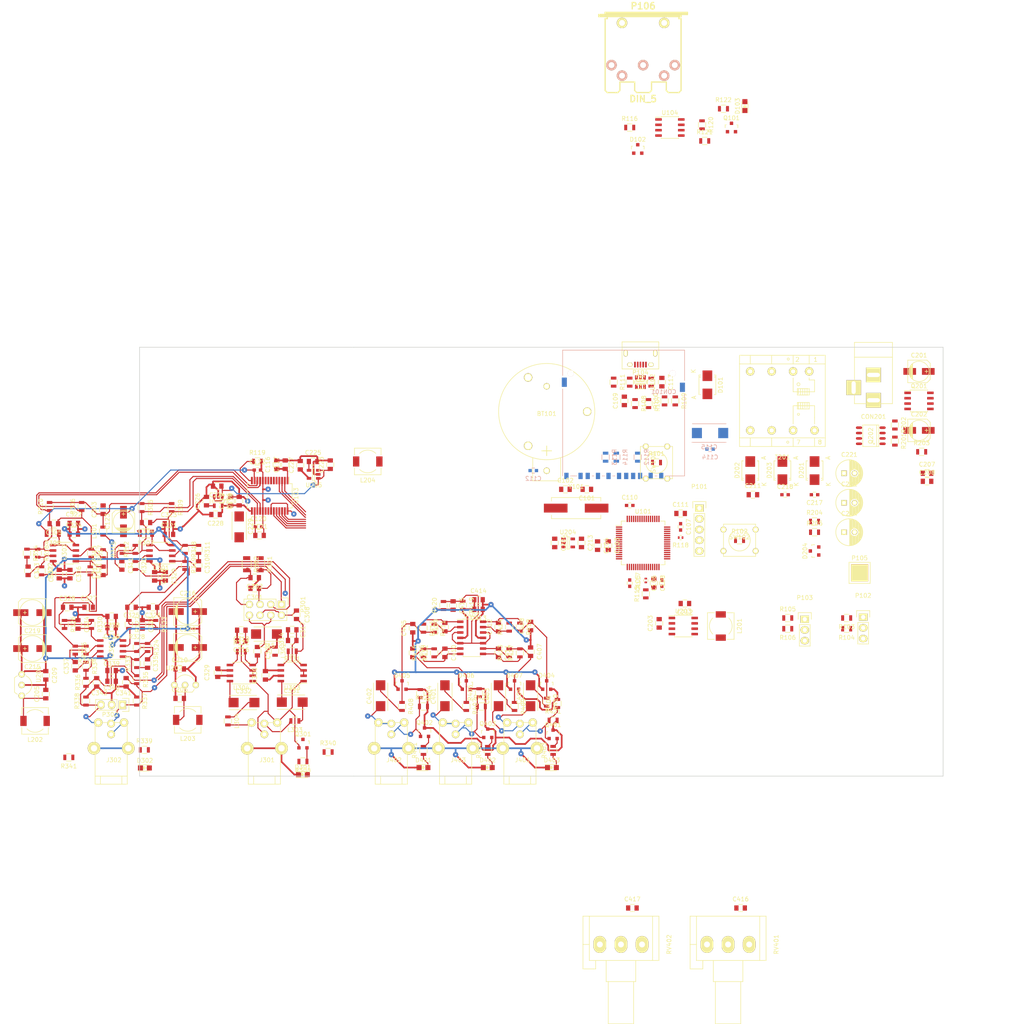
<source format=kicad_pcb>
(kicad_pcb (version 4) (host pcbnew 4.0.0-stable)
  (layers (0 F.Cu signal) (31 B.Cu signal) (34 B.Paste user) (35 F.Paste user) (36 B.SilkS user) (37 F.SilkS user) (38 B.Mask user) (39 F.Mask user) (44 Edge.Cuts user))
  (net 0 "")
  (net 1 "Net-(BT101-Pad1)")
  (net 2 GNDD)
  (net 3 "Net-(C101-Pad1)")
  (net 4 "Net-(C102-Pad1)")
  (net 5 +3V3A_CPU)
  (net 6 GNDA)
  (net 7 +3V3D_CPU)
  (net 8 "Net-(C108-Pad1)")
  (net 9 "Net-(C111-Pad1)")
  (net 10 "Net-(C113-Pad1)")
  (net 11 +5VD_DAC)
  (net 12 +5VA_DAC)
  (net 13 "Net-(C120-Pad1)")
  (net 14 /audioout/VREF)
  (net 15 /megapower/+5V_UNREG)
  (net 16 GNDPWR)
  (net 17 "Net-(C202-Pad1)")
  (net 18 "Net-(C203-Pad1)")
  (net 19 "Net-(C205-Pad1)")
  (net 20 "Net-(C206-Pad2)")
  (net 21 +12VOPA)
  (net 22 -12VOPA)
  (net 23 /megapower/-15V)
  (net 24 /megapower/+15V)
  (net 25 /megapower/+7V5)
  (net 26 "Net-(C223-Pad1)")
  (net 27 "Net-(C225-Pad1)")
  (net 28 "Net-(C226-Pad1)")
  (net 29 "Net-(C301-Pad1)")
  (net 30 "Net-(C302-Pad2)")
  (net 31 "Net-(C303-Pad1)")
  (net 32 /audioout/IOUTL-)
  (net 33 /audioout/IOUTL+)
  (net 34 /audioout/IOUTR+)
  (net 35 /audioout/IOUTR-)
  (net 36 "Net-(C308-Pad1)")
  (net 37 "Net-(C308-Pad2)")
  (net 38 "Net-(C309-Pad1)")
  (net 39 "Net-(C309-Pad2)")
  (net 40 "Net-(C310-Pad1)")
  (net 41 "Net-(C310-Pad2)")
  (net 42 "Net-(C311-Pad1)")
  (net 43 "Net-(C311-Pad2)")
  (net 44 "Net-(C312-Pad1)")
  (net 45 "Net-(C312-Pad2)")
  (net 46 "Net-(C313-Pad1)")
  (net 47 "Net-(C313-Pad2)")
  (net 48 "Net-(C314-Pad1)")
  (net 49 /audioout/+5VHEAD)
  (net 50 "Net-(C316-Pad1)")
  (net 51 "Net-(C325-Pad1)")
  (net 52 "Net-(C326-Pad2)")
  (net 53 "Net-(C327-Pad2)")
  (net 54 "Net-(C328-Pad1)")
  (net 55 "Net-(C331-Pad2)")
  (net 56 "Net-(C331-Pad1)")
  (net 57 "Net-(C332-Pad2)")
  (net 58 "Net-(C332-Pad1)")
  (net 59 "Net-(C333-Pad2)")
  (net 60 "Net-(C334-Pad2)")
  (net 61 "Net-(C335-Pad1)")
  (net 62 "Net-(C335-Pad2)")
  (net 63 "Net-(C337-Pad1)")
  (net 64 "Net-(C337-Pad2)")
  (net 65 /audioout/SE_LEFT)
  (net 66 /audioout/SE_RIGHT)
  (net 67 "Net-(C401-Pad2)")
  (net 68 "Net-(C401-Pad1)")
  (net 69 "Net-(C402-Pad2)")
  (net 70 "Net-(C402-Pad1)")
  (net 71 "Net-(C403-Pad2)")
  (net 72 "Net-(C403-Pad1)")
  (net 73 "Net-(C404-Pad2)")
  (net 74 "Net-(C404-Pad1)")
  (net 75 "Net-(C405-Pad2)")
  (net 76 "Net-(C406-Pad2)")
  (net 77 "Net-(C407-Pad2)")
  (net 78 "Net-(C408-Pad2)")
  (net 79 "Net-(C409-Pad1)")
  (net 80 /audio/HIGAIN1)
  (net 81 "Net-(C410-Pad1)")
  (net 82 /audio/HIGAIN2)
  (net 83 "Net-(C411-Pad1)")
  (net 84 /audio/LINEIN_L)
  (net 85 "Net-(C412-Pad1)")
  (net 86 /audio/LINEIN_R)
  (net 87 /audio/Vb)
  (net 88 /audio/POT1)
  (net 89 /audio/POT2)
  (net 90 "Net-(CON101-Pad1)")
  (net 91 /SDIO_CMD)
  (net 92 /SDIO_CK)
  (net 93 /SDIO_D0)
  (net 94 "Net-(CON101-Pad8)")
  (net 95 "Net-(CON101-Pad9)")
  (net 96 "Net-(CON101-Pad10)")
  (net 97 "Net-(CON101-Pad11)")
  (net 98 "Net-(CON101-Pad12)")
  (net 99 "Net-(CON101-Pad13)")
  (net 100 +5VJACK)
  (net 101 /+5VUSB)
  (net 102 /MIDI_IN/5)
  (net 103 "Net-(D102-Pad3)")
  (net 104 "Net-(D103-Pad2)")
  (net 105 "Net-(D103-Pad1)")
  (net 106 "Net-(D201-Pad2)")
  (net 107 "Net-(D202-Pad1)")
  (net 108 "Net-(D203-Pad2)")
  (net 109 /megapower/VFEEDBACK)
  (net 110 "Net-(D301-Pad2)")
  (net 111 "Net-(D302-Pad2)")
  (net 112 "Net-(D401-Pad2)")
  (net 113 "Net-(D402-Pad2)")
  (net 114 "Net-(D403-Pad2)")
  (net 115 "Net-(L102-Pad1)")
  (net 116 /SWCLK)
  (net 117 /SWDIO)
  (net 118 /~RESET)
  (net 119 "Net-(P102-Pad1)")
  (net 120 "Net-(P102-Pad2)")
  (net 121 "Net-(P103-Pad1)")
  (net 122 "Net-(P103-Pad2)")
  (net 123 "Net-(P104-Pad2)")
  (net 124 "Net-(P104-Pad3)")
  (net 125 /UART3_TX)
  (net 126 "Net-(P106-Pad3)")
  (net 127 /MIDI_IN/4)
  (net 128 "Net-(P106-Pad2)")
  (net 129 "Net-(P106-Pad1)")
  (net 130 "Net-(Q101-Pad1)")
  (net 131 /megapower/XPULL)
  (net 132 /megapower/XPUSH)
  (net 133 "Net-(Q202-Pad5)")
  (net 134 "Net-(Q202-Pad7)")
  (net 135 "Net-(R101-Pad2)")
  (net 136 /UART2_TX)
  (net 137 /UART2_RX)
  (net 138 /UART1_TX)
  (net 139 /UART1_RX)
  (net 140 "Net-(R107-Pad1)")
  (net 141 /USB_FS_DM)
  (net 142 "Net-(R108-Pad1)")
  (net 143 /USB_FS_DP)
  (net 144 /USB_VBUS)
  (net 145 "Net-(R115-Pad2)")
  (net 146 /PWM_PULL)
  (net 147 /PWM_PUSH)
  (net 148 "Net-(R119-Pad1)")
  (net 149 /MIDI_RX)
  (net 150 "Net-(R203-Pad1)")
  (net 151 /audioout/LF_LEFT)
  (net 152 /audioout/LF_RIGHT)
  (net 153 "Net-(R307-Pad1)")
  (net 154 "Net-(R308-Pad1)")
  (net 155 "Net-(R320-Pad1)")
  (net 156 "Net-(R324-Pad2)")
  (net 157 "Net-(R325-Pad2)")
  (net 158 "Net-(R331-Pad1)")
  (net 159 "Net-(R332-Pad1)")
  (net 160 /audioout/LINEOUT_SW)
  (net 161 /audio/PLUG_1)
  (net 162 /audio/PLUG_2)
  (net 163 /audio/PLUG_3)
  (net 164 "Net-(U101-Pad15)")
  (net 165 "Net-(U101-Pad24)")
  (net 166 "Net-(U101-Pad25)")
  (net 167 "Net-(U101-Pad26)")
  (net 168 "Net-(U101-Pad29)")
  (net 169 /I2S_WS)
  (net 170 /I2S_CK)
  (net 171 /~DACRST)
  (net 172 /I2S_SD)
  (net 173 /I2S_MCK)
  (net 174 "Net-(U101-Pad50)")
  (net 175 /SPI_SCK)
  (net 176 /~DAC_CS)
  (net 177 /SPI_MOSI)
  (net 178 "Net-(U103-Pad5)")
  (net 179 "Net-(U103-Pad6)")
  (net 180 "Net-(U103-Pad7)")
  (net 181 "Net-(U103-Pad8)")
  (net 182 "Net-(U103-Pad9)")
  (net 183 "Net-(U103-Pad20)")
  (net 184 "Net-(U103-Pad21)")
  (net 185 "Net-(U104-Pad7)")
  (net 186 "Net-(U204-Pad4)")
  (net 187 "Net-(J301-Pad5)")
  (net 188 "Net-(J301-Pad6)")
  (net 189 "Net-(Q301-Pad2)")
  (net 190 "Net-(U101-Pad38)")
  (net 191 "Net-(Q401-Pad2)")
  (net 192 "Net-(Q402-Pad2)")
  (net 193 "Net-(Q403-Pad2)")
  (net 194 /LEDPLUG2)
  (net 195 /LEDPLUG3)
  (net 196 /LEDPLUG1)
  (net 197 /audioout/PHONES_SW)
  (module Housings_SOIC:SOIC-14_3.9x8.7mm_Pitch1.27mm (layer F.Cu) (at 91.44 119.634)
    (fp_text reference U401 (at 0 -5.375) (layer F.SilkS))
    (fp_text value AD824)
    (pad 1 smd rect (at -2.7 -3.81) (size 1.5 0.6) (layers F.Cu F.Paste F.Mask) (net 80 /audio/HIGAIN1))
    (pad 2 smd rect (at -2.7 -2.54) (size 1.5 0.6) (layers F.Cu F.Paste F.Mask) (net 79 "Net-(C409-Pad1)"))
    (pad 3 smd rect (at -2.7 -1.27) (size 1.5 0.6) (layers F.Cu F.Paste F.Mask) (net 87 /audio/Vb))
    (pad 4 smd rect (at -2.7 0) (size 1.5 0.6) (layers F.Cu F.Paste F.Mask) (net 5 +3V3A_CPU))
    (pad 5 smd rect (at -2.7 1.27) (size 1.5 0.6) (layers F.Cu F.Paste F.Mask) (net 87 /audio/Vb))
    (pad 6 smd rect (at -2.7 2.54) (size 1.5 0.6) (layers F.Cu F.Paste F.Mask) (net 81 "Net-(C410-Pad1)"))
    (pad 7 smd rect (at -2.7 3.81) (size 1.5 0.6) (layers F.Cu F.Paste F.Mask) (net 82 /audio/HIGAIN2))
    (pad 8 smd rect (at 2.7 3.81) (size 1.5 0.6) (layers F.Cu F.Paste F.Mask) (net 84 /audio/LINEIN_L))
    (pad 9 smd rect (at 2.7 2.54) (size 1.5 0.6) (layers F.Cu F.Paste F.Mask) (net 83 "Net-(C411-Pad1)"))
    (pad 10 smd rect (at 2.7 1.27) (size 1.5 0.6) (layers F.Cu F.Paste F.Mask) (net 87 /audio/Vb))
    (pad 11 smd rect (at 2.7 0) (size 1.5 0.6) (layers F.Cu F.Paste F.Mask) (net 6 GNDA))
    (pad 12 smd rect (at 2.7 -1.27) (size 1.5 0.6) (layers F.Cu F.Paste F.Mask) (net 87 /audio/Vb))
    (pad 13 smd rect (at 2.7 -2.54) (size 1.5 0.6) (layers F.Cu F.Paste F.Mask) (net 85 "Net-(C412-Pad1)"))
    (pad 14 smd rect (at 2.7 -3.81) (size 1.5 0.6) (layers F.Cu F.Paste F.Mask) (net 86 /audio/LINEIN_R))
  )
  (module Capacitors_SMD:C_0805 (layer F.Cu) (at 8.509 102.489 270)
    (fp_text reference C311 (at 0 -2.1 270) (layer F.SilkS))
    (fp_text value 100pF)
    (pad 1 smd rect (at -1 0 270) (size 1 1.25) (layers F.Cu F.Paste F.Mask) (net 42 "Net-(C311-Pad1)"))
    (pad 2 smd rect (at 1 0 270) (size 1 1.25) (layers F.Cu F.Paste F.Mask) (net 43 "Net-(C311-Pad2)"))
  )
  (module Capacitors_SMD:C_0805 (layer F.Cu) (at -7.62 92.583 180)
    (fp_text reference C305 (at 0 -2.1 180) (layer F.SilkS))
    (fp_text value 100pF)
    (pad 1 smd rect (at -1 0 180) (size 1 1.25) (layers F.Cu F.Paste F.Mask) (net 34 /audioout/IOUTR+))
    (pad 2 smd rect (at 1 0 180) (size 1 1.25) (layers F.Cu F.Paste F.Mask) (net 35 /audioout/IOUTR-))
  )
  (module Capacitors_SMD:C_0805 (layer F.Cu) (at -2.883044 92.515168)
    (fp_text reference C322 (at 0 -2.1) (layer F.SilkS))
    (fp_text value 1nF)
    (pad 1 smd rect (at -1 0) (size 1 1.25) (layers F.Cu F.Paste F.Mask) (net 22 -12VOPA))
    (pad 2 smd rect (at 1 0) (size 1 1.25) (layers F.Cu F.Paste F.Mask) (net 6 GNDA))
  )
  (module Capacitors_SMD:C_0805 (layer F.Cu) (at -2.883044 95.055168)
    (fp_text reference C324 (at 0 -2.1) (layer F.SilkS))
    (fp_text value 4.7)
    (pad 1 smd rect (at -1 0) (size 1 1.25) (layers F.Cu F.Paste F.Mask) (net 22 -12VOPA))
    (pad 2 smd rect (at 1 0) (size 1 1.25) (layers F.Cu F.Paste F.Mask) (net 6 GNDA))
  )
  (module Resistors_SMD:R_0805 (layer F.Cu) (at 0 122.555 270)
    (fp_text reference R329 (at 2.54 0 360) (layer F.SilkS))
    (fp_text value 324)
    (pad 1 smd rect (at -0.95 0 270) (size 0.7 1.3) (layers F.Cu F.Paste F.Mask) (net 53 "Net-(C327-Pad2)"))
    (pad 2 smd rect (at 0.95 0 270) (size 0.7 1.3) (layers F.Cu F.Paste F.Mask) (net 64 "Net-(C337-Pad2)"))
  )
  (module Resistors_SMD:R_0805 (layer F.Cu) (at -5.08 116.462379 270)
    (fp_text reference R326 (at 0 -2.1 270) (layer F.SilkS))
    (fp_text value 226)
    (pad 1 smd rect (at -0.95 0 270) (size 0.7 1.3) (layers F.Cu F.Paste F.Mask) (net 6 GNDA))
    (pad 2 smd rect (at 0.95 0 270) (size 0.7 1.3) (layers F.Cu F.Paste F.Mask) (net 54 "Net-(C328-Pad1)"))
  )
  (module Resistors_SMD:R_0805 (layer F.Cu) (at 12.065 129.54 270)
    (fp_text reference R335 (at 0 -2.1 270) (layer F.SilkS))
    (fp_text value 332)
    (pad 1 smd rect (at -0.95 0 270) (size 0.7 1.3) (layers F.Cu F.Paste F.Mask) (net 156 "Net-(R324-Pad2)"))
    (pad 2 smd rect (at 0.95 0 270) (size 0.7 1.3) (layers F.Cu F.Paste F.Mask) (net 65 /audioout/SE_LEFT))
  )
  (module ch25-2032LF:ch25-2032LF (layer F.Cu) (at 109.22 66.04)
    (fp_text reference BT101 (at 0 0.5) (layer F.SilkS))
    (fp_text value Battery)
    (fp_text user + (at 0 9.05) (layer F.SilkS) (effects (font (size 3 3) (thickness 0.2))))
    (pad 1 thru_hole circle (at 0 14) (size 1.5 1.5) (drill 1) (layers *.Cu *.Mask F.SilkS) (net 1 "Net-(BT101-Pad1)"))
    (pad 2 thru_hole circle (at 0 -6) (size 1.5 1.5) (drill 1) (layers *.Cu *.Mask F.SilkS) (net 2 GNDD))
    (pad "" np_thru_hole circle (at 9.6 0) (size 2 2) (drill 1.5) (layers *.Cu *.Mask F.SilkS))
    (pad "" np_thru_hole circle (at -4.4 8.1) (size 2 2) (drill 1.5) (layers *.Cu *.Mask F.SilkS))
    (pad "" np_thru_hole circle (at -4.4 -8.1) (size 2 2) (drill 1.5) (layers *.Cu *.Mask F.SilkS))
  )
  (module Capacitors_SMD:C_0805 (layer F.Cu) (at 118.745 84.455 180)
    (fp_text reference C101 (at 0 -2.1 180) (layer F.SilkS))
    (fp_text value 16)
    (pad 1 smd rect (at -1 0 180) (size 1 1.25) (layers F.Cu F.Paste F.Mask) (net 3 "Net-(C101-Pad1)"))
    (pad 2 smd rect (at 1 0 180) (size 1 1.25) (layers F.Cu F.Paste F.Mask) (net 2 GNDD))
  )
  (module Capacitors_SMD:C_0805 (layer F.Cu) (at 113.665 84.455)
    (fp_text reference C102 (at 0 -2.1) (layer F.SilkS))
    (fp_text value 16)
    (pad 1 smd rect (at -1 0) (size 1 1.25) (layers F.Cu F.Paste F.Mask) (net 4 "Net-(C102-Pad1)"))
    (pad 2 smd rect (at 1 0) (size 1 1.25) (layers F.Cu F.Paste F.Mask) (net 2 GNDD))
  )
  (module Capacitors_SMD:C_0805 (layer F.Cu) (at 123.825 97.79 270)
    (fp_text reference C103 (at 0 -2.1 270) (layer F.SilkS))
    (fp_text value 1.0)
    (pad 1 smd rect (at -1 0 270) (size 1 1.25) (layers F.Cu F.Paste F.Mask) (net 5 +3V3A_CPU))
    (pad 2 smd rect (at 1 0 270) (size 1 1.25) (layers F.Cu F.Paste F.Mask) (net 6 GNDA))
  )
  (module Capacitors_SMD:C_0805 (layer F.Cu) (at 121.285 97.79 270)
    (fp_text reference C104 (at 0 -2.1 270) (layer F.SilkS))
    (fp_text value 0.01)
    (pad 1 smd rect (at -1 0 270) (size 1 1.25) (layers F.Cu F.Paste F.Mask) (net 5 +3V3A_CPU))
    (pad 2 smd rect (at 1 0 270) (size 1 1.25) (layers F.Cu F.Paste F.Mask) (net 6 GNDA))
  )
  (module Capacitors_SMD:C_0805 (layer F.Cu) (at 134.62 106.68 270)
    (fp_text reference C108 (at 0 -2.1 270) (layer F.SilkS))
    (fp_text value 2.2)
    (pad 1 smd rect (at -1 0 270) (size 1 1.25) (layers F.Cu F.Paste F.Mask) (net 8 "Net-(C108-Pad1)"))
    (pad 2 smd rect (at 1 0 270) (size 1 1.25) (layers F.Cu F.Paste F.Mask) (net 2 GNDD))
  )
  (module Capacitors_SMD:C_0805 (layer F.Cu) (at 127.635 63.5 90)
    (fp_text reference C109 (at 0 -2.1 90) (layer F.SilkS))
    (fp_text value 0.1)
    (pad 1 smd rect (at -1 0 90) (size 1 1.25) (layers F.Cu F.Paste F.Mask) (net 7 +3V3D_CPU))
    (pad 2 smd rect (at 1 0 90) (size 1 1.25) (layers F.Cu F.Paste F.Mask) (net 2 GNDD))
  )
  (module Capacitors_SMD:C_0805 (layer F.Cu) (at 140.97 90.17)
    (fp_text reference C111 (at 0 -2.1) (layer F.SilkS))
    (fp_text value 2.2)
    (pad 1 smd rect (at -1 0) (size 1 1.25) (layers F.Cu F.Paste F.Mask) (net 9 "Net-(C111-Pad1)"))
    (pad 2 smd rect (at 1 0) (size 1 1.25) (layers F.Cu F.Paste F.Mask) (net 2 GNDD))
  )
  (module Capacitors_SMD:C_0805 (layer F.Cu) (at 136.525 59.055 270)
    (fp_text reference C113 (at 0 -2.1 270) (layer F.SilkS))
    (fp_text value 1nF)
    (pad 1 smd rect (at -1 0 270) (size 1 1.25) (layers F.Cu F.Paste F.Mask) (net 10 "Net-(C113-Pad1)"))
    (pad 2 smd rect (at 1 0 270) (size 1 1.25) (layers F.Cu F.Paste F.Mask) (net 2 GNDD))
  )
  (module Capacitors_Tantalum_SMD:TantalC_SizeD_EIA-7343_Reflow (layer B.Cu) (at 147.955 71.12)
    (fp_text reference C115 (at -0.20066 3.29946) (layer B.SilkS) (effects (justify mirror)))
    (fp_text value 22.0)
    (pad 2 smd rect (at 3.12 0) (size 2.37 2.43) (layers B.Cu B.Paste B.Mask) (net 2 GNDD))
    (pad 1 smd rect (at -3.12 0) (size 2.37 2.43) (layers B.Cu B.Paste B.Mask) (net 7 +3V3D_CPU))
  )
  (module Capacitors_SMD:C_0805 (layer F.Cu) (at 45.20278 78.60762 90)
    (fp_text reference C116 (at 0 -2.1 90) (layer F.SilkS))
    (fp_text value 10)
    (pad 1 smd rect (at -1 0 90) (size 1 1.25) (layers F.Cu F.Paste F.Mask) (net 11 +5VD_DAC))
    (pad 2 smd rect (at 1 0 90) (size 1 1.25) (layers F.Cu F.Paste F.Mask) (net 2 GNDD))
  )
  (module Capacitors_SMD:C_0805 (layer F.Cu) (at 47.23478 78.60762 90)
    (fp_text reference C117 (at 0 -2.1 90) (layer F.SilkS))
    (fp_text value 0.01)
    (pad 1 smd rect (at -1 0 90) (size 1 1.25) (layers F.Cu F.Paste F.Mask) (net 11 +5VD_DAC))
    (pad 2 smd rect (at 1 0 90) (size 1 1.25) (layers F.Cu F.Paste F.Mask) (net 2 GNDD))
  )
  (module Capacitors_SMD:C_0805 (layer F.Cu) (at 36.322 87.249 90)
    (fp_text reference C118 (at 0 -2.1 90) (layer F.SilkS))
    (fp_text value 0.01)
    (pad 1 smd rect (at -1 0 90) (size 1 1.25) (layers F.Cu F.Paste F.Mask) (net 12 +5VA_DAC))
    (pad 2 smd rect (at 1 0 90) (size 1 1.25) (layers F.Cu F.Paste F.Mask) (net 6 GNDA))
  )
  (module Capacitors_SMD:C_0805 (layer F.Cu) (at 34.29 87.249 90)
    (fp_text reference C119 (at 0 -2.1 90) (layer F.SilkS))
    (fp_text value 10)
    (pad 1 smd rect (at -1 0 90) (size 1 1.25) (layers F.Cu F.Paste F.Mask) (net 12 +5VA_DAC))
    (pad 2 smd rect (at 1 0 90) (size 1 1.25) (layers F.Cu F.Paste F.Mask) (net 6 GNDA))
  )
  (module Capacitors_SMD:C_0603 (layer F.Cu) (at 40.894 93.345)
    (fp_text reference C120 (at 0 -1.9) (layer F.SilkS))
    (fp_text value 0.1)
    (pad 1 smd rect (at -0.75 0) (size 0.8 0.75) (layers F.Cu F.Paste F.Mask) (net 13 "Net-(C120-Pad1)"))
    (pad 2 smd rect (at 0.75 0) (size 0.8 0.75) (layers F.Cu F.Paste F.Mask) (net 6 GNDA))
  )
  (module Capacitors_SMD:C_0805 (layer F.Cu) (at 41.148 95.377)
    (fp_text reference C121 (at 0 -2.1) (layer F.SilkS))
    (fp_text value 10.0)
    (pad 1 smd rect (at -1 0) (size 1 1.25) (layers F.Cu F.Paste F.Mask) (net 13 "Net-(C120-Pad1)"))
    (pad 2 smd rect (at 1 0) (size 1 1.25) (layers F.Cu F.Paste F.Mask) (net 6 GNDA))
  )
  (module Capacitors_SMD:C_0603 (layer F.Cu) (at 40.64 79.883)
    (fp_text reference C122 (at 0 -1.9) (layer F.SilkS))
    (fp_text value 0.1)
    (pad 1 smd rect (at -0.75 0) (size 0.8 0.75) (layers F.Cu F.Paste F.Mask) (net 14 /audioout/VREF))
    (pad 2 smd rect (at 0.75 0) (size 0.8 0.75) (layers F.Cu F.Paste F.Mask) (net 6 GNDA))
  )
  (module Capacitors_SMD:c_elec_5x5.3 (layer F.Cu) (at 8.89 92.075 90)
    (fp_text reference C123 (at 0 -3.81 90) (layer F.SilkS))
    (fp_text value 47.0)
    (pad 1 smd rect (at 2.19964 0 90) (size 2.99974 1.6002) (layers F.Cu F.Paste F.Mask) (net 14 /audioout/VREF))
    (pad 2 smd rect (at -2.19964 0 90) (size 2.99974 1.6002) (layers F.Cu F.Paste F.Mask) (net 6 GNDA))
  )
  (module Capacitors_SMD:c_elec_5x5.3 (layer F.Cu) (at 197.485 56.515)
    (fp_text reference C201 (at 0 -3.81) (layer F.SilkS))
    (fp_text value 4.7/6.3V)
    (pad 1 smd rect (at 2.19964 0) (size 2.99974 1.6002) (layers F.Cu F.Paste F.Mask) (net 15 /megapower/+5V_UNREG))
    (pad 2 smd rect (at -2.19964 0) (size 2.99974 1.6002) (layers F.Cu F.Paste F.Mask) (net 16 GNDPWR))
  )
  (module Capacitors_SMD:c_elec_5x5.3 (layer F.Cu) (at 197.485 70.485)
    (fp_text reference C202 (at 0 -3.81) (layer F.SilkS))
    (fp_text value 4.7/6.3V)
    (pad 1 smd rect (at 2.19964 0) (size 2.99974 1.6002) (layers F.Cu F.Paste F.Mask) (net 17 "Net-(C202-Pad1)"))
    (pad 2 smd rect (at -2.19964 0) (size 2.99974 1.6002) (layers F.Cu F.Paste F.Mask) (net 16 GNDPWR))
  )
  (module Capacitors_SMD:C_0805 (layer F.Cu) (at 135.89 116.205 90)
    (fp_text reference C203 (at 0 -2.1 90) (layer F.SilkS))
    (fp_text value 1.0)
    (pad 1 smd rect (at -1 0 90) (size 1 1.25) (layers F.Cu F.Paste F.Mask) (net 18 "Net-(C203-Pad1)"))
    (pad 2 smd rect (at 1 0 90) (size 1 1.25) (layers F.Cu F.Paste F.Mask) (net 2 GNDD))
  )
  (module Capacitors_SMD:C_0805 (layer F.Cu) (at 111.125 97.155 270)
    (fp_text reference C204 (at 0 -2.1 270) (layer F.SilkS))
    (fp_text value 1.0)
    (pad 1 smd rect (at -1 0 270) (size 1 1.25) (layers F.Cu F.Paste F.Mask) (net 18 "Net-(C203-Pad1)"))
    (pad 2 smd rect (at 1 0 270) (size 1 1.25) (layers F.Cu F.Paste F.Mask) (net 6 GNDA))
  )
  (module Capacitors_SMD:C_0805 (layer F.Cu) (at -9.525 132.969 90)
    (fp_text reference C205 (at 0 -2.1 90) (layer F.SilkS))
    (fp_text value 1.0)
    (pad 1 smd rect (at -1 0 90) (size 1 1.25) (layers F.Cu F.Paste F.Mask) (net 19 "Net-(C205-Pad1)"))
    (pad 2 smd rect (at 1 0 90) (size 1 1.25) (layers F.Cu F.Paste F.Mask) (net 6 GNDA))
  )
  (module Capacitors_SMD:C_0805 (layer F.Cu) (at 22.225 133.985)
    (fp_text reference C206 (at 0 -2.1) (layer F.SilkS))
    (fp_text value 1.0)
    (pad 1 smd rect (at -1 0) (size 1 1.25) (layers F.Cu F.Paste F.Mask) (net 6 GNDA))
    (pad 2 smd rect (at 1 0) (size 1 1.25) (layers F.Cu F.Paste F.Mask) (net 20 "Net-(C206-Pad2)"))
  )
  (module Capacitors_SMD:C_0805 (layer F.Cu) (at 199.39 80.645)
    (fp_text reference C207 (at 0 -2.1) (layer F.SilkS))
    (fp_text value 0.1)
    (pad 1 smd rect (at -1 0) (size 1 1.25) (layers F.Cu F.Paste F.Mask) (net 16 GNDPWR))
    (pad 2 smd rect (at 1 0) (size 1 1.25) (layers F.Cu F.Paste F.Mask) (net 16 GNDPWR))
  )
  (module Capacitors_SMD:C_0805 (layer F.Cu) (at 199.39 82.55)
    (fp_text reference C208 (at 0 -2.1) (layer F.SilkS))
    (fp_text value 0.1)
    (pad 1 smd rect (at -1 0) (size 1 1.25) (layers F.Cu F.Paste F.Mask) (net 16 GNDPWR))
    (pad 2 smd rect (at 1 0) (size 1 1.25) (layers F.Cu F.Paste F.Mask) (net 16 GNDPWR))
  )
  (module Capacitors_SMD:C_0805 (layer F.Cu) (at -9.525 128.524 270)
    (fp_text reference C209 (at 0 -2.1 270) (layer F.SilkS))
    (fp_text value 4.7)
    (pad 1 smd rect (at -1 0 270) (size 1 1.25) (layers F.Cu F.Paste F.Mask) (net 21 +12VOPA))
    (pad 2 smd rect (at 1 0 270) (size 1 1.25) (layers F.Cu F.Paste F.Mask) (net 6 GNDA))
  )
  (module Capacitors_SMD:C_0805 (layer F.Cu) (at 22.225 127)
    (fp_text reference C210 (at 0 -2.1) (layer F.SilkS))
    (fp_text value 4.7)
    (pad 1 smd rect (at -1 0) (size 1 1.25) (layers F.Cu F.Paste F.Mask) (net 6 GNDA))
    (pad 2 smd rect (at 1 0) (size 1 1.25) (layers F.Cu F.Paste F.Mask) (net 22 -12VOPA))
  )
  (module Capacitors_SMD:C_0805 (layer F.Cu) (at 158.115 85.725)
    (fp_text reference C211 (at 0 -2.1) (layer F.SilkS))
    (fp_text value 0.1)
    (pad 1 smd rect (at -1 0) (size 1 1.25) (layers F.Cu F.Paste F.Mask) (net 23 /megapower/-15V))
    (pad 2 smd rect (at 1 0) (size 1 1.25) (layers F.Cu F.Paste F.Mask) (net 16 GNDPWR))
  )
  (module Capacitors_SMD:C_0805 (layer F.Cu) (at 141.986 111.506 180)
    (fp_text reference C212 (at 0 -2.1 180) (layer F.SilkS))
    (fp_text value 4.7)
    (pad 1 smd rect (at -1 0 180) (size 1 1.25) (layers F.Cu F.Paste F.Mask) (net 7 +3V3D_CPU))
    (pad 2 smd rect (at 1 0 180) (size 1 1.25) (layers F.Cu F.Paste F.Mask) (net 2 GNDD))
  )
  (module Capacitors_SMD:C_0805 (layer F.Cu) (at 117.475 97.155 270)
    (fp_text reference C213 (at 0 -2.1 270) (layer F.SilkS))
    (fp_text value 4.7)
    (pad 1 smd rect (at -1 0 270) (size 1 1.25) (layers F.Cu F.Paste F.Mask) (net 5 +3V3A_CPU))
    (pad 2 smd rect (at 1 0 270) (size 1 1.25) (layers F.Cu F.Paste F.Mask) (net 6 GNDA))
  )
  (module Capacitors_ThroughHole:C_Radial_D6.3_L11.2_P2.5 (layer F.Cu) (at 179.705 94.615)
    (fp_text reference C214 (at 1.25 -4.4) (layer F.SilkS))
    (fp_text value 56.0/20V)
    (pad 2 thru_hole circle (at 2.5 0) (size 1.3 1.3) (drill 0.8) (layers *.Cu *.Mask F.SilkS) (net 23 /megapower/-15V))
    (pad 1 thru_hole rect (at 0 0) (size 1.3 1.3) (drill 0.8) (layers *.Cu *.Mask F.SilkS) (net 16 GNDPWR))
  )
  (module Capacitors_SMD:c_elec_6.3x7.7 (layer F.Cu) (at -12.7 122.174 180)
    (fp_text reference C215 (at 0 -4.318 180) (layer F.SilkS))
    (fp_text value 100.0/25V)
    (pad 1 smd rect (at 2.75082 0 180) (size 3.59918 1.6002) (layers F.Cu F.Paste F.Mask) (net 21 +12VOPA))
    (pad 2 smd rect (at -2.75082 0 180) (size 3.59918 1.6002) (layers F.Cu F.Paste F.Mask) (net 6 GNDA))
  )
  (module Capacitors_SMD:c_elec_6.3x7.7 (layer F.Cu) (at 24.13 113.411)
    (fp_text reference C216 (at 0 -4.318) (layer F.SilkS))
    (fp_text value 100.0/25V)
    (pad 1 smd rect (at 2.75082 0) (size 3.59918 1.6002) (layers F.Cu F.Paste F.Mask) (net 22 -12VOPA))
    (pad 2 smd rect (at -2.75082 0) (size 3.59918 1.6002) (layers F.Cu F.Paste F.Mask) (net 6 GNDA))
  )
  (module Capacitors_SMD:C_0603 (layer F.Cu) (at 172.72 85.725 180)
    (fp_text reference C217 (at 0 -1.9 180) (layer F.SilkS))
    (fp_text value 0.1)
    (pad 1 smd rect (at -0.75 0 180) (size 0.8 0.75) (layers F.Cu F.Paste F.Mask) (net 24 /megapower/+15V))
    (pad 2 smd rect (at 0.75 0 180) (size 0.8 0.75) (layers F.Cu F.Paste F.Mask) (net 16 GNDPWR))
  )
  (module Capacitors_SMD:C_0603 (layer F.Cu) (at 165.735 85.725)
    (fp_text reference C218 (at 0 -1.9) (layer F.SilkS))
    (fp_text value 0.1)
    (pad 1 smd rect (at -0.75 0) (size 0.8 0.75) (layers F.Cu F.Paste F.Mask) (net 25 /megapower/+7V5))
    (pad 2 smd rect (at 0.75 0) (size 0.8 0.75) (layers F.Cu F.Paste F.Mask) (net 16 GNDPWR))
  )
  (module Capacitors_SMD:c_elec_6.3x7.7 (layer F.Cu) (at -12.7 113.665 180)
    (fp_text reference C219 (at 0 -4.318 180) (layer F.SilkS))
    (fp_text value 100.0/25V)
    (pad 1 smd rect (at 2.75082 0 180) (size 3.59918 1.6002) (layers F.Cu F.Paste F.Mask) (net 21 +12VOPA))
    (pad 2 smd rect (at -2.75082 0 180) (size 3.59918 1.6002) (layers F.Cu F.Paste F.Mask) (net 6 GNDA))
  )
  (module Capacitors_SMD:c_elec_6.3x7.7 (layer F.Cu) (at 24.13 121.92)
    (fp_text reference C220 (at 0 -4.318) (layer F.SilkS))
    (fp_text value 100.0/25V)
    (pad 1 smd rect (at 2.75082 0) (size 3.59918 1.6002) (layers F.Cu F.Paste F.Mask) (net 22 -12VOPA))
    (pad 2 smd rect (at -2.75082 0) (size 3.59918 1.6002) (layers F.Cu F.Paste F.Mask) (net 6 GNDA))
  )
  (module Capacitors_ThroughHole:C_Radial_D6.3_L11.2_P2.5 (layer F.Cu) (at 179.705 80.645)
    (fp_text reference C221 (at 1.25 -4.4) (layer F.SilkS))
    (fp_text value 56.0/20V)
    (pad 2 thru_hole circle (at 2.5 0) (size 1.3 1.3) (drill 0.8) (layers *.Cu *.Mask F.SilkS) (net 16 GNDPWR))
    (pad 1 thru_hole rect (at 0 0) (size 1.3 1.3) (drill 0.8) (layers *.Cu *.Mask F.SilkS) (net 24 /megapower/+15V))
  )
  (module Capacitors_ThroughHole:C_Radial_D6.3_L11.2_P2.5 (layer F.Cu) (at 179.705 87.63)
    (fp_text reference C222 (at 1.25 -4.4) (layer F.SilkS))
    (fp_text value 56.0/20V)
    (pad 2 thru_hole circle (at 2.5 0) (size 1.3 1.3) (drill 0.8) (layers *.Cu *.Mask F.SilkS) (net 16 GNDPWR))
    (pad 1 thru_hole rect (at 0 0) (size 1.3 1.3) (drill 0.8) (layers *.Cu *.Mask F.SilkS) (net 25 /megapower/+7V5))
  )
  (module Capacitors_SMD:C_0805 (layer F.Cu) (at 57.912 78.613 90)
    (fp_text reference C223 (at 0 -2.1 90) (layer F.SilkS))
    (fp_text value 1.0)
    (pad 1 smd rect (at -1 0 90) (size 1 1.25) (layers F.Cu F.Paste F.Mask) (net 26 "Net-(C223-Pad1)"))
    (pad 2 smd rect (at 1 0 90) (size 1 1.25) (layers F.Cu F.Paste F.Mask) (net 2 GNDD))
  )
  (module Capacitors_SMD:C_0805 (layer F.Cu) (at 31.10795 83.693 180)
    (fp_text reference C224 (at 0 -2.1 180) (layer F.SilkS))
    (fp_text value 1.0)
    (pad 1 smd rect (at -1 0 180) (size 1 1.25) (layers F.Cu F.Paste F.Mask) (net 26 "Net-(C223-Pad1)"))
    (pad 2 smd rect (at 1 0 180) (size 1 1.25) (layers F.Cu F.Paste F.Mask) (net 6 GNDA))
  )
  (module Capacitors_SMD:C_0805 (layer F.Cu) (at 53.848 77.851)
    (fp_text reference C225 (at 0 -2.1) (layer F.SilkS))
    (fp_text value 0.01/NP0)
    (pad 1 smd rect (at -1 0) (size 1 1.25) (layers F.Cu F.Paste F.Mask) (net 27 "Net-(C225-Pad1)"))
    (pad 2 smd rect (at 1 0) (size 1 1.25) (layers F.Cu F.Paste F.Mask) (net 2 GNDD))
  )
  (module Capacitors_SMD:C_0805 (layer F.Cu) (at 28.56795 87.248462 90)
    (fp_text reference C226 (at 0 -2.1 90) (layer F.SilkS))
    (fp_text value 0.01/NP0)
    (pad 1 smd rect (at -1 0 90) (size 1 1.25) (layers F.Cu F.Paste F.Mask) (net 28 "Net-(C226-Pad1)"))
    (pad 2 smd rect (at 1 0 90) (size 1 1.25) (layers F.Cu F.Paste F.Mask) (net 6 GNDA))
  )
  (module Capacitors_SMD:C_0805 (layer F.Cu) (at 50.8 78.74 90)
    (fp_text reference C227 (at 0 -2.1 90) (layer F.SilkS))
    (fp_text value 4.7)
    (pad 1 smd rect (at -1 0 90) (size 1 1.25) (layers F.Cu F.Paste F.Mask) (net 11 +5VD_DAC))
    (pad 2 smd rect (at 1 0 90) (size 1 1.25) (layers F.Cu F.Paste F.Mask) (net 2 GNDD))
  )
  (module Capacitors_SMD:C_0805 (layer F.Cu) (at 30.72695 90.423462 180)
    (fp_text reference C228 (at 0 -2.1 180) (layer F.SilkS))
    (fp_text value 4.7)
    (pad 1 smd rect (at -1 0 180) (size 1 1.25) (layers F.Cu F.Paste F.Mask) (net 12 +5VA_DAC))
    (pad 2 smd rect (at 1 0 180) (size 1 1.25) (layers F.Cu F.Paste F.Mask) (net 6 GNDA))
  )
  (module Capacitors_Tantalum_SMD:TantalC_SizeC_EIA-6032_Reflow (layer F.Cu) (at 36.322 93.345 270)
    (fp_text reference C229 (at -0.1 -2.7 270) (layer F.SilkS))
    (fp_text value 22.0/10V)
    (pad 2 smd rect (at 2.47 0 270) (size 2.37 2.23) (layers F.Cu F.Paste F.Mask) (net 6 GNDA))
    (pad 1 smd rect (at -2.47 0 270) (size 2.37 2.23) (layers F.Cu F.Paste F.Mask) (net 12 +5VA_DAC))
  )
  (module Capacitors_SMD:C_0805 (layer F.Cu) (at 40.003032 107.914458 180)
    (fp_text reference C301 (at 0 -2.1 180) (layer F.SilkS))
    (fp_text value 0.01)
    (pad 1 smd rect (at -1 0 180) (size 1 1.25) (layers F.Cu F.Paste F.Mask) (net 29 "Net-(C301-Pad1)"))
    (pad 2 smd rect (at 1 0 180) (size 1 1.25) (layers F.Cu F.Paste F.Mask) (net 6 GNDA))
  )
  (module Capacitors_SMD:C_0805 (layer F.Cu) (at 40.003032 105.374458 180)
    (fp_text reference C302 (at 0 -2.1 180) (layer F.SilkS))
    (fp_text value 0.01)
    (pad 1 smd rect (at -1 0 180) (size 1 1.25) (layers F.Cu F.Paste F.Mask) (net 6 GNDA))
    (pad 2 smd rect (at 1 0 180) (size 1 1.25) (layers F.Cu F.Paste F.Mask) (net 30 "Net-(C302-Pad2)"))
  )
  (module Capacitors_SMD:C_0805 (layer F.Cu) (at 4.064 89.281 90)
    (fp_text reference C303 (at 0 -2.1 90) (layer F.SilkS))
    (fp_text value 4.7)
    (pad 1 smd rect (at -1 0 90) (size 1 1.25) (layers F.Cu F.Paste F.Mask) (net 31 "Net-(C303-Pad1)"))
    (pad 2 smd rect (at 1 0 90) (size 1 1.25) (layers F.Cu F.Paste F.Mask) (net 6 GNDA))
  )
  (module Capacitors_SMD:C_0805 (layer F.Cu) (at 14.224 92.329 180)
    (fp_text reference C304 (at 0 -2.1 180) (layer F.SilkS))
    (fp_text value 100pF)
    (pad 1 smd rect (at -1 0 180) (size 1 1.25) (layers F.Cu F.Paste F.Mask) (net 32 /audioout/IOUTL-))
    (pad 2 smd rect (at 1 0 180) (size 1 1.25) (layers F.Cu F.Paste F.Mask) (net 33 /audioout/IOUTL+))
  )
  (module Capacitors_SMD:C_0805 (layer F.Cu) (at -3.799605 104.543759 270)
    (fp_text reference C306 (at 0 -2.1 270) (layer F.SilkS))
    (fp_text value 1nF)
    (pad 1 smd rect (at -1 0 270) (size 1 1.25) (layers F.Cu F.Paste F.Mask) (net 21 +12VOPA))
    (pad 2 smd rect (at 1 0 270) (size 1 1.25) (layers F.Cu F.Paste F.Mask) (net 6 GNDA))
  )
  (module Capacitors_SMD:C_0805 (layer F.Cu) (at -6.339605 104.543759 270)
    (fp_text reference C307 (at 0 1.905 270) (layer F.SilkS))
    (fp_text value 4.7)
    (pad 1 smd rect (at -1 0 270) (size 1 1.25) (layers F.Cu F.Paste F.Mask) (net 21 +12VOPA))
    (pad 2 smd rect (at 1 0 270) (size 1 1.25) (layers F.Cu F.Paste F.Mask) (net 6 GNDA))
  )
  (module Capacitors_SMD:C_0805 (layer F.Cu) (at 49.911 114.173 90)
    (fp_text reference C308 (at 0 2.54 90) (layer F.SilkS))
    (fp_text value 0.39)
    (pad 1 smd rect (at -1 0 90) (size 1 1.25) (layers F.Cu F.Paste F.Mask) (net 36 "Net-(C308-Pad1)"))
    (pad 2 smd rect (at 1 0 90) (size 1 1.25) (layers F.Cu F.Paste F.Mask) (net 37 "Net-(C308-Pad2)"))
  )
  (module Capacitors_SMD:C_0805 (layer F.Cu) (at 40.64 122.809 90)
    (fp_text reference C309 (at 0 2.54 90) (layer F.SilkS))
    (fp_text value 0.39)
    (pad 1 smd rect (at -1 0 90) (size 1 1.25) (layers F.Cu F.Paste F.Mask) (net 38 "Net-(C309-Pad1)"))
    (pad 2 smd rect (at 1 0 90) (size 1 1.25) (layers F.Cu F.Paste F.Mask) (net 39 "Net-(C309-Pad2)"))
  )
  (module Capacitors_SMD:C_0805 (layer F.Cu) (at 26.67 102.489 270)
    (fp_text reference C310 (at 0 -2.1 270) (layer F.SilkS))
    (fp_text value 100pF)
    (pad 1 smd rect (at -1 0 270) (size 1 1.25) (layers F.Cu F.Paste F.Mask) (net 40 "Net-(C310-Pad1)"))
    (pad 2 smd rect (at 1 0 270) (size 1 1.25) (layers F.Cu F.Paste F.Mask) (net 41 "Net-(C310-Pad2)"))
  )
  (module Capacitors_SMD:C_0805 (layer F.Cu) (at 4.064 103.759 90)
    (fp_text reference C312 (at 0 -2.1 90) (layer F.SilkS))
    (fp_text value 100pF)
    (pad 1 smd rect (at -1 0 90) (size 1 1.25) (layers F.Cu F.Paste F.Mask) (net 44 "Net-(C312-Pad1)"))
    (pad 2 smd rect (at 1 0 90) (size 1 1.25) (layers F.Cu F.Paste F.Mask) (net 45 "Net-(C312-Pad2)"))
  )
  (module Capacitors_SMD:C_0805 (layer F.Cu) (at -13.716 103.759 270)
    (fp_text reference C313 (at 0 -2.1 270) (layer F.SilkS))
    (fp_text value 100pF)
    (pad 1 smd rect (at -1 0 270) (size 1 1.25) (layers F.Cu F.Paste F.Mask) (net 46 "Net-(C313-Pad1)"))
    (pad 2 smd rect (at 1 0 270) (size 1 1.25) (layers F.Cu F.Paste F.Mask) (net 47 "Net-(C313-Pad2)"))
  )
  (module Capacitors_SMD:C_0805 (layer F.Cu) (at 48.895 120.269 180)
    (fp_text reference C314 (at 2.54 0 270) (layer F.SilkS))
    (fp_text value 1.0)
    (pad 1 smd rect (at -1 0 180) (size 1 1.25) (layers F.Cu F.Paste F.Mask) (net 48 "Net-(C314-Pad1)"))
    (pad 2 smd rect (at 1 0 180) (size 1 1.25) (layers F.Cu F.Paste F.Mask) (net 2 GNDD))
  )
  (module Capacitors_Tantalum_SMD:TantalC_SizeC_EIA-6032_Reflow (layer F.Cu) (at 42.799 118.745 180)
    (fp_text reference C315 (at -0.1 -2.7 180) (layer F.SilkS))
    (fp_text value 22.0)
    (pad 2 smd rect (at 2.47 0 180) (size 2.37 2.23) (layers F.Cu F.Paste F.Mask) (net 2 GNDD))
    (pad 1 smd rect (at -2.47 0 180) (size 2.37 2.23) (layers F.Cu F.Paste F.Mask) (net 49 /audioout/+5VHEAD))
  )
  (module Capacitors_SMD:C_0805 (layer F.Cu) (at 36.828032 120.360458 180)
    (fp_text reference C316 (at 0 -2.1 180) (layer F.SilkS))
    (fp_text value 1.0)
    (pad 1 smd rect (at -1 0 180) (size 1 1.25) (layers F.Cu F.Paste F.Mask) (net 50 "Net-(C316-Pad1)"))
    (pad 2 smd rect (at 1 0 180) (size 1 1.25) (layers F.Cu F.Paste F.Mask) (net 2 GNDD))
  )
  (module Capacitors_SMD:C_0805 (layer F.Cu) (at 48.895 117.729 180)
    (fp_text reference C317 (at -2.54 0 270) (layer F.SilkS))
    (fp_text value 1nF)
    (pad 1 smd rect (at -1 0 180) (size 1 1.25) (layers F.Cu F.Paste F.Mask) (net 48 "Net-(C314-Pad1)"))
    (pad 2 smd rect (at 1 0 180) (size 1 1.25) (layers F.Cu F.Paste F.Mask) (net 2 GNDD))
  )
  (module Capacitors_SMD:C_0805 (layer F.Cu) (at 16.273845 105.071751 270)
    (fp_text reference C318 (at 0 -2.1 270) (layer F.SilkS))
    (fp_text value 1nF)
    (pad 1 smd rect (at -1 0 270) (size 1 1.25) (layers F.Cu F.Paste F.Mask) (net 21 +12VOPA))
    (pad 2 smd rect (at 1 0 270) (size 1 1.25) (layers F.Cu F.Paste F.Mask) (net 6 GNDA))
  )
  (module Capacitors_SMD:C_0805 (layer F.Cu) (at 36.828032 117.820458 180)
    (fp_text reference C319 (at 0 -2.1 180) (layer F.SilkS))
    (fp_text value 1nF)
    (pad 1 smd rect (at -1 0 180) (size 1 1.25) (layers F.Cu F.Paste F.Mask) (net 50 "Net-(C316-Pad1)"))
    (pad 2 smd rect (at 1 0 180) (size 1 1.25) (layers F.Cu F.Paste F.Mask) (net 2 GNDD))
  )
  (module Capacitors_SMD:C_0805 (layer F.Cu) (at 18.813845 105.071751 270)
    (fp_text reference C320 (at 0 -2.1 270) (layer F.SilkS))
    (fp_text value 4.7)
    (pad 1 smd rect (at -1 0 270) (size 1 1.25) (layers F.Cu F.Paste F.Mask) (net 21 +12VOPA))
    (pad 2 smd rect (at 1 0 270) (size 1 1.25) (layers F.Cu F.Paste F.Mask) (net 6 GNDA))
  )
  (module Capacitors_SMD:C_0805 (layer F.Cu) (at 19.667277 95.126379)
    (fp_text reference C321 (at 0 -2.1) (layer F.SilkS))
    (fp_text value 1nF)
    (pad 1 smd rect (at -1 0) (size 1 1.25) (layers F.Cu F.Paste F.Mask) (net 22 -12VOPA))
    (pad 2 smd rect (at 1 0) (size 1 1.25) (layers F.Cu F.Paste F.Mask) (net 6 GNDA))
  )
  (module Capacitors_SMD:C_0805 (layer F.Cu) (at 19.667277 92.586379)
    (fp_text reference C323 (at 0 -2.1) (layer F.SilkS))
    (fp_text value 4.7)
    (pad 1 smd rect (at -1 0) (size 1 1.25) (layers F.Cu F.Paste F.Mask) (net 22 -12VOPA))
    (pad 2 smd rect (at 1 0) (size 1 1.25) (layers F.Cu F.Paste F.Mask) (net 6 GNDA))
  )
  (module Capacitors_SMD:C_0805 (layer F.Cu) (at 10.795 112.395)
    (fp_text reference C325 (at 0 1.905) (layer F.SilkS))
    (fp_text value "5.6nF NP0")
    (pad 1 smd rect (at -1 0) (size 1 1.25) (layers F.Cu F.Paste F.Mask) (net 51 "Net-(C325-Pad1)"))
    (pad 2 smd rect (at 1 0) (size 1 1.25) (layers F.Cu F.Paste F.Mask) (net 6 GNDA))
  )
  (module Capacitors_SMD:C_0805 (layer F.Cu) (at 15.875 112.395)
    (fp_text reference C326 (at 0 1.905) (layer F.SilkS))
    (fp_text value "5.6nF NP0")
    (pad 1 smd rect (at -1 0) (size 1 1.25) (layers F.Cu F.Paste F.Mask) (net 6 GNDA))
    (pad 2 smd rect (at 1 0) (size 1 1.25) (layers F.Cu F.Paste F.Mask) (net 52 "Net-(C326-Pad2)"))
  )
  (module Capacitors_SMD:C_0805 (layer F.Cu) (at 0.635 112.395)
    (fp_text reference C327 (at 0 -2.1) (layer F.SilkS))
    (fp_text value "5.6nF NP0")
    (pad 1 smd rect (at -1 0) (size 1 1.25) (layers F.Cu F.Paste F.Mask) (net 6 GNDA))
    (pad 2 smd rect (at 1 0) (size 1 1.25) (layers F.Cu F.Paste F.Mask) (net 53 "Net-(C327-Pad2)"))
  )
  (module Capacitors_SMD:C_0805 (layer F.Cu) (at -4.445 112.395)
    (fp_text reference C328 (at 0 -2.1) (layer F.SilkS))
    (fp_text value "5.6nF NP0")
    (pad 1 smd rect (at -1 0) (size 1 1.25) (layers F.Cu F.Paste F.Mask) (net 54 "Net-(C328-Pad1)"))
    (pad 2 smd rect (at 1 0) (size 1 1.25) (layers F.Cu F.Paste F.Mask) (net 6 GNDA))
  )
  (module Capacitors_SMD:C_0805 (layer F.Cu) (at 31.242 127.889 270)
    (fp_text reference C329 (at 0 2.54 270) (layer F.SilkS))
    (fp_text value 0.1)
    (pad 1 smd rect (at -1 0 270) (size 1 1.25) (layers F.Cu F.Paste F.Mask) (net 49 /audioout/+5VHEAD))
    (pad 2 smd rect (at 1 0 270) (size 1 1.25) (layers F.Cu F.Paste F.Mask) (net 2 GNDD))
  )
  (module Capacitors_SMD:C_0805 (layer F.Cu) (at 42.545 128.524 270)
    (fp_text reference C330 (at 0 2.54 270) (layer F.SilkS))
    (fp_text value 0.1)
    (pad 1 smd rect (at -1 0 270) (size 1 1.25) (layers F.Cu F.Paste F.Mask) (net 49 /audioout/+5VHEAD))
    (pad 2 smd rect (at 1 0 270) (size 1 1.25) (layers F.Cu F.Paste F.Mask) (net 2 GNDD))
  )
  (module Capacitors_Tantalum_SMD:TantalC_SizeC_EIA-6032_Reflow (layer F.Cu) (at 48.895 134.874)
    (fp_text reference C331 (at -0.1 -2.7) (layer F.SilkS))
    (fp_text value 22.0)
    (pad 2 smd rect (at 2.47 0) (size 2.37 2.23) (layers F.Cu F.Paste F.Mask) (net 55 "Net-(C331-Pad2)"))
    (pad 1 smd rect (at -2.47 0) (size 2.37 2.23) (layers F.Cu F.Paste F.Mask) (net 56 "Net-(C331-Pad1)"))
  )
  (module Capacitors_Tantalum_SMD:TantalC_SizeC_EIA-6032_Reflow (layer F.Cu) (at 37.463032 134.965458)
    (fp_text reference C332 (at -0.1 -2.7) (layer F.SilkS))
    (fp_text value 22.0)
    (pad 2 smd rect (at 2.47 0) (size 2.37 2.23) (layers F.Cu F.Paste F.Mask) (net 57 "Net-(C332-Pad2)"))
    (pad 1 smd rect (at -2.47 0) (size 2.37 2.23) (layers F.Cu F.Paste F.Mask) (net 58 "Net-(C332-Pad1)"))
  )
  (module Capacitors_SMD:C_0805 (layer F.Cu) (at 13.335 116.462379 270)
    (fp_text reference C333 (at 0 -2.1 270) (layer F.SilkS))
    (fp_text value "2.7nF NP0")
    (pad 1 smd rect (at -1 0 270) (size 1 1.25) (layers F.Cu F.Paste F.Mask) (net 6 GNDA))
    (pad 2 smd rect (at 1 0 270) (size 1 1.25) (layers F.Cu F.Paste F.Mask) (net 59 "Net-(C333-Pad2)"))
  )
  (module Capacitors_SMD:C_0805 (layer F.Cu) (at -1.905 116.462379 270)
    (fp_text reference C334 (at 0 -2.1 270) (layer F.SilkS))
    (fp_text value "2.7nF NP0")
    (pad 1 smd rect (at -1 0 270) (size 1 1.25) (layers F.Cu F.Paste F.Mask) (net 6 GNDA))
    (pad 2 smd rect (at 1 0 270) (size 1 1.25) (layers F.Cu F.Paste F.Mask) (net 60 "Net-(C334-Pad2)"))
  )
  (module Capacitors_SMD:C_0805 (layer F.Cu) (at 14.605 125.73 90)
    (fp_text reference C335 (at 0 1.905 90) (layer F.SilkS))
    (fp_text value "2.7nF NP0")
    (pad 1 smd rect (at -1 0 90) (size 1 1.25) (layers F.Cu F.Paste F.Mask) (net 61 "Net-(C335-Pad1)"))
    (pad 2 smd rect (at 1 0 90) (size 1 1.25) (layers F.Cu F.Paste F.Mask) (net 62 "Net-(C335-Pad2)"))
  )
  (module Capacitors_SMD:C_0805 (layer F.Cu) (at 6.078277 117.221 180)
    (fp_text reference C336 (at 0 -2.1 180) (layer F.SilkS))
    (fp_text value 1nF)
    (pad 1 smd rect (at -1 0 180) (size 1 1.25) (layers F.Cu F.Paste F.Mask) (net 22 -12VOPA))
    (pad 2 smd rect (at 1 0 180) (size 1 1.25) (layers F.Cu F.Paste F.Mask) (net 6 GNDA))
  )
  (module Capacitors_SMD:C_0805 (layer F.Cu) (at -2.54 126.365 90)
    (fp_text reference C337 (at 0 -2.1 90) (layer F.SilkS))
    (fp_text value "2.7nF NP0")
    (pad 1 smd rect (at -1 0 90) (size 1 1.25) (layers F.Cu F.Paste F.Mask) (net 63 "Net-(C337-Pad1)"))
    (pad 2 smd rect (at 1 0 90) (size 1 1.25) (layers F.Cu F.Paste F.Mask) (net 64 "Net-(C337-Pad2)"))
  )
  (module Capacitors_SMD:C_0805 (layer F.Cu) (at 6.078277 114.557379 180)
    (fp_text reference C338 (at 0 -2.1 180) (layer F.SilkS))
    (fp_text value 4.7)
    (pad 1 smd rect (at -1 0 180) (size 1 1.25) (layers F.Cu F.Paste F.Mask) (net 22 -12VOPA))
    (pad 2 smd rect (at 1 0 180) (size 1 1.25) (layers F.Cu F.Paste F.Mask) (net 6 GNDA))
  )
  (module Capacitors_SMD:C_0805 (layer F.Cu) (at 6.078277 127.381)
    (fp_text reference C339 (at 0 -1.651) (layer F.SilkS))
    (fp_text value 1nF)
    (pad 1 smd rect (at -1 0) (size 1 1.25) (layers F.Cu F.Paste F.Mask) (net 21 +12VOPA))
    (pad 2 smd rect (at 1 0) (size 1 1.25) (layers F.Cu F.Paste F.Mask) (net 6 GNDA))
  )
  (module Capacitors_SMD:C_0805 (layer F.Cu) (at 6.078277 129.921)
    (fp_text reference C340 (at 0 1.524) (layer F.SilkS))
    (fp_text value 4.7)
    (pad 1 smd rect (at -1 0) (size 1 1.25) (layers F.Cu F.Paste F.Mask) (net 21 +12VOPA))
    (pad 2 smd rect (at 1 0) (size 1 1.25) (layers F.Cu F.Paste F.Mask) (net 6 GNDA))
  )
  (module Capacitors_SMD:C_0805 (layer F.Cu) (at 9.525 130.175 270)
    (fp_text reference C341 (at 2.54 0.635 360) (layer F.SilkS))
    (fp_text value 3.9nF)
    (pad 1 smd rect (at -1 0 270) (size 1 1.25) (layers F.Cu F.Paste F.Mask) (net 65 /audioout/SE_LEFT))
    (pad 2 smd rect (at 1 0 270) (size 1 1.25) (layers F.Cu F.Paste F.Mask) (net 6 GNDA))
  )
  (module Capacitors_SMD:C_0805 (layer F.Cu) (at 2.54 130.175 270)
    (fp_text reference C342 (at 2.54 -0.635 360) (layer F.SilkS))
    (fp_text value 3.9nF)
    (pad 1 smd rect (at -1 0 270) (size 1 1.25) (layers F.Cu F.Paste F.Mask) (net 66 /audioout/SE_RIGHT))
    (pad 2 smd rect (at 1 0 270) (size 1 1.25) (layers F.Cu F.Paste F.Mask) (net 6 GNDA))
  )
  (module Capacitors_Tantalum_SMD:TantalC_SizeC_EIA-6032_Reflow (layer F.Cu) (at 85.09 133.35 90)
    (fp_text reference C401 (at -0.1 -2.7 90) (layer F.SilkS))
    (fp_text value 22.0)
    (pad 2 smd rect (at 2.47 0 90) (size 2.37 2.23) (layers F.Cu F.Paste F.Mask) (net 67 "Net-(C401-Pad2)"))
    (pad 1 smd rect (at -2.47 0 90) (size 2.37 2.23) (layers F.Cu F.Paste F.Mask) (net 68 "Net-(C401-Pad1)"))
  )
  (module Capacitors_Tantalum_SMD:TantalC_SizeC_EIA-6032_Reflow (layer F.Cu) (at 69.85 133.35 90)
    (fp_text reference C402 (at -0.1 -2.7 90) (layer F.SilkS))
    (fp_text value 22.0)
    (pad 2 smd rect (at 2.47 0 90) (size 2.37 2.23) (layers F.Cu F.Paste F.Mask) (net 69 "Net-(C402-Pad2)"))
    (pad 1 smd rect (at -2.47 0 90) (size 2.37 2.23) (layers F.Cu F.Paste F.Mask) (net 70 "Net-(C402-Pad1)"))
  )
  (module Capacitors_Tantalum_SMD:TantalC_SizeC_EIA-6032_Reflow (layer F.Cu) (at 97.79 133.35 90)
    (fp_text reference C403 (at -0.1 -2.7 90) (layer F.SilkS))
    (fp_text value 22.0)
    (pad 2 smd rect (at 2.47 0 90) (size 2.37 2.23) (layers F.Cu F.Paste F.Mask) (net 71 "Net-(C403-Pad2)"))
    (pad 1 smd rect (at -2.47 0 90) (size 2.37 2.23) (layers F.Cu F.Paste F.Mask) (net 72 "Net-(C403-Pad1)"))
  )
  (module Capacitors_Tantalum_SMD:TantalC_SizeC_EIA-6032_Reflow (layer F.Cu) (at 105.41 133.35 90)
    (fp_text reference C404 (at -0.1 -2.7 90) (layer F.SilkS))
    (fp_text value 22.0)
    (pad 2 smd rect (at 2.47 0 90) (size 2.37 2.23) (layers F.Cu F.Paste F.Mask) (net 73 "Net-(C404-Pad2)"))
    (pad 1 smd rect (at -2.47 0 90) (size 2.37 2.23) (layers F.Cu F.Paste F.Mask) (net 74 "Net-(C404-Pad1)"))
  )
  (module Capacitors_SMD:C_0805 (layer F.Cu) (at 77.47 117.348 90)
    (fp_text reference C405 (at 0 -2.1 90) (layer F.SilkS))
    (fp_text value 4700)
    (pad 1 smd rect (at -1 0 90) (size 1 1.25) (layers F.Cu F.Paste F.Mask) (net 6 GNDA))
    (pad 2 smd rect (at 1 0 90) (size 1 1.25) (layers F.Cu F.Paste F.Mask) (net 75 "Net-(C405-Pad2)"))
  )
  (module Capacitors_SMD:C_0805 (layer F.Cu) (at 77.47 123.19 270)
    (fp_text reference C406 (at 0 -2.1 270) (layer F.SilkS))
    (fp_text value 4700)
    (pad 1 smd rect (at -1 0 270) (size 1 1.25) (layers F.Cu F.Paste F.Mask) (net 6 GNDA))
    (pad 2 smd rect (at 1 0 270) (size 1 1.25) (layers F.Cu F.Paste F.Mask) (net 76 "Net-(C406-Pad2)"))
  )
  (module Capacitors_SMD:C_0805 (layer F.Cu) (at 105.41 122.92 270)
    (fp_text reference C407 (at 0 -2.1 270) (layer F.SilkS))
    (fp_text value 470)
    (pad 1 smd rect (at -1 0 270) (size 1 1.25) (layers F.Cu F.Paste F.Mask) (net 6 GNDA))
    (pad 2 smd rect (at 1 0 270) (size 1 1.25) (layers F.Cu F.Paste F.Mask) (net 77 "Net-(C407-Pad2)"))
  )
  (module Capacitors_SMD:C_0805 (layer F.Cu) (at 105.41 116.84 90)
    (fp_text reference C408 (at 0 -2.1 90) (layer F.SilkS))
    (fp_text value 470)
    (pad 1 smd rect (at -1 0 90) (size 1 1.25) (layers F.Cu F.Paste F.Mask) (net 6 GNDA))
    (pad 2 smd rect (at 1 0 90) (size 1 1.25) (layers F.Cu F.Paste F.Mask) (net 78 "Net-(C408-Pad2)"))
  )
  (module Capacitors_SMD:C_0805 (layer F.Cu) (at 85.09 117.094 90)
    (fp_text reference C409 (at 0 -2.1 90) (layer F.SilkS))
    (fp_text value 82)
    (pad 1 smd rect (at -1 0 90) (size 1 1.25) (layers F.Cu F.Paste F.Mask) (net 79 "Net-(C409-Pad1)"))
    (pad 2 smd rect (at 1 0 90) (size 1 1.25) (layers F.Cu F.Paste F.Mask) (net 80 /audio/HIGAIN1))
  )
  (module Capacitors_SMD:C_0805 (layer F.Cu) (at 85.09 123.19 270)
    (fp_text reference C410 (at 0 -2.1 270) (layer F.SilkS))
    (fp_text value 82)
    (pad 1 smd rect (at -1 0 270) (size 1 1.25) (layers F.Cu F.Paste F.Mask) (net 81 "Net-(C410-Pad1)"))
    (pad 2 smd rect (at 1 0 270) (size 1 1.25) (layers F.Cu F.Paste F.Mask) (net 82 /audio/HIGAIN2))
  )
  (module Capacitors_SMD:C_0805 (layer F.Cu) (at 97.79 123.19 270)
    (fp_text reference C411 (at 0 -2.1 270) (layer F.SilkS))
    (fp_text value 82)
    (pad 1 smd rect (at -1 0 270) (size 1 1.25) (layers F.Cu F.Paste F.Mask) (net 83 "Net-(C411-Pad1)"))
    (pad 2 smd rect (at 1 0 270) (size 1 1.25) (layers F.Cu F.Paste F.Mask) (net 84 /audio/LINEIN_L))
  )
  (module Capacitors_SMD:C_0805 (layer F.Cu) (at 97.79 117.094 90)
    (fp_text reference C412 (at 0 -2.1 90) (layer F.SilkS))
    (fp_text value 82)
    (pad 1 smd rect (at -1 0 90) (size 1 1.25) (layers F.Cu F.Paste F.Mask) (net 85 "Net-(C412-Pad1)"))
    (pad 2 smd rect (at 1 0 90) (size 1 1.25) (layers F.Cu F.Paste F.Mask) (net 86 /audio/LINEIN_R))
  )
  (module Capacitors_SMD:C_0805 (layer F.Cu) (at 93.063219 112.887089 180)
    (fp_text reference C413 (at 0 -2.1 180) (layer F.SilkS))
    (fp_text value 10.0)
    (pad 1 smd rect (at -1 0 180) (size 1 1.25) (layers F.Cu F.Paste F.Mask) (net 6 GNDA))
    (pad 2 smd rect (at 1 0 180) (size 1 1.25) (layers F.Cu F.Paste F.Mask) (net 5 +3V3A_CPU))
  )
  (module Capacitors_SMD:C_0805 (layer F.Cu) (at 93.063219 110.601089)
    (fp_text reference C414 (at 0 -2.1) (layer F.SilkS))
    (fp_text value 0.01)
    (pad 1 smd rect (at -1 0) (size 1 1.25) (layers F.Cu F.Paste F.Mask) (net 5 +3V3A_CPU))
    (pad 2 smd rect (at 1 0) (size 1 1.25) (layers F.Cu F.Paste F.Mask) (net 6 GNDA))
  )
  (module Capacitors_SMD:C_0805 (layer F.Cu) (at 87.033464 111.979428 270)
    (fp_text reference C415 (at 0 -2.1 270) (layer F.SilkS))
    (fp_text value 0.01)
    (pad 1 smd rect (at -1 0 270) (size 1 1.25) (layers F.Cu F.Paste F.Mask) (net 87 /audio/Vb))
    (pad 2 smd rect (at 1 0 270) (size 1 1.25) (layers F.Cu F.Paste F.Mask) (net 6 GNDA))
  )
  (module Capacitors_SMD:C_0805 (layer F.Cu) (at 155.194 183.642)
    (fp_text reference C416 (at 0 -2.1) (layer F.SilkS))
    (fp_text value 1.0)
    (pad 1 smd rect (at -1 0) (size 1 1.25) (layers F.Cu F.Paste F.Mask) (net 88 /audio/POT1))
    (pad 2 smd rect (at 1 0) (size 1 1.25) (layers F.Cu F.Paste F.Mask) (net 6 GNDA))
  )
  (module Capacitors_SMD:C_0805 (layer F.Cu) (at 129.54 183.642)
    (fp_text reference C417 (at 0 -2.1) (layer F.SilkS))
    (fp_text value 1.0)
    (pad 1 smd rect (at -1 0) (size 1 1.25) (layers F.Cu F.Paste F.Mask) (net 89 /audio/POT2))
    (pad 2 smd rect (at 1 0) (size 1 1.25) (layers F.Cu F.Paste F.Mask) (net 6 GNDA))
  )
  (module Connect:SD_Card_Receptacle (layer B.Cu) (at 127 81.28)
    (fp_text reference CON101 (at 9.96386 -19.9312) (layer B.SilkS) (effects (justify mirror)))
    (fp_text value SD_Card)
    (pad 1 smd rect (at 6.875 0) (size 1 1.5) (layers B.Cu B.Paste B.Mask) (net 90 "Net-(CON101-Pad1)"))
    (pad 2 smd rect (at 4.375 0) (size 1 1.5) (layers B.Cu B.Paste B.Mask) (net 91 /SDIO_CMD))
    (pad 3 smd rect (at 1.075 0) (size 1 1.5) (layers B.Cu B.Paste B.Mask) (net 2 GNDD))
    (pad 4 smd rect (at -0.625 0) (size 1 1.5) (layers B.Cu B.Paste B.Mask) (net 7 +3V3D_CPU))
    (pad 5 smd rect (at -3.125 0) (size 1 1.5) (layers B.Cu B.Paste B.Mask) (net 92 /SDIO_CK))
    (pad 6 smd rect (at -5.625 0) (size 1 1.5) (layers B.Cu B.Paste B.Mask) (net 2 GNDD))
    (pad 7 smd rect (at -8.05 0) (size 1 1.5) (layers B.Cu B.Paste B.Mask) (net 93 /SDIO_D0))
    (pad 8 smd rect (at -9.75 0) (size 1 1.5) (layers B.Cu B.Paste B.Mask) (net 94 "Net-(CON101-Pad8)"))
    (pad 9 smd rect (at 9.375 0) (size 1 1.5) (layers B.Cu B.Paste B.Mask) (net 95 "Net-(CON101-Pad9)"))
    (pad 10 smd rect (at 2.725 0) (size 1 1.5) (layers B.Cu B.Paste B.Mask) (net 96 "Net-(CON101-Pad10)"))
    (pad 11 smd rect (at -13.1 0) (size 1 1.5) (layers B.Cu B.Paste B.Mask) (net 97 "Net-(CON101-Pad11)"))
    (pad 12 smd rect (at 14.4 -21) (size 1.2 2.2) (layers B.Cu B.Paste B.Mask) (net 98 "Net-(CON101-Pad12)"))
    (pad 13 smd rect (at -13.6 -22.2) (size 1.2 2.2) (layers B.Cu B.Paste B.Mask) (net 99 "Net-(CON101-Pad13)"))
    (pad "" np_thru_hole circle (at 12.1 -24.3) (size 1.5 1.5) (drill 1.5) (layers *.Cu *.Mask B.SilkS))
    (pad "" np_thru_hole circle (at -12.1 -24.3) (size 1.5 1.5) (drill 1.5) (layers *.Cu *.Mask B.SilkS))
  )
  (module Connect:BARREL_JACK (layer F.Cu) (at 186.69 57.15 270)
    (fp_text reference CON201 (at 10.09904 0 360) (layer F.SilkS))
    (fp_text value "K375A (DJK-02A)")
    (pad 1 thru_hole rect (at 6.20014 0 270) (size 3.50012 3.50012) (drill oval 1.00076 2.99974) (layers *.Cu *.Mask F.SilkS) (net 100 +5VJACK))
    (pad 2 thru_hole rect (at 0.20066 0 270) (size 3.50012 3.50012) (drill oval 1.00076 2.99974) (layers *.Cu *.Mask F.SilkS) (net 16 GNDPWR))
    (pad 3 thru_hole rect (at 3.2004 4.699 270) (size 3.50012 3.50012) (drill oval 2.99974 1.00076) (layers *.Cu *.Mask F.SilkS) (net 16 GNDPWR))
  )
  (module Diodes_SMD:SMB_Standard (layer F.Cu) (at 147.32 59.69 270)
    (fp_text reference D101 (at 0.05 -3.1 270) (layer F.SilkS))
    (fp_text value VS-10BQ040)
    (fp_text user K (at -3.25 3.3 270) (layer F.SilkS))
    (fp_text user A (at 3 3.2 270) (layer F.SilkS))
    (pad 1 smd rect (at -2.14884 0 270) (size 2.49936 2.30124) (layers F.Cu F.Paste F.Mask) (net 100 +5VJACK))
    (pad 2 smd rect (at 2.14884 0 270) (size 2.49936 2.30124) (layers F.Cu F.Paste F.Mask) (net 101 /+5VUSB))
  )
  (module TO_SOT_Packages_SMD:SOT-23 (layer F.Cu) (at 130.81 3.81)
    (fp_text reference D102 (at 0 -2.25) (layer F.SilkS))
    (fp_text value BAT54C)
    (pad 1 smd rect (at -0.95 1.00076) (size 0.8001 0.8001) (layers F.Cu F.Paste F.Mask) (net 102 /MIDI_IN/5))
    (pad 2 smd rect (at 0.95 1.00076) (size 0.8001 0.8001) (layers F.Cu F.Paste F.Mask) (net 102 /MIDI_IN/5))
    (pad 3 smd rect (at 0 -0.99822) (size 0.8001 0.8001) (layers F.Cu F.Paste F.Mask) (net 103 "Net-(D102-Pad3)"))
  )
  (module LEDs:LED-0805 (layer F.Cu) (at 156.21 -6.35 90)
    (fp_text reference D103 (at 0 -1.75 90) (layer F.SilkS))
    (fp_text value LED)
    (pad 2 smd rect (at 1.04902 0 270) (size 1.19888 1.19888) (layers F.Cu F.Paste F.Mask) (net 104 "Net-(D103-Pad2)"))
    (pad 1 smd rect (at -1.04902 0 270) (size 1.19888 1.19888) (layers F.Cu F.Paste F.Mask) (net 105 "Net-(D103-Pad1)"))
  )
  (module Diodes_SMD:SMB_Standard (layer F.Cu) (at 172.72 80.01 90)
    (fp_text reference D201 (at 0.05 -3.1 90) (layer F.SilkS))
    (fp_text value VS-10BQ040)
    (fp_text user K (at -3.25 3.3 90) (layer F.SilkS))
    (fp_text user A (at 3 3.2 90) (layer F.SilkS))
    (pad 1 smd rect (at -2.14884 0 90) (size 2.49936 2.30124) (layers F.Cu F.Paste F.Mask) (net 24 /megapower/+15V))
    (pad 2 smd rect (at 2.14884 0 90) (size 2.49936 2.30124) (layers F.Cu F.Paste F.Mask) (net 106 "Net-(D201-Pad2)"))
  )
  (module Diodes_SMD:SMB_Standard (layer F.Cu) (at 157.48 80.01 90)
    (fp_text reference D202 (at 0.05 -3.1 90) (layer F.SilkS))
    (fp_text value VS-10BQ040)
    (fp_text user K (at -3.25 3.3 90) (layer F.SilkS))
    (fp_text user A (at 3 3.2 90) (layer F.SilkS))
    (pad 1 smd rect (at -2.14884 0 90) (size 2.49936 2.30124) (layers F.Cu F.Paste F.Mask) (net 107 "Net-(D202-Pad1)"))
    (pad 2 smd rect (at 2.14884 0 90) (size 2.49936 2.30124) (layers F.Cu F.Paste F.Mask) (net 23 /megapower/-15V))
  )
  (module Diodes_SMD:SMB_Standard (layer F.Cu) (at 165.1 80.01 90)
    (fp_text reference D203 (at 0.05 -3.1 90) (layer F.SilkS))
    (fp_text value VS-10BQ040)
    (fp_text user K (at -3.25 3.3 90) (layer F.SilkS))
    (fp_text user A (at 3 3.2 90) (layer F.SilkS))
    (pad 1 smd rect (at -2.14884 0 90) (size 2.49936 2.30124) (layers F.Cu F.Paste F.Mask) (net 25 /megapower/+7V5))
    (pad 2 smd rect (at 2.14884 0 90) (size 2.49936 2.30124) (layers F.Cu F.Paste F.Mask) (net 108 "Net-(D203-Pad2)"))
  )
  (module TO_SOT_Packages_SMD:SOT-23 (layer F.Cu) (at 172.72 99.06 90)
    (fp_text reference D204 (at 0 -2.25 90) (layer F.SilkS))
    (fp_text value BAT54S)
    (pad 1 smd rect (at -0.95 1.00076 90) (size 0.8001 0.8001) (layers F.Cu F.Paste F.Mask) (net 16 GNDPWR))
    (pad 2 smd rect (at 0.95 1.00076 90) (size 0.8001 0.8001) (layers F.Cu F.Paste F.Mask) (net 24 /megapower/+15V))
    (pad 3 smd rect (at 0 -0.99822 90) (size 0.8001 0.8001) (layers F.Cu F.Paste F.Mask) (net 109 /megapower/VFEEDBACK))
  )
  (module LEDs:LED-0805 (layer F.Cu) (at 51.435 152.019)
    (fp_text reference D301 (at 0 -1.75) (layer F.SilkS))
    (fp_text value LED)
    (pad 2 smd rect (at 1.04902 0 180) (size 1.19888 1.19888) (layers F.Cu F.Paste F.Mask) (net 110 "Net-(D301-Pad2)"))
    (pad 1 smd rect (at -1.04902 0 180) (size 1.19888 1.19888) (layers F.Cu F.Paste F.Mask) (net 2 GNDD))
  )
  (module LEDs:LED-0805 (layer F.Cu) (at 13.97 150.46198)
    (fp_text reference D302 (at 0 -1.75) (layer F.SilkS))
    (fp_text value LED)
    (pad 2 smd rect (at 1.04902 0 180) (size 1.19888 1.19888) (layers F.Cu F.Paste F.Mask) (net 111 "Net-(D302-Pad2)"))
    (pad 1 smd rect (at -1.04902 0 180) (size 1.19888 1.19888) (layers F.Cu F.Paste F.Mask) (net 6 GNDA))
  )
  (module LEDs:LED-0805 (layer F.Cu) (at 80.01 150.368)
    (fp_text reference D401 (at 0 -1.75) (layer F.SilkS))
    (fp_text value LED)
    (pad 2 smd rect (at 1.04902 0 180) (size 1.19888 1.19888) (layers F.Cu F.Paste F.Mask) (net 112 "Net-(D401-Pad2)"))
    (pad 1 smd rect (at -1.04902 0 180) (size 1.19888 1.19888) (layers F.Cu F.Paste F.Mask) (net 6 GNDA))
  )
  (module LEDs:LED-0805 (layer F.Cu) (at 95.25 150.368)
    (fp_text reference D402 (at 0 -1.75) (layer F.SilkS))
    (fp_text value LED)
    (pad 2 smd rect (at 1.04902 0 180) (size 1.19888 1.19888) (layers F.Cu F.Paste F.Mask) (net 113 "Net-(D402-Pad2)"))
    (pad 1 smd rect (at -1.04902 0 180) (size 1.19888 1.19888) (layers F.Cu F.Paste F.Mask) (net 6 GNDA))
  )
  (module LEDs:LED-0805 (layer F.Cu) (at 110.45698 150.368)
    (fp_text reference D403 (at 0 -1.75) (layer F.SilkS))
    (fp_text value LED)
    (pad 2 smd rect (at 1.04902 0 180) (size 1.19888 1.19888) (layers F.Cu F.Paste F.Mask) (net 114 "Net-(D403-Pad2)"))
    (pad 1 smd rect (at -1.04902 0 180) (size 1.19888 1.19888) (layers F.Cu F.Paste F.Mask) (net 6 GNDA))
  )
  (module TO_SOT_Packages_SMD:SOT-23 (layer F.Cu) (at 109.22 130.81)
    (fp_text reference D404 (at 0 -2.25) (layer F.SilkS))
    (fp_text value BAT54S)
    (pad 1 smd rect (at -0.95 1.00076) (size 0.8001 0.8001) (layers F.Cu F.Paste F.Mask) (net 6 GNDA))
    (pad 2 smd rect (at 0.95 1.00076) (size 0.8001 0.8001) (layers F.Cu F.Paste F.Mask) (net 5 +3V3A_CPU))
    (pad 3 smd rect (at 0 -0.99822) (size 0.8001 0.8001) (layers F.Cu F.Paste F.Mask) (net 78 "Net-(C408-Pad2)"))
  )
  (module TO_SOT_Packages_SMD:SOT-23 (layer F.Cu) (at 74.93 130.81)
    (fp_text reference D405 (at 0 -2.25) (layer F.SilkS))
    (fp_text value BAT54S)
    (pad 1 smd rect (at -0.95 1.00076) (size 0.8001 0.8001) (layers F.Cu F.Paste F.Mask) (net 6 GNDA))
    (pad 2 smd rect (at 0.95 1.00076) (size 0.8001 0.8001) (layers F.Cu F.Paste F.Mask) (net 5 +3V3A_CPU))
    (pad 3 smd rect (at 0 -0.99822) (size 0.8001 0.8001) (layers F.Cu F.Paste F.Mask) (net 75 "Net-(C405-Pad2)"))
  )
  (module TO_SOT_Packages_SMD:SOT-23 (layer F.Cu) (at 90.17 130.81)
    (fp_text reference D406 (at 0 -2.25) (layer F.SilkS))
    (fp_text value BAT54S)
    (pad 1 smd rect (at -0.95 1.00076) (size 0.8001 0.8001) (layers F.Cu F.Paste F.Mask) (net 6 GNDA))
    (pad 2 smd rect (at 0.95 1.00076) (size 0.8001 0.8001) (layers F.Cu F.Paste F.Mask) (net 5 +3V3A_CPU))
    (pad 3 smd rect (at 0 -0.99822) (size 0.8001 0.8001) (layers F.Cu F.Paste F.Mask) (net 76 "Net-(C406-Pad2)"))
  )
  (module TO_SOT_Packages_SMD:SOT-23 (layer F.Cu) (at 101.6 130.81)
    (fp_text reference D407 (at 0 -2.25) (layer F.SilkS))
    (fp_text value BAT54S)
    (pad 1 smd rect (at -0.95 1.00076) (size 0.8001 0.8001) (layers F.Cu F.Paste F.Mask) (net 6 GNDA))
    (pad 2 smd rect (at 0.95 1.00076) (size 0.8001 0.8001) (layers F.Cu F.Paste F.Mask) (net 5 +3V3A_CPU))
    (pad 3 smd rect (at 0 -0.99822) (size 0.8001 0.8001) (layers F.Cu F.Paste F.Mask) (net 77 "Net-(C407-Pad2)"))
  )
  (module Resistors_SMD:R_0805 (layer F.Cu) (at 133.985 59.055 90)
    (fp_text reference L101 (at 0 -2.1 90) (layer F.SilkS))
    (fp_text value BLM21PG331SN1D)
    (pad 1 smd rect (at -0.95 0 90) (size 0.7 1.3) (layers F.Cu F.Paste F.Mask) (net 101 /+5VUSB))
    (pad 2 smd rect (at 0.95 0 90) (size 0.7 1.3) (layers F.Cu F.Paste F.Mask) (net 10 "Net-(C113-Pad1)"))
  )
  (module Resistors_SMD:R_0805 (layer F.Cu) (at 128.905 59.055 270)
    (fp_text reference L102 (at 0 -2.1 270) (layer F.SilkS))
    (fp_text value BLM21PG331SN1D)
    (pad 1 smd rect (at -0.95 0 270) (size 0.7 1.3) (layers F.Cu F.Paste F.Mask) (net 115 "Net-(L102-Pad1)"))
    (pad 2 smd rect (at 0.95 0 270) (size 0.7 1.3) (layers F.Cu F.Paste F.Mask) (net 2 GNDD))
  )
  (module Choke_SMD:Choke_SMD_6.3x6.3_H3 (layer F.Cu) (at 150.495 116.84 270)
    (fp_text reference L201 (at 0 -4.445 270) (layer F.SilkS))
    (fp_text value "100uH LQH66SN101M")
    (pad 1 smd rect (at -2.75 0 270) (size 1.5 2.4) (layers F.Cu F.Paste F.Mask) (net 100 +5VJACK))
    (pad 2 smd rect (at 2.75 0 270) (size 1.5 2.4) (layers F.Cu F.Paste F.Mask) (net 18 "Net-(C203-Pad1)"))
  )
  (module Choke_SMD:Choke_SMD_6.3x6.3_H3 (layer F.Cu) (at -12.065 139.319 180)
    (fp_text reference L202 (at 0 -4.445 180) (layer F.SilkS))
    (fp_text value "100uH LQH66SN101M")
    (pad 1 smd rect (at -2.75 0 180) (size 1.5 2.4) (layers F.Cu F.Paste F.Mask) (net 24 /megapower/+15V))
    (pad 2 smd rect (at 2.75 0 180) (size 1.5 2.4) (layers F.Cu F.Paste F.Mask) (net 19 "Net-(C205-Pad1)"))
  )
  (module Choke_SMD:Choke_SMD_6.3x6.3_H3 (layer F.Cu) (at 24.13 139.065 180)
    (fp_text reference L203 (at 0 -4.445 180) (layer F.SilkS))
    (fp_text value "100uH LQH66SN101M")
    (pad 1 smd rect (at -2.75 0 180) (size 1.5 2.4) (layers F.Cu F.Paste F.Mask) (net 23 /megapower/-15V))
    (pad 2 smd rect (at 2.75 0 180) (size 1.5 2.4) (layers F.Cu F.Paste F.Mask) (net 20 "Net-(C206-Pad2)"))
  )
  (module Choke_SMD:Choke_SMD_6.3x6.3_H3 (layer F.Cu) (at 66.802 77.851 180)
    (fp_text reference L204 (at 0 -4.445 180) (layer F.SilkS))
    (fp_text value "100uH LQH66SN101M")
    (pad 1 smd rect (at -2.75 0 180) (size 1.5 2.4) (layers F.Cu F.Paste F.Mask) (net 25 /megapower/+7V5))
    (pad 2 smd rect (at 2.75 0 180) (size 1.5 2.4) (layers F.Cu F.Paste F.Mask) (net 26 "Net-(C223-Pad1)"))
  )
  (module Resistors_SMD:R_0805 (layer F.Cu) (at 4.064 94.361 90)
    (fp_text reference L301 (at 0 -2.1 90) (layer F.SilkS))
    (fp_text value BLM21PG331SN1D)
    (pad 1 smd rect (at -0.95 0 90) (size 0.7 1.3) (layers F.Cu F.Paste F.Mask) (net 21 +12VOPA))
    (pad 2 smd rect (at 0.95 0 90) (size 0.7 1.3) (layers F.Cu F.Paste F.Mask) (net 31 "Net-(C303-Pad1)"))
  )
  (module Resistors_SMD:R_0805 (layer F.Cu) (at 44.831 122.809 90)
    (fp_text reference L302 (at 0.128968 1.940542 90) (layer F.SilkS))
    (fp_text value BLM21PG331SN1D)
    (pad 1 smd rect (at -0.95 0 90) (size 0.7 1.3) (layers F.Cu F.Paste F.Mask) (net 100 +5VJACK))
    (pad 2 smd rect (at 0.95 0 90) (size 0.7 1.3) (layers F.Cu F.Paste F.Mask) (net 49 /audioout/+5VHEAD))
  )
  (module Resistors_SMD:R_0805 (layer F.Cu) (at 49.53 139.319 180)
    (fp_text reference L303 (at 0 -2.1 180) (layer F.SilkS))
    (fp_text value BLM21PG331SN1D)
    (pad 1 smd rect (at -0.95 0 180) (size 0.7 1.3) (layers F.Cu F.Paste F.Mask) (net 55 "Net-(C331-Pad2)"))
    (pad 2 smd rect (at 0.95 0 180) (size 0.7 1.3) (layers F.Cu F.Paste F.Mask) (net 188 "Net-(J301-Pad6)"))
  )
  (module Resistors_SMD:R_0805 (layer F.Cu) (at 33.655 139.319 270)
    (fp_text reference L304 (at 0 -2.1 270) (layer F.SilkS))
    (fp_text value BLM21PG331SN1D)
    (pad 1 smd rect (at -0.95 0 270) (size 0.7 1.3) (layers F.Cu F.Paste F.Mask) (net 57 "Net-(C332-Pad2)"))
    (pad 2 smd rect (at 0.95 0 270) (size 0.7 1.3) (layers F.Cu F.Paste F.Mask) (net 187 "Net-(J301-Pad5)"))
  )
  (module Pin_Headers:Pin_Header_Straight_1x05 (layer F.Cu) (at 145.415 88.9)
    (fp_text reference P101 (at 0 -5.1) (layer F.SilkS))
    (fp_text value CONN_01X05)
    (pad 1 thru_hole rect (at 0 0) (size 2.032 1.7272) (drill 1.016) (layers *.Cu *.Mask F.SilkS) (net 7 +3V3D_CPU))
    (pad 2 thru_hole oval (at 0 2.54) (size 2.032 1.7272) (drill 1.016) (layers *.Cu *.Mask F.SilkS) (net 116 /SWCLK))
    (pad 3 thru_hole oval (at 0 5.08) (size 2.032 1.7272) (drill 1.016) (layers *.Cu *.Mask F.SilkS) (net 2 GNDD))
    (pad 4 thru_hole oval (at 0 7.62) (size 2.032 1.7272) (drill 1.016) (layers *.Cu *.Mask F.SilkS) (net 117 /SWDIO))
    (pad 5 thru_hole oval (at 0 10.16) (size 2.032 1.7272) (drill 1.016) (layers *.Cu *.Mask F.SilkS) (net 118 /~RESET))
  )
  (module Pin_Headers:Pin_Header_Straight_1x03 (layer F.Cu) (at 184.253334 114.729999)
    (fp_text reference P102 (at 0 -5.1) (layer F.SilkS))
    (fp_text value CONN_01X03)
    (pad 1 thru_hole rect (at 0 0) (size 2.032 1.7272) (drill 1.016) (layers *.Cu *.Mask F.SilkS) (net 119 "Net-(P102-Pad1)"))
    (pad 2 thru_hole oval (at 0 2.54) (size 2.032 1.7272) (drill 1.016) (layers *.Cu *.Mask F.SilkS) (net 120 "Net-(P102-Pad2)"))
    (pad 3 thru_hole oval (at 0 5.08) (size 2.032 1.7272) (drill 1.016) (layers *.Cu *.Mask F.SilkS) (net 2 GNDD))
  )
  (module Pin_Headers:Pin_Header_Straight_1x03 (layer F.Cu) (at 170.403334 115.224999)
    (fp_text reference P103 (at 0 -5.1) (layer F.SilkS))
    (fp_text value CONN_01X03)
    (pad 1 thru_hole rect (at 0 0) (size 2.032 1.7272) (drill 1.016) (layers *.Cu *.Mask F.SilkS) (net 121 "Net-(P103-Pad1)"))
    (pad 2 thru_hole oval (at 0 2.54) (size 2.032 1.7272) (drill 1.016) (layers *.Cu *.Mask F.SilkS) (net 122 "Net-(P103-Pad2)"))
    (pad 3 thru_hole oval (at 0 5.08) (size 2.032 1.7272) (drill 1.016) (layers *.Cu *.Mask F.SilkS) (net 2 GNDD))
  )
  (module Connect:USB_Micro-B (layer F.Cu) (at 131.445 53.34 180)
    (fp_text reference P104 (at 0 -3.45 180) (layer F.SilkS))
    (fp_text value 47346-0001)
    (pad 1 smd rect (at -1.3009 -1.56254 270) (size 1.35 0.4) (layers F.Cu F.Paste F.Mask) (net 10 "Net-(C113-Pad1)"))
    (pad 2 smd rect (at -0.6509 -1.56254 270) (size 1.35 0.4) (layers F.Cu F.Paste F.Mask) (net 123 "Net-(P104-Pad2)"))
    (pad 3 smd rect (at -0.0009 -1.56254 270) (size 1.35 0.4) (layers F.Cu F.Paste F.Mask) (net 124 "Net-(P104-Pad3)"))
    (pad 4 smd rect (at 0.6491 -1.56254 270) (size 1.35 0.4) (layers F.Cu F.Paste F.Mask) (net 115 "Net-(L102-Pad1)"))
    (pad 5 smd rect (at 1.2991 -1.56254 270) (size 1.35 0.4) (layers F.Cu F.Paste F.Mask) (net 115 "Net-(L102-Pad1)"))
    (pad 6 thru_hole oval (at -2.5009 -1.56254 270) (size 0.95 1.25) (drill oval 0.55 0.85) (layers *.Cu *.Mask F.SilkS))
    (pad 6 thru_hole oval (at 2.4991 -1.56254 270) (size 0.95 1.25) (drill oval 0.55 0.85) (layers *.Cu *.Mask F.SilkS))
    (pad 6 thru_hole oval (at -3.5009 1.13746 270) (size 1.55 1) (drill oval 1.15 0.5) (layers *.Cu *.Mask F.SilkS))
    (pad 6 thru_hole oval (at 3.4991 1.13746 270) (size 1.55 1) (drill oval 1.15 0.5) (layers *.Cu *.Mask F.SilkS))
  )
  (module SMD_Packages:1Pin (layer F.Cu) (at 183.399414 104.245119)
    (fp_text reference P105 (at 0 -3.50012) (layer F.SilkS))
    (fp_text value CONN_01X01)
    (pad 1 smd rect (at 0 0) (size 4.064 4.064) (layers F.Cu F.Paste F.SilkS F.Mask) (net 125 /UART3_TX))
  )
  (module w_conn_av:din-5 (layer F.Cu) (at 132.08 -19.05 180)
    (fp_text reference P106 (at 0 11.00074 180) (layer F.SilkS) (effects (font (thickness 0.3048))))
    (fp_text value DIN_5 (at 0 -11.00074 180) (layer F.SilkS) (effects (font (thickness 0.3048))))
    (pad 3 thru_hole circle (at -7.49808 -2.9972 180) (size 2.49936 2.49936) (drill 1.397) (layers *.Cu *.SilkS *.Mask) (net 126 "Net-(P106-Pad3)"))
    (pad 4 thru_hole circle (at 4.99618 -5.4991 180) (size 2.49936 2.49936) (drill 1.397) (layers *.Cu *.SilkS *.Mask) (net 127 /MIDI_IN/4))
    (pad 2 thru_hole circle (at 0 -2.99974 180) (size 2.49936 2.49936) (drill 1.397) (layers *.Cu *.SilkS *.Mask) (net 128 "Net-(P106-Pad2)"))
    (pad 1 thru_hole circle (at 7.49808 -2.9972 180) (size 2.49936 2.49936) (drill 1.397) (layers *.Cu *.SilkS *.Mask) (net 129 "Net-(P106-Pad1)"))
    (pad 5 thru_hole circle (at -4.99618 -5.4991 180) (size 2.49936 2.49936) (drill 1.397) (layers *.Cu *.SilkS *.Mask) (net 102 /MIDI_IN/5))
    (pad "" np_thru_hole circle (at 5.00126 6.9977 180) (size 2.49936 2.49936) (drill 1.397) (layers *.Cu *.Mask F.SilkS))
    (pad "" np_thru_hole circle (at -5.00126 6.9977 180) (size 2.49936 2.49936) (drill 1.397) (layers *.Cu *.Mask F.SilkS))
  )
  (module Pin_Headers:Pin_Header_Straight_2x04 (layer F.Cu) (at 46.353032 111.724458 270)
    (fp_text reference P301 (at 0 -5.1 270) (layer F.SilkS))
    (fp_text value CONN_02X04)
    (pad 1 thru_hole rect (at 0 0 270) (size 1.7272 1.7272) (drill 1.016) (layers *.Cu *.Mask F.SilkS) (net 65 /audioout/SE_LEFT))
    (pad 2 thru_hole oval (at 2.54 0 270) (size 1.7272 1.7272) (drill 1.016) (layers *.Cu *.Mask F.SilkS) (net 37 "Net-(C308-Pad2)"))
    (pad 3 thru_hole oval (at 0 2.54 270) (size 1.7272 1.7272) (drill 1.016) (layers *.Cu *.Mask F.SilkS) (net 66 /audioout/SE_RIGHT))
    (pad 4 thru_hole oval (at 2.54 2.54 270) (size 1.7272 1.7272) (drill 1.016) (layers *.Cu *.Mask F.SilkS) (net 39 "Net-(C309-Pad2)"))
    (pad 5 thru_hole oval (at 0 5.08 270) (size 1.7272 1.7272) (drill 1.016) (layers *.Cu *.Mask F.SilkS) (net 29 "Net-(C301-Pad1)"))
    (pad 6 thru_hole oval (at 2.54 5.08 270) (size 1.7272 1.7272) (drill 1.016) (layers *.Cu *.Mask F.SilkS) (net 37 "Net-(C308-Pad2)"))
    (pad 7 thru_hole oval (at 0 7.62 270) (size 1.7272 1.7272) (drill 1.016) (layers *.Cu *.Mask F.SilkS) (net 30 "Net-(C302-Pad2)"))
    (pad 8 thru_hole oval (at 2.54 7.62 270) (size 1.7272 1.7272) (drill 1.016) (layers *.Cu *.Mask F.SilkS) (net 39 "Net-(C309-Pad2)"))
  )
  (module TO_SOT_Packages_SMD:SOT-23 (layer F.Cu) (at 153.035 -1.27)
    (fp_text reference Q101 (at 0 -2.25) (layer F.SilkS))
    (fp_text value MMBTA42)
    (pad 1 smd rect (at -0.95 1.00076) (size 0.8001 0.8001) (layers F.Cu F.Paste F.Mask) (net 130 "Net-(Q101-Pad1)"))
    (pad 2 smd rect (at 0.95 1.00076) (size 0.8001 0.8001) (layers F.Cu F.Paste F.Mask) (net 2 GNDD))
    (pad 3 smd rect (at 0 -0.99822) (size 0.8001 0.8001) (layers F.Cu F.Paste F.Mask) (net 105 "Net-(D103-Pad1)"))
  )
  (module Housings_SOIC:SOIC-8_3.9x4.9mm_Pitch1.27mm (layer F.Cu) (at 197.485 63.5)
    (fp_text reference Q201 (at 0 -3.5) (layer F.SilkS))
    (fp_text value FDS6675)
    (pad 1 smd rect (at -2.7 -1.905) (size 1.55 0.6) (layers F.Cu F.Paste F.Mask) (net 17 "Net-(C202-Pad1)"))
    (pad 2 smd rect (at -2.7 -0.635) (size 1.55 0.6) (layers F.Cu F.Paste F.Mask) (net 17 "Net-(C202-Pad1)"))
    (pad 3 smd rect (at -2.7 0.635) (size 1.55 0.6) (layers F.Cu F.Paste F.Mask) (net 17 "Net-(C202-Pad1)"))
    (pad 4 smd rect (at -2.7 1.905) (size 1.55 0.6) (layers F.Cu F.Paste F.Mask) (net 16 GNDPWR))
    (pad 5 smd rect (at 2.7 1.905) (size 1.55 0.6) (layers F.Cu F.Paste F.Mask) (net 15 /megapower/+5V_UNREG))
    (pad 6 smd rect (at 2.7 0.635) (size 1.55 0.6) (layers F.Cu F.Paste F.Mask) (net 15 /megapower/+5V_UNREG))
    (pad 7 smd rect (at 2.7 -0.635) (size 1.55 0.6) (layers F.Cu F.Paste F.Mask) (net 15 /megapower/+5V_UNREG))
    (pad 8 smd rect (at 2.7 -1.905) (size 1.55 0.6) (layers F.Cu F.Paste F.Mask) (net 15 /megapower/+5V_UNREG))
  )
  (module Power_Integrations:SO-8 (layer F.Cu) (at 186.055 71.755 90)
    (fp_text reference Q202 (at 0 0 90) (layer F.SilkS))
    (fp_text value IRF7313PBF)
    (pad 1 smd oval (at -1.905 2.794 90) (size 0.6096 1.4732) (layers F.Cu F.Paste F.Mask) (net 16 GNDPWR))
    (pad 2 smd oval (at -0.635 2.794 90) (size 0.6096 1.4732) (layers F.Cu F.Paste F.Mask) (net 131 /megapower/XPULL))
    (pad 3 smd oval (at 0.635 2.794 90) (size 0.6096 1.4732) (layers F.Cu F.Paste F.Mask) (net 16 GNDPWR))
    (pad 4 smd oval (at 1.905 2.794 90) (size 0.6096 1.4732) (layers F.Cu F.Paste F.Mask) (net 132 /megapower/XPUSH))
    (pad 5 smd oval (at 1.905 -2.794 90) (size 0.6096 1.4732) (layers F.Cu F.Paste F.Mask) (net 133 "Net-(Q202-Pad5)"))
    (pad 6 smd oval (at 0.635 -2.794 90) (size 0.6096 1.4732) (layers F.Cu F.Paste F.Mask) (net 133 "Net-(Q202-Pad5)"))
    (pad 7 smd oval (at -0.635 -2.794 90) (size 0.6096 1.4732) (layers F.Cu F.Paste F.Mask) (net 134 "Net-(Q202-Pad7)"))
    (pad 8 smd oval (at -1.905 -2.794 90) (size 0.6096 1.4732) (layers F.Cu F.Paste F.Mask) (net 134 "Net-(Q202-Pad7)"))
  )
  (module TO_SOT_Packages_SMD:SOT-23 (layer F.Cu) (at 51.435 144.695459)
    (fp_text reference Q301 (at 0 -2.25) (layer F.SilkS))
    (fp_text value Si2301DS)
    (pad 1 smd rect (at -0.95 1.00076) (size 0.8001 0.8001) (layers F.Cu F.Paste F.Mask) (net 197 /audioout/PHONES_SW))
    (pad 2 smd rect (at 0.95 1.00076) (size 0.8001 0.8001) (layers F.Cu F.Paste F.Mask) (net 189 "Net-(Q301-Pad2)"))
    (pad 3 smd rect (at 0 -0.99822) (size 0.8001 0.8001) (layers F.Cu F.Paste F.Mask) (net 49 /audioout/+5VHEAD))
  )
  (module Resistors_SMD:R_0805 (layer F.Cu) (at 135.255 78.105)
    (fp_text reference R101 (at 0 -2.1) (layer F.SilkS))
    (fp_text value 10K)
    (pad 1 smd rect (at -0.95 0) (size 0.7 1.3) (layers F.Cu F.Paste F.Mask) (net 2 GNDD))
    (pad 2 smd rect (at 0.95 0) (size 0.7 1.3) (layers F.Cu F.Paste F.Mask) (net 135 "Net-(R101-Pad2)"))
  )
  (module Resistors_SMD:R_0805 (layer F.Cu) (at 154.94 96.52)
    (fp_text reference R102 (at 0 -2.1) (layer F.SilkS))
    (fp_text value 10K)
    (pad 1 smd rect (at -0.95 0) (size 0.7 1.3) (layers F.Cu F.Paste F.Mask) (net 118 /~RESET))
    (pad 2 smd rect (at 0.95 0) (size 0.7 1.3) (layers F.Cu F.Paste F.Mask) (net 7 +3V3D_CPU))
  )
  (module Resistors_SMD:R_0805 (layer F.Cu) (at 180.34 114.935 180)
    (fp_text reference R103 (at 0 -2.1 180) (layer F.SilkS))
    (fp_text value 330)
    (pad 1 smd rect (at -0.95 0 180) (size 0.7 1.3) (layers F.Cu F.Paste F.Mask) (net 119 "Net-(P102-Pad1)"))
    (pad 2 smd rect (at 0.95 0 180) (size 0.7 1.3) (layers F.Cu F.Paste F.Mask) (net 136 /UART2_TX))
  )
  (module Resistors_SMD:R_0805 (layer F.Cu) (at 180.34 117.475 180)
    (fp_text reference R104 (at 0 -2.1 180) (layer F.SilkS))
    (fp_text value 330)
    (pad 1 smd rect (at -0.95 0 180) (size 0.7 1.3) (layers F.Cu F.Paste F.Mask) (net 120 "Net-(P102-Pad2)"))
    (pad 2 smd rect (at 0.95 0 180) (size 0.7 1.3) (layers F.Cu F.Paste F.Mask) (net 137 /UART2_RX))
  )
  (module Resistors_SMD:R_0805 (layer F.Cu) (at 166.37 114.935)
    (fp_text reference R105 (at 0 -2.1) (layer F.SilkS))
    (fp_text value 330)
    (pad 1 smd rect (at -0.95 0) (size 0.7 1.3) (layers F.Cu F.Paste F.Mask) (net 121 "Net-(P103-Pad1)"))
    (pad 2 smd rect (at 0.95 0) (size 0.7 1.3) (layers F.Cu F.Paste F.Mask) (net 138 /UART1_TX))
  )
  (module Resistors_SMD:R_0805 (layer F.Cu) (at 166.37 117.475 180)
    (fp_text reference R106 (at 0 -2.1 180) (layer F.SilkS))
    (fp_text value 330)
    (pad 1 smd rect (at -0.95 0 180) (size 0.7 1.3) (layers F.Cu F.Paste F.Mask) (net 122 "Net-(P103-Pad2)"))
    (pad 2 smd rect (at 0.95 0 180) (size 0.7 1.3) (layers F.Cu F.Paste F.Mask) (net 139 /UART1_RX))
  )
  (module Resistors_SMD:R_0805 (layer F.Cu) (at 133.35 64.135 270)
    (fp_text reference R107 (at 0 -2.1 270) (layer F.SilkS))
    (fp_text value 22)
    (pad 1 smd rect (at -0.95 0 270) (size 0.7 1.3) (layers F.Cu F.Paste F.Mask) (net 140 "Net-(R107-Pad1)"))
    (pad 2 smd rect (at 0.95 0 270) (size 0.7 1.3) (layers F.Cu F.Paste F.Mask) (net 141 /USB_FS_DM))
  )
  (module Resistors_SMD:R_0805 (layer F.Cu) (at 130.175 64.135 270)
    (fp_text reference R108 (at 0 -2.1 270) (layer F.SilkS))
    (fp_text value 22)
    (pad 1 smd rect (at -0.95 0 270) (size 0.7 1.3) (layers F.Cu F.Paste F.Mask) (net 142 "Net-(R108-Pad1)"))
    (pad 2 smd rect (at 0.95 0 270) (size 0.7 1.3) (layers F.Cu F.Paste F.Mask) (net 143 /USB_FS_DP))
  )
  (module Resistors_SMD:R_0805 (layer F.Cu) (at 139.7 63.5 270)
    (fp_text reference R109 (at 0 -2.1 270) (layer F.SilkS))
    (fp_text value 39K)
    (pad 1 smd rect (at -0.95 0 270) (size 0.7 1.3) (layers F.Cu F.Paste F.Mask) (net 2 GNDD))
    (pad 2 smd rect (at 0.95 0 270) (size 0.7 1.3) (layers F.Cu F.Paste F.Mask) (net 144 /USB_VBUS))
  )
  (module Resistors_SMD:R_0805 (layer F.Cu) (at 137.16 63.5 90)
    (fp_text reference R110 (at 0 -2.1 90) (layer F.SilkS))
    (fp_text value 24K)
    (pad 1 smd rect (at -0.95 0 90) (size 0.7 1.3) (layers F.Cu F.Paste F.Mask) (net 144 /USB_VBUS))
    (pad 2 smd rect (at 0.95 0 90) (size 0.7 1.3) (layers F.Cu F.Paste F.Mask) (net 101 /+5VUSB))
  )
  (module Resistors_SMD:R_0805 (layer F.Cu) (at 125.095 59.055 270)
    (fp_text reference R111 (at 0 -2.1 270) (layer F.SilkS))
    (fp_text value 1K5)
    (pad 1 smd rect (at -0.95 0 270) (size 0.7 1.3) (layers F.Cu F.Paste F.Mask) (net 124 "Net-(P104-Pad3)"))
    (pad 2 smd rect (at 0.95 0 270) (size 0.7 1.3) (layers F.Cu F.Paste F.Mask) (net 7 +3V3D_CPU))
  )
  (module Resistors_SMD:R_0805 (layer B.Cu) (at 130.81 76.835 90)
    (fp_text reference R112 (at 0 2.1 90) (layer B.SilkS) (effects (justify mirror)))
    (fp_text value 47K)
    (pad 1 smd rect (at -0.95 0 90) (size 0.7 1.3) (layers B.Cu B.Paste B.Mask) (net 91 /SDIO_CMD))
    (pad 2 smd rect (at 0.95 0 90) (size 0.7 1.3) (layers B.Cu B.Paste B.Mask) (net 7 +3V3D_CPU))
  )
  (module Resistors_SMD:R_0805 (layer B.Cu) (at 123.19 76.835 90)
    (fp_text reference R113 (at 0 2.1 90) (layer B.SilkS) (effects (justify mirror)))
    (fp_text value 47K)
    (pad 1 smd rect (at -0.95 0 90) (size 0.7 1.3) (layers B.Cu B.Paste B.Mask) (net 92 /SDIO_CK))
    (pad 2 smd rect (at 0.95 0 90) (size 0.7 1.3) (layers B.Cu B.Paste B.Mask) (net 7 +3V3D_CPU))
  )
  (module Resistors_SMD:R_0805 (layer B.Cu) (at 125.73 76.835 90)
    (fp_text reference R114 (at 0 2.1 90) (layer B.SilkS) (effects (justify mirror)))
    (fp_text value 47K)
    (pad 1 smd rect (at -0.95 0 90) (size 0.7 1.3) (layers B.Cu B.Paste B.Mask) (net 93 /SDIO_D0))
    (pad 2 smd rect (at 0.95 0 90) (size 0.7 1.3) (layers B.Cu B.Paste B.Mask) (net 7 +3V3D_CPU))
  )
  (module Resistors_SMD:R_0805 (layer F.Cu) (at 132.715 109.22 90)
    (fp_text reference R115 (at 0 -2.1 90) (layer F.SilkS))
    (fp_text value 10K)
    (pad 1 smd rect (at -0.95 0 90) (size 0.7 1.3) (layers F.Cu F.Paste F.Mask) (net 2 GNDD))
    (pad 2 smd rect (at 0.95 0 90) (size 0.7 1.3) (layers F.Cu F.Paste F.Mask) (net 145 "Net-(R115-Pad2)"))
  )
  (module Resistors_SMD:R_0805 (layer F.Cu) (at 128.905 -1.27)
    (fp_text reference R116 (at 0 -2.1) (layer F.SilkS))
    (fp_text value 220)
    (pad 1 smd rect (at -0.95 0) (size 0.7 1.3) (layers F.Cu F.Paste F.Mask) (net 127 /MIDI_IN/4))
    (pad 2 smd rect (at 0.95 0) (size 0.7 1.3) (layers F.Cu F.Paste F.Mask) (net 103 "Net-(D102-Pad3)"))
  )
  (module Resistors_SMD:R_0805 (layer F.Cu) (at 40.64 77.851)
    (fp_text reference R119 (at 0 -2.1) (layer F.SilkS))
    (fp_text value 2K49)
    (pad 1 smd rect (at -0.95 0) (size 0.7 1.3) (layers F.Cu F.Paste F.Mask) (net 148 "Net-(R119-Pad1)"))
    (pad 2 smd rect (at 0.95 0) (size 0.7 1.3) (layers F.Cu F.Paste F.Mask) (net 6 GNDA))
  )
  (module Resistors_SMD:R_0805 (layer F.Cu) (at 146.05 -1.905 270)
    (fp_text reference R120 (at 0 -2.1 270) (layer F.SilkS))
    (fp_text value 280)
    (pad 1 smd rect (at -0.95 0 270) (size 0.7 1.3) (layers F.Cu F.Paste F.Mask) (net 7 +3V3D_CPU))
    (pad 2 smd rect (at 0.95 0 270) (size 0.7 1.3) (layers F.Cu F.Paste F.Mask) (net 149 /MIDI_RX))
  )
  (module Resistors_SMD:R_0805 (layer F.Cu) (at 146.685 1.905)
    (fp_text reference R121 (at 0 -2.1) (layer F.SilkS))
    (fp_text value 1K)
    (pad 1 smd rect (at -0.95 0) (size 0.7 1.3) (layers F.Cu F.Paste F.Mask) (net 149 /MIDI_RX))
    (pad 2 smd rect (at 0.95 0) (size 0.7 1.3) (layers F.Cu F.Paste F.Mask) (net 130 "Net-(Q101-Pad1)"))
  )
  (module Resistors_SMD:R_0805 (layer F.Cu) (at 151.13 -5.715)
    (fp_text reference R122 (at 0 -2.1) (layer F.SilkS))
    (fp_text value 220)
    (pad 1 smd rect (at -0.95 0) (size 0.7 1.3) (layers F.Cu F.Paste F.Mask) (net 7 +3V3D_CPU))
    (pad 2 smd rect (at 0.95 0) (size 0.7 1.3) (layers F.Cu F.Paste F.Mask) (net 104 "Net-(D103-Pad2)"))
  )
  (module Resistors_SMD:R_0805 (layer F.Cu) (at 191.77 73.025 270)
    (fp_text reference R201 (at 0 -2.1 270) (layer F.SilkS))
    (fp_text value 1M)
    (pad 1 smd rect (at -0.95 0 270) (size 0.7 1.3) (layers F.Cu F.Paste F.Mask) (net 131 /megapower/XPULL))
    (pad 2 smd rect (at 0.95 0 270) (size 0.7 1.3) (layers F.Cu F.Paste F.Mask) (net 16 GNDPWR))
  )
  (module Resistors_SMD:R_0805 (layer F.Cu) (at 191.77 69.215 270)
    (fp_text reference R202 (at 0 -2.1 270) (layer F.SilkS))
    (fp_text value 1M)
    (pad 1 smd rect (at -0.95 0 270) (size 0.7 1.3) (layers F.Cu F.Paste F.Mask) (net 132 /megapower/XPUSH))
    (pad 2 smd rect (at 0.95 0 270) (size 0.7 1.3) (layers F.Cu F.Paste F.Mask) (net 16 GNDPWR))
  )
  (module Resistors_SMD:R_0805 (layer F.Cu) (at 198.12 75.565)
    (fp_text reference R203 (at 0 -2.1) (layer F.SilkS))
    (fp_text value 3W/2.0)
    (pad 1 smd rect (at -0.95 0) (size 0.7 1.3) (layers F.Cu F.Paste F.Mask) (net 150 "Net-(R203-Pad1)"))
    (pad 2 smd rect (at 0.95 0) (size 0.7 1.3) (layers F.Cu F.Paste F.Mask) (net 17 "Net-(C202-Pad1)"))
  )
  (module Resistors_SMD:R_0805 (layer F.Cu) (at 172.72 92.075)
    (fp_text reference R204 (at 0 -2.1) (layer F.SilkS))
    (fp_text value 100K)
    (pad 1 smd rect (at -0.95 0) (size 0.7 1.3) (layers F.Cu F.Paste F.Mask) (net 24 /megapower/+15V))
    (pad 2 smd rect (at 0.95 0) (size 0.7 1.3) (layers F.Cu F.Paste F.Mask) (net 109 /megapower/VFEEDBACK))
  )
  (module Resistors_SMD:R_0805 (layer F.Cu) (at 172.72 94.615)
    (fp_text reference R205 (at 0 -2.1) (layer F.SilkS))
    (fp_text value 15K)
    (pad 1 smd rect (at -0.95 0) (size 0.7 1.3) (layers F.Cu F.Paste F.Mask) (net 109 /megapower/VFEEDBACK))
    (pad 2 smd rect (at 0.95 0) (size 0.7 1.3) (layers F.Cu F.Paste F.Mask) (net 16 GNDPWR))
  )
  (module Resistors_SMD:R_0805 (layer F.Cu) (at 51.433032 148.935458 180)
    (fp_text reference R304 (at 0 -2.1 180) (layer F.SilkS))
    (fp_text value 470)
    (pad 1 smd rect (at -0.95 0 180) (size 0.7 1.3) (layers F.Cu F.Paste F.Mask) (net 189 "Net-(Q301-Pad2)"))
    (pad 2 smd rect (at 0.95 0 180) (size 0.7 1.3) (layers F.Cu F.Paste F.Mask) (net 110 "Net-(D301-Pad2)"))
  )
  (module Resistors_SMD:R_0805 (layer F.Cu) (at 13.208 88.773 270)
    (fp_text reference R305 (at 0 -2.1 270) (layer F.SilkS))
    (fp_text value 2.00K)
    (pad 1 smd rect (at -0.95 0 270) (size 0.7 1.3) (layers F.Cu F.Paste F.Mask) (net 31 "Net-(C303-Pad1)"))
    (pad 2 smd rect (at 0.95 0 270) (size 0.7 1.3) (layers F.Cu F.Paste F.Mask) (net 33 /audioout/IOUTL+))
  )
  (module Resistors_SMD:R_0805 (layer F.Cu) (at -1.016 88.519 90)
    (fp_text reference R306 (at 0 -2.1 90) (layer F.SilkS))
    (fp_text value 2.00K)
    (pad 1 smd rect (at -0.95 0 90) (size 0.7 1.3) (layers F.Cu F.Paste F.Mask) (net 34 /audioout/IOUTR+))
    (pad 2 smd rect (at 0.95 0 90) (size 0.7 1.3) (layers F.Cu F.Paste F.Mask) (net 31 "Net-(C303-Pad1)"))
  )
  (module Resistors_SMD:R_0805 (layer F.Cu) (at 20.32 88.773 270)
    (fp_text reference R309 (at 0 -2.1 270) (layer F.SilkS))
    (fp_text value 2.00K)
    (pad 1 smd rect (at -0.95 0 270) (size 0.7 1.3) (layers F.Cu F.Paste F.Mask) (net 31 "Net-(C303-Pad1)"))
    (pad 2 smd rect (at 0.95 0 270) (size 0.7 1.3) (layers F.Cu F.Paste F.Mask) (net 32 /audioout/IOUTL-))
  )
  (module Resistors_SMD:R_0805 (layer F.Cu) (at -8.636 88.519 90)
    (fp_text reference R310 (at 0 -2.1 90) (layer F.SilkS))
    (fp_text value 2.00K)
    (pad 1 smd rect (at -0.95 0 90) (size 0.7 1.3) (layers F.Cu F.Paste F.Mask) (net 35 /audioout/IOUTR-))
    (pad 2 smd rect (at 0.95 0 90) (size 0.7 1.3) (layers F.Cu F.Paste F.Mask) (net 31 "Net-(C303-Pad1)"))
  )
  (module Resistors_SMD:R_0805 (layer F.Cu) (at 26.67 98.679 270)
    (fp_text reference R311 (at 0 -2.1 270) (layer F.SilkS))
    (fp_text value 100)
    (pad 1 smd rect (at -0.95 0 270) (size 0.7 1.3) (layers F.Cu F.Paste F.Mask) (net 32 /audioout/IOUTL-))
    (pad 2 smd rect (at 0.95 0 270) (size 0.7 1.3) (layers F.Cu F.Paste F.Mask) (net 40 "Net-(C310-Pad1)"))
  )
  (module Resistors_SMD:R_0805 (layer F.Cu) (at 11.684 98.679 90)
    (fp_text reference R312 (at 0 -2.1 90) (layer F.SilkS))
    (fp_text value 100)
    (pad 1 smd rect (at -0.95 0 90) (size 0.7 1.3) (layers F.Cu F.Paste F.Mask) (net 33 /audioout/IOUTL+))
    (pad 2 smd rect (at 0.95 0 90) (size 0.7 1.3) (layers F.Cu F.Paste F.Mask) (net 42 "Net-(C311-Pad1)"))
  )
  (module Resistors_SMD:R_0805 (layer F.Cu) (at 4.064 99.695 90)
    (fp_text reference R313 (at 0 -2.1 90) (layer F.SilkS))
    (fp_text value 100)
    (pad 1 smd rect (at -0.95 0 90) (size 0.7 1.3) (layers F.Cu F.Paste F.Mask) (net 34 /audioout/IOUTR+))
    (pad 2 smd rect (at 0.95 0 90) (size 0.7 1.3) (layers F.Cu F.Paste F.Mask) (net 44 "Net-(C312-Pad1)"))
  )
  (module Resistors_SMD:R_0805 (layer F.Cu) (at -13.987723 99.571379 270)
    (fp_text reference R314 (at 0 -2.1 270) (layer F.SilkS))
    (fp_text value 100)
    (pad 1 smd rect (at -0.95 0 270) (size 0.7 1.3) (layers F.Cu F.Paste F.Mask) (net 35 /audioout/IOUTR-))
    (pad 2 smd rect (at 0.95 0 270) (size 0.7 1.3) (layers F.Cu F.Paste F.Mask) (net 46 "Net-(C313-Pad1)"))
  )
  (module Resistors_SMD:R_0805 (layer F.Cu) (at 8.636 98.679 90)
    (fp_text reference R315 (at 0 -2.1 90) (layer F.SilkS))
    (fp_text value 2.00K)
    (pad 1 smd rect (at -0.95 0 90) (size 0.7 1.3) (layers F.Cu F.Paste F.Mask) (net 33 /audioout/IOUTL+))
    (pad 2 smd rect (at 0.95 0 90) (size 0.7 1.3) (layers F.Cu F.Paste F.Mask) (net 43 "Net-(C311-Pad2)"))
  )
  (module Resistors_SMD:R_0805 (layer F.Cu) (at -11.447723 99.571379 270)
    (fp_text reference R316 (at 0 -2.1 270) (layer F.SilkS))
    (fp_text value 2.00K)
    (pad 1 smd rect (at -0.95 0 270) (size 0.7 1.3) (layers F.Cu F.Paste F.Mask) (net 35 /audioout/IOUTR-))
    (pad 2 smd rect (at 0.95 0 270) (size 0.7 1.3) (layers F.Cu F.Paste F.Mask) (net 47 "Net-(C313-Pad2)"))
  )
  (module Resistors_SMD:R_0805 (layer F.Cu) (at 1.252277 99.571379 270)
    (fp_text reference R317 (at 0 -2.1 270) (layer F.SilkS))
    (fp_text value 2.00K)
    (pad 1 smd rect (at -0.95 0 270) (size 0.7 1.3) (layers F.Cu F.Paste F.Mask) (net 34 /audioout/IOUTR+))
    (pad 2 smd rect (at 0.95 0 270) (size 0.7 1.3) (layers F.Cu F.Paste F.Mask) (net 45 "Net-(C312-Pad2)"))
  )
  (module Resistors_SMD:R_0805 (layer F.Cu) (at 23.495 98.679 270)
    (fp_text reference R318 (at 0 -2.1 270) (layer F.SilkS))
    (fp_text value 2.00K)
    (pad 1 smd rect (at -0.95 0 270) (size 0.7 1.3) (layers F.Cu F.Paste F.Mask) (net 32 /audioout/IOUTL-))
    (pad 2 smd rect (at 0.95 0 270) (size 0.7 1.3) (layers F.Cu F.Paste F.Mask) (net 41 "Net-(C310-Pad2)"))
  )
  (module Resistors_SMD:R_0805 (layer F.Cu) (at 23.495 102.489 270)
    (fp_text reference R319 (at 0 -2.1 270) (layer F.SilkS))
    (fp_text value 681)
    (pad 1 smd rect (at -0.95 0 270) (size 0.7 1.3) (layers F.Cu F.Paste F.Mask) (net 41 "Net-(C310-Pad2)"))
    (pad 2 smd rect (at 0.95 0 270) (size 0.7 1.3) (layers F.Cu F.Paste F.Mask) (net 51 "Net-(C325-Pad1)"))
  )
  (module Resistors_SMD:R_0805 (layer F.Cu) (at 11.684 102.489 270)
    (fp_text reference R320 (at 0 -2.1 270) (layer F.SilkS))
    (fp_text value 681)
    (pad 1 smd rect (at -0.95 0 270) (size 0.7 1.3) (layers F.Cu F.Paste F.Mask) (net 155 "Net-(R320-Pad1)"))
    (pad 2 smd rect (at 0.95 0 270) (size 0.7 1.3) (layers F.Cu F.Paste F.Mask) (net 52 "Net-(C326-Pad2)"))
  )
  (module Resistors_SMD:R_0805 (layer F.Cu) (at 1.016 103.759 270)
    (fp_text reference R321 (at 0 -2.1 270) (layer F.SilkS))
    (fp_text value 681)
    (pad 1 smd rect (at -0.95 0 270) (size 0.7 1.3) (layers F.Cu F.Paste F.Mask) (net 45 "Net-(C312-Pad2)"))
    (pad 2 smd rect (at 0.95 0 270) (size 0.7 1.3) (layers F.Cu F.Paste F.Mask) (net 53 "Net-(C327-Pad2)"))
  )
  (module Resistors_SMD:R_0805 (layer F.Cu) (at -10.541 103.759 270)
    (fp_text reference R322 (at 0 -2.1 270) (layer F.SilkS))
    (fp_text value 681)
    (pad 1 smd rect (at -0.95 0 270) (size 0.7 1.3) (layers F.Cu F.Paste F.Mask) (net 47 "Net-(C313-Pad2)"))
    (pad 2 smd rect (at 0.95 0 270) (size 0.7 1.3) (layers F.Cu F.Paste F.Mask) (net 54 "Net-(C328-Pad1)"))
  )
  (module Resistors_SMD:R_0805 (layer F.Cu) (at 16.51 116.462379 270)
    (fp_text reference R323 (at 0 -2.1 270) (layer F.SilkS))
    (fp_text value 226)
    (pad 1 smd rect (at -0.95 0 270) (size 0.7 1.3) (layers F.Cu F.Paste F.Mask) (net 6 GNDA))
    (pad 2 smd rect (at 0.95 0 270) (size 0.7 1.3) (layers F.Cu F.Paste F.Mask) (net 51 "Net-(C325-Pad1)"))
  )
  (module Resistors_SMD:R_0805 (layer F.Cu) (at 14.605 121.92 270)
    (fp_text reference R324 (at 0 -2.1 270) (layer F.SilkS))
    (fp_text value 226)
    (pad 1 smd rect (at -0.95 0 270) (size 0.7 1.3) (layers F.Cu F.Paste F.Mask) (net 52 "Net-(C326-Pad2)"))
    (pad 2 smd rect (at 0.95 0 270) (size 0.7 1.3) (layers F.Cu F.Paste F.Mask) (net 156 "Net-(R324-Pad2)"))
  )
  (module Resistors_SMD:R_0805 (layer F.Cu) (at -2.54 122.555 270)
    (fp_text reference R325 (at 0 -2.1 270) (layer F.SilkS))
    (fp_text value 226)
    (pad 1 smd rect (at -0.95 0 270) (size 0.7 1.3) (layers F.Cu F.Paste F.Mask) (net 53 "Net-(C327-Pad2)"))
    (pad 2 smd rect (at 0.95 0 270) (size 0.7 1.3) (layers F.Cu F.Paste F.Mask) (net 157 "Net-(R325-Pad2)"))
  )
  (module Resistors_SMD:R_0805 (layer F.Cu) (at 10.16 116.462379 270)
    (fp_text reference R327 (at 0 -2.1 270) (layer F.SilkS))
    (fp_text value 324)
    (pad 1 smd rect (at -0.95 0 270) (size 0.7 1.3) (layers F.Cu F.Paste F.Mask) (net 51 "Net-(C325-Pad1)"))
    (pad 2 smd rect (at 0.95 0 270) (size 0.7 1.3) (layers F.Cu F.Paste F.Mask) (net 59 "Net-(C333-Pad2)"))
  )
  (module Resistors_SMD:R_0805 (layer F.Cu) (at 12.065 121.92 270)
    (fp_text reference R328 (at -2.54 0 360) (layer F.SilkS))
    (fp_text value 324)
    (pad 1 smd rect (at -0.95 0 270) (size 0.7 1.3) (layers F.Cu F.Paste F.Mask) (net 52 "Net-(C326-Pad2)"))
    (pad 2 smd rect (at 0.95 0 270) (size 0.7 1.3) (layers F.Cu F.Paste F.Mask) (net 62 "Net-(C335-Pad2)"))
  )
  (module Resistors_SMD:R_0805 (layer F.Cu) (at 1.27 116.462379 270)
    (fp_text reference R330 (at 0 -2.1 270) (layer F.SilkS))
    (fp_text value 324)
    (pad 1 smd rect (at -0.95 0 270) (size 0.7 1.3) (layers F.Cu F.Paste F.Mask) (net 54 "Net-(C328-Pad1)"))
    (pad 2 smd rect (at 0.95 0 270) (size 0.7 1.3) (layers F.Cu F.Paste F.Mask) (net 60 "Net-(C334-Pad2)"))
  )
  (module Resistors_SMD:R_0805 (layer F.Cu) (at 48.895 122.809)
    (fp_text reference R331 (at 0 1.813542) (layer F.SilkS))
    (fp_text value 20K)
    (pad 1 smd rect (at -0.95 0) (size 0.7 1.3) (layers F.Cu F.Paste F.Mask) (net 158 "Net-(R331-Pad1)"))
    (pad 2 smd rect (at 0.95 0) (size 0.7 1.3) (layers F.Cu F.Paste F.Mask) (net 36 "Net-(C308-Pad1)"))
  )
  (module Resistors_SMD:R_0805 (layer F.Cu) (at 36.828032 122.900458)
    (fp_text reference R332 (at 0 -2.1) (layer F.SilkS))
    (fp_text value 20K)
    (pad 1 smd rect (at -0.95 0) (size 0.7 1.3) (layers F.Cu F.Paste F.Mask) (net 159 "Net-(R332-Pad1)"))
    (pad 2 smd rect (at 0.95 0) (size 0.7 1.3) (layers F.Cu F.Paste F.Mask) (net 38 "Net-(C309-Pad1)"))
  )
  (module Resistors_SMD:R_0805 (layer F.Cu) (at 12.065 125.73 90)
    (fp_text reference R333 (at 0 -2.1 90) (layer F.SilkS))
    (fp_text value 100)
    (pad 1 smd rect (at -0.95 0 90) (size 0.7 1.3) (layers F.Cu F.Paste F.Mask) (net 61 "Net-(C335-Pad1)"))
    (pad 2 smd rect (at 0.95 0 90) (size 0.7 1.3) (layers F.Cu F.Paste F.Mask) (net 156 "Net-(R324-Pad2)"))
  )
  (module Resistors_SMD:R_0805 (layer F.Cu) (at 0 126.365 270)
    (fp_text reference R334 (at 0 -2.1 270) (layer F.SilkS))
    (fp_text value 100)
    (pad 1 smd rect (at -0.95 0 270) (size 0.7 1.3) (layers F.Cu F.Paste F.Mask) (net 63 "Net-(C337-Pad1)"))
    (pad 2 smd rect (at 0.95 0 270) (size 0.7 1.3) (layers F.Cu F.Paste F.Mask) (net 157 "Net-(R325-Pad2)"))
  )
  (module Resistors_SMD:R_0805 (layer F.Cu) (at 0 130.175 270)
    (fp_text reference R336 (at 0 1.905 270) (layer F.SilkS))
    (fp_text value 332)
    (pad 1 smd rect (at -0.95 0 270) (size 0.7 1.3) (layers F.Cu F.Paste F.Mask) (net 157 "Net-(R325-Pad2)"))
    (pad 2 smd rect (at 0.95 0 270) (size 0.7 1.3) (layers F.Cu F.Paste F.Mask) (net 66 /audioout/SE_RIGHT))
  )
  (module Resistors_SMD:R_0805 (layer F.Cu) (at 12.065 134.62 90)
    (fp_text reference R337 (at 0 1.905 90) (layer F.SilkS))
    (fp_text value N/C)
    (pad 1 smd rect (at -0.95 0 90) (size 0.7 1.3) (layers F.Cu F.Paste F.Mask) (net 65 /audioout/SE_LEFT))
    (pad 2 smd rect (at 0.95 0 90) (size 0.7 1.3) (layers F.Cu F.Paste F.Mask) (net 6 GNDA))
  )
  (module Resistors_SMD:R_0805 (layer F.Cu) (at 0 134.62 90)
    (fp_text reference R338 (at 0 -2.1 90) (layer F.SilkS))
    (fp_text value N/C)
    (pad 1 smd rect (at -0.95 0 90) (size 0.7 1.3) (layers F.Cu F.Paste F.Mask) (net 66 /audioout/SE_RIGHT))
    (pad 2 smd rect (at 0.95 0 90) (size 0.7 1.3) (layers F.Cu F.Paste F.Mask) (net 6 GNDA))
  )
  (module Resistors_SMD:R_0805 (layer F.Cu) (at 13.843 146.177)
    (fp_text reference R339 (at 0 -2.1) (layer F.SilkS))
    (fp_text value 10K)
    (pad 1 smd rect (at -0.95 0) (size 0.7 1.3) (layers F.Cu F.Paste F.Mask) (net 12 +5VA_DAC))
    (pad 2 smd rect (at 0.95 0) (size 0.7 1.3) (layers F.Cu F.Paste F.Mask) (net 111 "Net-(D302-Pad2)"))
  )
  (module Resistors_SMD:R_0805 (layer F.Cu) (at 57.404 146.685)
    (fp_text reference R340 (at 0 -2.1) (layer F.SilkS))
    (fp_text value 10K)
    (pad 1 smd rect (at -0.95 0) (size 0.7 1.3) (layers F.Cu F.Paste F.Mask) (net 49 /audioout/+5VHEAD))
    (pad 2 smd rect (at 0.95 0) (size 0.7 1.3) (layers F.Cu F.Paste F.Mask) (net 197 /audioout/PHONES_SW))
  )
  (module Resistors_SMD:R_0805 (layer F.Cu) (at -4.064 147.955 180)
    (fp_text reference R341 (at 0 -2.1 180) (layer F.SilkS))
    (fp_text value 47K)
    (pad 1 smd rect (at -0.95 0 180) (size 0.7 1.3) (layers F.Cu F.Paste F.Mask) (net 5 +3V3A_CPU))
    (pad 2 smd rect (at 0.95 0 180) (size 0.7 1.3) (layers F.Cu F.Paste F.Mask) (net 160 /audioout/LINEOUT_SW))
  )
  (module Resistors_SMD:R_0805 (layer F.Cu) (at 80.01 146.304 90)
    (fp_text reference R401 (at 0 -2.1 90) (layer F.SilkS))
    (fp_text value 220)
    (pad 1 smd rect (at -0.95 0 90) (size 0.7 1.3) (layers F.Cu F.Paste F.Mask) (net 112 "Net-(D401-Pad2)"))
    (pad 2 smd rect (at 0.95 0 90) (size 0.7 1.3) (layers F.Cu F.Paste F.Mask) (net 192 "Net-(Q402-Pad2)"))
  )
  (module Resistors_SMD:R_0805 (layer F.Cu) (at 95.25 146.304 90)
    (fp_text reference R402 (at 0 -2.1 90) (layer F.SilkS))
    (fp_text value 220)
    (pad 1 smd rect (at -0.95 0 90) (size 0.7 1.3) (layers F.Cu F.Paste F.Mask) (net 113 "Net-(D402-Pad2)"))
    (pad 2 smd rect (at 0.95 0 90) (size 0.7 1.3) (layers F.Cu F.Paste F.Mask) (net 193 "Net-(Q403-Pad2)"))
  )
  (module Resistors_SMD:R_0805 (layer F.Cu) (at 110.744 146.304 90)
    (fp_text reference R403 (at 0 -2.1 90) (layer F.SilkS))
    (fp_text value 220)
    (pad 1 smd rect (at -0.95 0 90) (size 0.7 1.3) (layers F.Cu F.Paste F.Mask) (net 114 "Net-(D403-Pad2)"))
    (pad 2 smd rect (at 0.95 0 90) (size 0.7 1.3) (layers F.Cu F.Paste F.Mask) (net 191 "Net-(Q401-Pad2)"))
  )
  (module Resistors_SMD:R_0805 (layer F.Cu) (at 79.248 132.842 270)
    (fp_text reference R404 (at 0 -2.1 270) (layer F.SilkS))
    (fp_text value 47K)
    (pad 1 smd rect (at -0.95 0 270) (size 0.7 1.3) (layers F.Cu F.Paste F.Mask) (net 5 +3V3A_CPU))
    (pad 2 smd rect (at 0.95 0 270) (size 0.7 1.3) (layers F.Cu F.Paste F.Mask) (net 161 /audio/PLUG_1))
  )
  (module Resistors_SMD:R_0805 (layer F.Cu) (at 93.218 132.654 90)
    (fp_text reference R405 (at 0 -2.1 90) (layer F.SilkS))
    (fp_text value 47K)
    (pad 1 smd rect (at -0.95 0 90) (size 0.7 1.3) (layers F.Cu F.Paste F.Mask) (net 162 /audio/PLUG_2))
    (pad 2 smd rect (at 0.95 0 90) (size 0.7 1.3) (layers F.Cu F.Paste F.Mask) (net 5 +3V3A_CPU))
  )
  (module Resistors_SMD:R_0805 (layer F.Cu) (at 111.76 135.194 90)
    (fp_text reference R406 (at 0 -2.1 90) (layer F.SilkS))
    (fp_text value 47K)
    (pad 1 smd rect (at -0.95 0 90) (size 0.7 1.3) (layers F.Cu F.Paste F.Mask) (net 163 /audio/PLUG_3))
    (pad 2 smd rect (at 0.95 0 90) (size 0.7 1.3) (layers F.Cu F.Paste F.Mask) (net 5 +3V3A_CPU))
  )
  (module Resistors_SMD:R_0805 (layer F.Cu) (at 90.17 135.89 270)
    (fp_text reference R407 (at 0 -2.1 270) (layer F.SilkS))
    (fp_text value 3K3)
    (pad 1 smd rect (at -0.95 0 270) (size 0.7 1.3) (layers F.Cu F.Paste F.Mask) (net 76 "Net-(C406-Pad2)"))
    (pad 2 smd rect (at 0.95 0 270) (size 0.7 1.3) (layers F.Cu F.Paste F.Mask) (net 67 "Net-(C401-Pad2)"))
  )
  (module Resistors_SMD:R_0805 (layer F.Cu) (at 74.93 135.89 270)
    (fp_text reference R408 (at 0 -2.1 270) (layer F.SilkS))
    (fp_text value 3K3)
    (pad 1 smd rect (at -0.95 0 270) (size 0.7 1.3) (layers F.Cu F.Paste F.Mask) (net 75 "Net-(C405-Pad2)"))
    (pad 2 smd rect (at 0.95 0 270) (size 0.7 1.3) (layers F.Cu F.Paste F.Mask) (net 69 "Net-(C402-Pad2)"))
  )
  (module Resistors_SMD:R_0805 (layer F.Cu) (at 101.6 135.89 270)
    (fp_text reference R409 (at 0 -2.1 270) (layer F.SilkS))
    (fp_text value 10K)
    (pad 1 smd rect (at -0.95 0 270) (size 0.7 1.3) (layers F.Cu F.Paste F.Mask) (net 77 "Net-(C407-Pad2)"))
    (pad 2 smd rect (at 0.95 0 270) (size 0.7 1.3) (layers F.Cu F.Paste F.Mask) (net 71 "Net-(C403-Pad2)"))
  )
  (module Resistors_SMD:R_0805 (layer F.Cu) (at 109.22 134.874 270)
    (fp_text reference R410 (at 0 -2.1 270) (layer F.SilkS))
    (fp_text value 10K)
    (pad 1 smd rect (at -0.95 0 270) (size 0.7 1.3) (layers F.Cu F.Paste F.Mask) (net 78 "Net-(C408-Pad2)"))
    (pad 2 smd rect (at 0.95 0 270) (size 0.7 1.3) (layers F.Cu F.Paste F.Mask) (net 73 "Net-(C404-Pad2)"))
  )
  (module Resistors_SMD:R_0805 (layer F.Cu) (at 82.55 117.348 270)
    (fp_text reference R411 (at 0 -2.1 270) (layer F.SilkS))
    (fp_text value 3K3)
    (pad 1 smd rect (at -0.95 0 270) (size 0.7 1.3) (layers F.Cu F.Paste F.Mask) (net 79 "Net-(C409-Pad1)"))
    (pad 2 smd rect (at 0.95 0 270) (size 0.7 1.3) (layers F.Cu F.Paste F.Mask) (net 75 "Net-(C405-Pad2)"))
  )
  (module Resistors_SMD:R_0805 (layer F.Cu) (at 82.55 123.19 90)
    (fp_text reference R412 (at 0 -2.1 90) (layer F.SilkS))
    (fp_text value 3K3)
    (pad 1 smd rect (at -0.95 0 90) (size 0.7 1.3) (layers F.Cu F.Paste F.Mask) (net 81 "Net-(C410-Pad1)"))
    (pad 2 smd rect (at 0.95 0 90) (size 0.7 1.3) (layers F.Cu F.Paste F.Mask) (net 76 "Net-(C406-Pad2)"))
  )
  (module Resistors_SMD:R_0805 (layer F.Cu) (at 100.33 123.19 90)
    (fp_text reference R413 (at 0 -2.1 90) (layer F.SilkS))
    (fp_text value 6K8)
    (pad 1 smd rect (at -0.95 0 90) (size 0.7 1.3) (layers F.Cu F.Paste F.Mask) (net 83 "Net-(C411-Pad1)"))
    (pad 2 smd rect (at 0.95 0 90) (size 0.7 1.3) (layers F.Cu F.Paste F.Mask) (net 77 "Net-(C407-Pad2)"))
  )
  (module Resistors_SMD:R_0805 (layer F.Cu) (at 100.33 117.094 90)
    (fp_text reference R414 (at 0 -2.1 90) (layer F.SilkS))
    (fp_text value 6K8)
    (pad 1 smd rect (at -0.95 0 90) (size 0.7 1.3) (layers F.Cu F.Paste F.Mask) (net 85 "Net-(C412-Pad1)"))
    (pad 2 smd rect (at 0.95 0 90) (size 0.7 1.3) (layers F.Cu F.Paste F.Mask) (net 78 "Net-(C408-Pad2)"))
  )
  (module Resistors_SMD:R_0805 (layer F.Cu) (at 80.01 117.348 270)
    (fp_text reference R415 (at 0 -2.1 270) (layer F.SilkS))
    (fp_text value 100K)
    (pad 1 smd rect (at -0.95 0 270) (size 0.7 1.3) (layers F.Cu F.Paste F.Mask) (net 80 /audio/HIGAIN1))
    (pad 2 smd rect (at 0.95 0 270) (size 0.7 1.3) (layers F.Cu F.Paste F.Mask) (net 75 "Net-(C405-Pad2)"))
  )
  (module Resistors_SMD:R_0805 (layer F.Cu) (at 80.01 123.19 90)
    (fp_text reference R416 (at 0 -2.1 90) (layer F.SilkS))
    (fp_text value 100K)
    (pad 1 smd rect (at -0.95 0 90) (size 0.7 1.3) (layers F.Cu F.Paste F.Mask) (net 82 /audio/HIGAIN2))
    (pad 2 smd rect (at 0.95 0 90) (size 0.7 1.3) (layers F.Cu F.Paste F.Mask) (net 76 "Net-(C406-Pad2)"))
  )
  (module Resistors_SMD:R_0805 (layer F.Cu) (at 102.87 123.19 90)
    (fp_text reference R417 (at 0 -2.1 90) (layer F.SilkS))
    (fp_text value 20K)
    (pad 1 smd rect (at -0.95 0 90) (size 0.7 1.3) (layers F.Cu F.Paste F.Mask) (net 84 /audio/LINEIN_L))
    (pad 2 smd rect (at 0.95 0 90) (size 0.7 1.3) (layers F.Cu F.Paste F.Mask) (net 77 "Net-(C407-Pad2)"))
  )
  (module Resistors_SMD:R_0805 (layer F.Cu) (at 102.87 117.094 270)
    (fp_text reference R418 (at 0 -2.1 270) (layer F.SilkS))
    (fp_text value 20K)
    (pad 1 smd rect (at -0.95 0 270) (size 0.7 1.3) (layers F.Cu F.Paste F.Mask) (net 86 /audio/LINEIN_R))
    (pad 2 smd rect (at 0.95 0 270) (size 0.7 1.3) (layers F.Cu F.Paste F.Mask) (net 78 "Net-(C408-Pad2)"))
  )
  (module Resistors_SMD:R_0805 (layer F.Cu) (at 89.319464 111.913428 270)
    (fp_text reference R419 (at 0 -2.1 270) (layer F.SilkS))
    (fp_text value 47K)
    (pad 1 smd rect (at -0.95 0 270) (size 0.7 1.3) (layers F.Cu F.Paste F.Mask) (net 87 /audio/Vb))
    (pad 2 smd rect (at 0.95 0 270) (size 0.7 1.3) (layers F.Cu F.Paste F.Mask) (net 5 +3V3A_CPU))
  )
  (module Resistors_SMD:R_0805 (layer F.Cu) (at 84.747464 111.979428 90)
    (fp_text reference R420 (at 0 -2.1 90) (layer F.SilkS))
    (fp_text value 47K)
    (pad 1 smd rect (at -0.95 0 90) (size 0.7 1.3) (layers F.Cu F.Paste F.Mask) (net 6 GNDA))
    (pad 2 smd rect (at 0.95 0 90) (size 0.7 1.3) (layers F.Cu F.Paste F.Mask) (net 87 /audio/Vb))
  )
  (module Potentiometers:Potentiometer_Alps-RK16-single_largePads (layer F.Cu) (at 157.226 192.278 270)
    (fp_text reference RV401 (at 0 -6.42874 270) (layer F.SilkS))
    (fp_text value "PTD901-2015K-B103 10K")
    (pad 2 thru_hole oval (at 0 5.00126 270) (size 4.0005 2.99974) (drill 1.39954) (layers *.Cu *.Mask F.SilkS) (net 88 /audio/POT1))
    (pad 3 thru_hole oval (at 0 10.00252 270) (size 4.0005 2.99974) (drill 1.39954) (layers *.Cu *.Mask F.SilkS) (net 5 +3V3A_CPU))
    (pad 1 thru_hole oval (at 0 0 270) (size 4.0005 2.99974) (drill 1.39954) (layers *.Cu *.Mask F.SilkS) (net 6 GNDA))
  )
  (module Potentiometers:Potentiometer_Alps-RK16-single_largePads (layer F.Cu) (at 131.826 192.278 270)
    (fp_text reference RV402 (at 0 -6.42874 270) (layer F.SilkS))
    (fp_text value "PTD901-2015K-B103 10K")
    (pad 2 thru_hole oval (at 0 5.00126 270) (size 4.0005 2.99974) (drill 1.39954) (layers *.Cu *.Mask F.SilkS) (net 89 /audio/POT2))
    (pad 3 thru_hole oval (at 0 10.00252 270) (size 4.0005 2.99974) (drill 1.39954) (layers *.Cu *.Mask F.SilkS) (net 5 +3V3A_CPU))
    (pad 1 thru_hole oval (at 0 0 270) (size 4.0005 2.99974) (drill 1.39954) (layers *.Cu *.Mask F.SilkS) (net 6 GNDA))
  )
  (module Buttons_Switches_ThroughHole:SW_PUSH_SMALL (layer F.Cu) (at 135.255 78.105 90)
    (fp_text reference SW101 (at 0 -0.762 90) (layer F.SilkS))
    (fp_text value SW_PUSH)
    (pad 1 thru_hole circle (at 3.81 -2.54 90) (size 1.397 1.397) (drill 0.8128) (layers *.Cu *.Mask F.SilkS) (net 135 "Net-(R101-Pad2)"))
    (pad 2 thru_hole circle (at 3.81 2.54 90) (size 1.397 1.397) (drill 0.8128) (layers *.Cu *.Mask F.SilkS) (net 7 +3V3D_CPU))
    (pad 1 thru_hole circle (at -3.81 -2.54 90) (size 1.397 1.397) (drill 0.8128) (layers *.Cu *.Mask F.SilkS) (net 135 "Net-(R101-Pad2)"))
    (pad 2 thru_hole circle (at -3.81 2.54 90) (size 1.397 1.397) (drill 0.8128) (layers *.Cu *.Mask F.SilkS) (net 7 +3V3D_CPU))
  )
  (module Buttons_Switches_ThroughHole:SW_PUSH_SMALL (layer F.Cu) (at 154.94 96.52)
    (fp_text reference SW102 (at 0 -0.762) (layer F.SilkS))
    (fp_text value SW_PUSH)
    (pad 1 thru_hole circle (at 3.81 -2.54) (size 1.397 1.397) (drill 0.8128) (layers *.Cu *.Mask F.SilkS) (net 2 GNDD))
    (pad 2 thru_hole circle (at 3.81 2.54) (size 1.397 1.397) (drill 0.8128) (layers *.Cu *.Mask F.SilkS) (net 118 /~RESET))
    (pad 1 thru_hole circle (at -3.81 -2.54) (size 1.397 1.397) (drill 0.8128) (layers *.Cu *.Mask F.SilkS) (net 2 GNDD))
    (pad 2 thru_hole circle (at -3.81 2.54) (size 1.397 1.397) (drill 0.8128) (layers *.Cu *.Mask F.SilkS) (net 118 /~RESET))
  )
  (module Transformers_SMPS_ThroughHole:Coilcraft-Q4434-B_Rhombus-T1311 (layer F.Cu) (at 165.1 62.865 180)
    (fp_text reference T201 (at 0 -13.97 180) (layer F.SilkS))
    (fp_text value TRANS_CUSTOM)
    (fp_text user 8 (at -8.89 -10.414 180) (layer F.SilkS))
    (fp_text user 7 (at -3.81 -10.414 180) (layer F.SilkS))
    (fp_text user 2 (at -3.556 9.144 180) (layer F.SilkS))
    (fp_text user 1 (at -7.874 9.144 180) (layer F.SilkS))
    (pad 5 thru_hole circle (at 7.62 -7.62 180) (size 1.99898 1.99898) (drill 1.00076) (layers *.Cu *.Mask F.SilkS) (net 16 GNDPWR))
    (pad 6 thru_hole circle (at 2.54 -7.62 180) (size 1.99898 1.99898) (drill 1.00076) (layers *.Cu *.Mask F.SilkS) (net 108 "Net-(D203-Pad2)"))
    (pad 7 thru_hole circle (at -2.54 -7.62 180) (size 1.99898 1.99898) (drill 1.00076) (layers *.Cu *.Mask F.SilkS) (net 106 "Net-(D201-Pad2)"))
    (pad 8 thru_hole circle (at -7.62 -7.62 180) (size 1.99898 1.99898) (drill 1.00076) (layers *.Cu *.Mask F.SilkS))
    (pad 1 thru_hole circle (at -6.35 6.35 180) (size 1.99898 1.99898) (drill 1.00076) (layers *.Cu *.Mask F.SilkS) (net 134 "Net-(Q202-Pad7)"))
    (pad 2 thru_hole circle (at -2.54 6.35 180) (size 1.99898 1.99898) (drill 1.00076) (layers *.Cu *.Mask F.SilkS) (net 150 "Net-(R203-Pad1)"))
    (pad 3 thru_hole circle (at 2.54 6.35 180) (size 1.99898 1.99898) (drill 1.00076) (layers *.Cu *.Mask F.SilkS) (net 133 "Net-(Q202-Pad5)"))
    (pad 4 thru_hole circle (at 7.62 6.35 180) (size 1.99898 1.99898) (drill 1.00076) (layers *.Cu *.Mask F.SilkS) (net 107 "Net-(D202-Pad1)"))
  )
  (module Housings_QFP:TQFP-64_10x10mm_Pitch0.5mm (layer F.Cu) (at 132.08 97.155)
    (fp_text reference U101 (at 0 -7.45) (layer F.SilkS))
    (fp_text value STM32F405R)
    (pad 1 smd rect (at -5.7 -3.75) (size 1.5 0.3) (layers F.Cu F.Paste F.Mask) (net 1 "Net-(BT101-Pad1)"))
    (pad 2 smd rect (at -5.7 -3.25) (size 1.5 0.3) (layers F.Cu F.Paste F.Mask) (net 161 /audio/PLUG_1))
    (pad 3 smd rect (at -5.7 -2.75) (size 1.5 0.3) (layers F.Cu F.Paste F.Mask) (net 162 /audio/PLUG_2))
    (pad 4 smd rect (at -5.7 -2.25) (size 1.5 0.3) (layers F.Cu F.Paste F.Mask) (net 163 /audio/PLUG_3))
    (pad 5 smd rect (at -5.7 -1.75) (size 1.5 0.3) (layers F.Cu F.Paste F.Mask) (net 3 "Net-(C101-Pad1)"))
    (pad 6 smd rect (at -5.7 -1.25) (size 1.5 0.3) (layers F.Cu F.Paste F.Mask) (net 4 "Net-(C102-Pad1)"))
    (pad 7 smd rect (at -5.7 -0.75) (size 1.5 0.3) (layers F.Cu F.Paste F.Mask) (net 118 /~RESET))
    (pad 8 smd rect (at -5.7 -0.25) (size 1.5 0.3) (layers F.Cu F.Paste F.Mask) (net 88 /audio/POT1))
    (pad 9 smd rect (at -5.7 0.25) (size 1.5 0.3) (layers F.Cu F.Paste F.Mask) (net 89 /audio/POT2))
    (pad 10 smd rect (at -5.7 0.75) (size 1.5 0.3) (layers F.Cu F.Paste F.Mask) (net 84 /audio/LINEIN_L))
    (pad 11 smd rect (at -5.7 1.25) (size 1.5 0.3) (layers F.Cu F.Paste F.Mask) (net 86 /audio/LINEIN_R))
    (pad 12 smd rect (at -5.7 1.75) (size 1.5 0.3) (layers F.Cu F.Paste F.Mask) (net 6 GNDA))
    (pad 13 smd rect (at -5.7 2.25) (size 1.5 0.3) (layers F.Cu F.Paste F.Mask) (net 5 +3V3A_CPU))
    (pad 14 smd rect (at -5.7 2.75) (size 1.5 0.3) (layers F.Cu F.Paste F.Mask) (net 109 /megapower/VFEEDBACK))
    (pad 15 smd rect (at -5.7 3.25) (size 1.5 0.3) (layers F.Cu F.Paste F.Mask) (net 164 "Net-(U101-Pad15)"))
    (pad 16 smd rect (at -5.7 3.75) (size 1.5 0.3) (layers F.Cu F.Paste F.Mask) (net 136 /UART2_TX))
    (pad 17 smd rect (at -3.75 5.7 90) (size 1.5 0.3) (layers F.Cu F.Paste F.Mask) (net 137 /UART2_RX))
    (pad 18 smd rect (at -3.25 5.7 90) (size 1.5 0.3) (layers F.Cu F.Paste F.Mask) (net 2 GNDD))
    (pad 19 smd rect (at -2.75 5.7 90) (size 1.5 0.3) (layers F.Cu F.Paste F.Mask) (net 7 +3V3D_CPU))
    (pad 20 smd rect (at -2.25 5.7 90) (size 1.5 0.3) (layers F.Cu F.Paste F.Mask) (net 151 /audioout/LF_LEFT))
    (pad 21 smd rect (at -1.75 5.7 90) (size 1.5 0.3) (layers F.Cu F.Paste F.Mask) (net 152 /audioout/LF_RIGHT))
    (pad 22 smd rect (at -1.25 5.7 90) (size 1.5 0.3) (layers F.Cu F.Paste F.Mask) (net 80 /audio/HIGAIN1))
    (pad 23 smd rect (at -0.75 5.7 90) (size 1.5 0.3) (layers F.Cu F.Paste F.Mask) (net 82 /audio/HIGAIN2))
    (pad 24 smd rect (at -0.25 5.7 90) (size 1.5 0.3) (layers F.Cu F.Paste F.Mask) (net 165 "Net-(U101-Pad24)"))
    (pad 25 smd rect (at 0.25 5.7 90) (size 1.5 0.3) (layers F.Cu F.Paste F.Mask) (net 166 "Net-(U101-Pad25)"))
    (pad 26 smd rect (at 0.75 5.7 90) (size 1.5 0.3) (layers F.Cu F.Paste F.Mask) (net 167 "Net-(U101-Pad26)"))
    (pad 27 smd rect (at 1.25 5.7 90) (size 1.5 0.3) (layers F.Cu F.Paste F.Mask) (net 146 /PWM_PULL))
    (pad 28 smd rect (at 1.75 5.7 90) (size 1.5 0.3) (layers F.Cu F.Paste F.Mask) (net 145 "Net-(R115-Pad2)"))
    (pad 29 smd rect (at 2.25 5.7 90) (size 1.5 0.3) (layers F.Cu F.Paste F.Mask) (net 168 "Net-(U101-Pad29)"))
    (pad 30 smd rect (at 2.75 5.7 90) (size 1.5 0.3) (layers F.Cu F.Paste F.Mask) (net 149 /MIDI_RX))
    (pad 31 smd rect (at 3.25 5.7 90) (size 1.5 0.3) (layers F.Cu F.Paste F.Mask) (net 8 "Net-(C108-Pad1)"))
    (pad 32 smd rect (at 3.75 5.7 90) (size 1.5 0.3) (layers F.Cu F.Paste F.Mask) (net 7 +3V3D_CPU))
    (pad 33 smd rect (at 5.7 3.75) (size 1.5 0.3) (layers F.Cu F.Paste F.Mask) (net 169 /I2S_WS))
    (pad 34 smd rect (at 5.7 3.25) (size 1.5 0.3) (layers F.Cu F.Paste F.Mask) (net 170 /I2S_CK))
    (pad 35 smd rect (at 5.7 2.75) (size 1.5 0.3) (layers F.Cu F.Paste F.Mask) (net 171 /~DACRST))
    (pad 36 smd rect (at 5.7 2.25) (size 1.5 0.3) (layers F.Cu F.Paste F.Mask) (net 172 /I2S_SD))
    (pad 37 smd rect (at 5.7 1.75) (size 1.5 0.3) (layers F.Cu F.Paste F.Mask) (net 173 /I2S_MCK))
    (pad 38 smd rect (at 5.7 1.25) (size 1.5 0.3) (layers F.Cu F.Paste F.Mask) (net 190 "Net-(U101-Pad38)"))
    (pad 39 smd rect (at 5.7 0.75) (size 1.5 0.3) (layers F.Cu F.Paste F.Mask) (net 93 /SDIO_D0))
    (pad 40 smd rect (at 5.7 0.25) (size 1.5 0.3) (layers F.Cu F.Paste F.Mask) (net 194 /LEDPLUG2))
    (pad 41 smd rect (at 5.7 -0.25) (size 1.5 0.3) (layers F.Cu F.Paste F.Mask) (net 195 /LEDPLUG3))
    (pad 42 smd rect (at 5.7 -0.75) (size 1.5 0.3) (layers F.Cu F.Paste F.Mask) (net 144 /USB_VBUS))
    (pad 43 smd rect (at 5.7 -1.25) (size 1.5 0.3) (layers F.Cu F.Paste F.Mask) (net 147 /PWM_PUSH))
    (pad 44 smd rect (at 5.7 -1.75) (size 1.5 0.3) (layers F.Cu F.Paste F.Mask) (net 141 /USB_FS_DM))
    (pad 45 smd rect (at 5.7 -2.25) (size 1.5 0.3) (layers F.Cu F.Paste F.Mask) (net 143 /USB_FS_DP))
    (pad 46 smd rect (at 5.7 -2.75) (size 1.5 0.3) (layers F.Cu F.Paste F.Mask) (net 117 /SWDIO))
    (pad 47 smd rect (at 5.7 -3.25) (size 1.5 0.3) (layers F.Cu F.Paste F.Mask) (net 9 "Net-(C111-Pad1)"))
    (pad 48 smd rect (at 5.7 -3.75) (size 1.5 0.3) (layers F.Cu F.Paste F.Mask) (net 7 +3V3D_CPU))
    (pad 49 smd rect (at 3.75 -5.7 90) (size 1.5 0.3) (layers F.Cu F.Paste F.Mask) (net 116 /SWCLK))
    (pad 50 smd rect (at 3.25 -5.7 90) (size 1.5 0.3) (layers F.Cu F.Paste F.Mask) (net 174 "Net-(U101-Pad50)"))
    (pad 51 smd rect (at 2.75 -5.7 90) (size 1.5 0.3) (layers F.Cu F.Paste F.Mask) (net 125 /UART3_TX))
    (pad 52 smd rect (at 2.25 -5.7 90) (size 1.5 0.3) (layers F.Cu F.Paste F.Mask) (net 196 /LEDPLUG1))
    (pad 53 smd rect (at 1.75 -5.7 90) (size 1.5 0.3) (layers F.Cu F.Paste F.Mask) (net 92 /SDIO_CK))
    (pad 54 smd rect (at 1.25 -5.7 90) (size 1.5 0.3) (layers F.Cu F.Paste F.Mask) (net 91 /SDIO_CMD))
    (pad 55 smd rect (at 0.75 -5.7 90) (size 1.5 0.3) (layers F.Cu F.Paste F.Mask) (net 175 /SPI_SCK))
    (pad 56 smd rect (at 0.25 -5.7 90) (size 1.5 0.3) (layers F.Cu F.Paste F.Mask) (net 176 /~DAC_CS))
    (pad 57 smd rect (at -0.25 -5.7 90) (size 1.5 0.3) (layers F.Cu F.Paste F.Mask) (net 177 /SPI_MOSI))
    (pad 58 smd rect (at -0.75 -5.7 90) (size 1.5 0.3) (layers F.Cu F.Paste F.Mask) (net 138 /UART1_TX))
    (pad 59 smd rect (at -1.25 -5.7 90) (size 1.5 0.3) (layers F.Cu F.Paste F.Mask) (net 139 /UART1_RX))
    (pad 60 smd rect (at -1.75 -5.7 90) (size 1.5 0.3) (layers F.Cu F.Paste F.Mask) (net 135 "Net-(R101-Pad2)"))
    (pad 61 smd rect (at -2.25 -5.7 90) (size 1.5 0.3) (layers F.Cu F.Paste F.Mask) (net 160 /audioout/LINEOUT_SW))
    (pad 62 smd rect (at -2.75 -5.7 90) (size 1.5 0.3) (layers F.Cu F.Paste F.Mask) (net 197 /audioout/PHONES_SW))
    (pad 63 smd rect (at -3.25 -5.7 90) (size 1.5 0.3) (layers F.Cu F.Paste F.Mask) (net 2 GNDD))
    (pad 64 smd rect (at -3.75 -5.7 90) (size 1.5 0.3) (layers F.Cu F.Paste F.Mask) (net 7 +3V3D_CPU))
  )
  (module TO_SOT_Packages_SMD:SOT-23-6 (layer F.Cu) (at 131.445 59.055 270)
    (fp_text reference U102 (at 0 -2.9 270) (layer F.SilkS))
    (fp_text value USBLC6-2)
    (pad 1 smd rect (at -1.1 -0.95 270) (size 1.06 0.65) (layers F.Cu F.Paste F.Mask) (net 123 "Net-(P104-Pad2)"))
    (pad 2 smd rect (at -1.1 0 270) (size 1.06 0.65) (layers F.Cu F.Paste F.Mask) (net 2 GNDD))
    (pad 3 smd rect (at -1.1 0.95 270) (size 1.06 0.65) (layers F.Cu F.Paste F.Mask) (net 124 "Net-(P104-Pad3)"))
    (pad 4 smd rect (at 1.1 0.95 270) (size 1.06 0.65) (layers F.Cu F.Paste F.Mask) (net 142 "Net-(R108-Pad1)"))
    (pad 6 smd rect (at 1.1 -0.95 270) (size 1.06 0.65) (layers F.Cu F.Paste F.Mask) (net 140 "Net-(R107-Pad1)"))
    (pad 5 smd rect (at 1.1 0 270) (size 1.06 0.65) (layers F.Cu F.Paste F.Mask) (net 7 +3V3D_CPU))
  )
  (module Housings_SSOP:SSOP-28_5.3x10.2mm_Pitch0.65mm (layer F.Cu) (at 43.561 85.979 270)
    (fp_text reference U103 (at 0 -6.25 270) (layer F.SilkS))
    (fp_text value AD1955)
    (pad 1 smd rect (at -3.6 -4.225 270) (size 1.75 0.45) (layers F.Cu F.Paste F.Mask) (net 11 +5VD_DAC))
    (pad 2 smd rect (at -3.6 -3.575 270) (size 1.75 0.45) (layers F.Cu F.Paste F.Mask) (net 169 /I2S_WS))
    (pad 3 smd rect (at -3.6 -2.925 270) (size 1.75 0.45) (layers F.Cu F.Paste F.Mask) (net 170 /I2S_CK))
    (pad 4 smd rect (at -3.6 -2.275 270) (size 1.75 0.45) (layers F.Cu F.Paste F.Mask) (net 172 /I2S_SD))
    (pad 5 smd rect (at -3.6 -1.625 270) (size 1.75 0.45) (layers F.Cu F.Paste F.Mask) (net 178 "Net-(U103-Pad5)"))
    (pad 6 smd rect (at -3.6 -0.975 270) (size 1.75 0.45) (layers F.Cu F.Paste F.Mask) (net 179 "Net-(U103-Pad6)"))
    (pad 7 smd rect (at -3.6 -0.325 270) (size 1.75 0.45) (layers F.Cu F.Paste F.Mask) (net 180 "Net-(U103-Pad7)"))
    (pad 8 smd rect (at -3.6 0.325 270) (size 1.75 0.45) (layers F.Cu F.Paste F.Mask) (net 181 "Net-(U103-Pad8)"))
    (pad 9 smd rect (at -3.6 0.975 270) (size 1.75 0.45) (layers F.Cu F.Paste F.Mask) (net 182 "Net-(U103-Pad9)"))
    (pad 10 smd rect (at -3.6 1.625 270) (size 1.75 0.45) (layers F.Cu F.Paste F.Mask) (net 6 GNDA))
    (pad 11 smd rect (at -3.6 2.275 270) (size 1.75 0.45) (layers F.Cu F.Paste F.Mask) (net 34 /audioout/IOUTR+))
    (pad 12 smd rect (at -3.6 2.925 270) (size 1.75 0.45) (layers F.Cu F.Paste F.Mask) (net 35 /audioout/IOUTR-))
    (pad 13 smd rect (at -3.6 3.575 270) (size 1.75 0.45) (layers F.Cu F.Paste F.Mask) (net 14 /audioout/VREF))
    (pad 14 smd rect (at -3.6 4.225 270) (size 1.75 0.45) (layers F.Cu F.Paste F.Mask) (net 148 "Net-(R119-Pad1)"))
    (pad 15 smd rect (at 3.6 4.225 270) (size 1.75 0.45) (layers F.Cu F.Paste F.Mask) (net 12 +5VA_DAC))
    (pad 16 smd rect (at 3.6 3.575 270) (size 1.75 0.45) (layers F.Cu F.Paste F.Mask) (net 13 "Net-(C120-Pad1)"))
    (pad 17 smd rect (at 3.6 2.925 270) (size 1.75 0.45) (layers F.Cu F.Paste F.Mask) (net 32 /audioout/IOUTL-))
    (pad 18 smd rect (at 3.6 2.275 270) (size 1.75 0.45) (layers F.Cu F.Paste F.Mask) (net 33 /audioout/IOUTL+))
    (pad 19 smd rect (at 3.6 1.625 270) (size 1.75 0.45) (layers F.Cu F.Paste F.Mask) (net 6 GNDA))
    (pad 20 smd rect (at 3.6 0.975 270) (size 1.75 0.45) (layers F.Cu F.Paste F.Mask) (net 183 "Net-(U103-Pad20)"))
    (pad 21 smd rect (at 3.6 0.325 270) (size 1.75 0.45) (layers F.Cu F.Paste F.Mask) (net 184 "Net-(U103-Pad21)"))
    (pad 22 smd rect (at 3.6 -0.325 270) (size 1.75 0.45) (layers F.Cu F.Paste F.Mask) (net 2 GNDD))
    (pad 23 smd rect (at 3.6 -0.975 270) (size 1.75 0.45) (layers F.Cu F.Paste F.Mask) (net 171 /~DACRST))
    (pad 24 smd rect (at 3.6 -1.625 270) (size 1.75 0.45) (layers F.Cu F.Paste F.Mask) (net 177 /SPI_MOSI))
    (pad 25 smd rect (at 3.6 -2.275 270) (size 1.75 0.45) (layers F.Cu F.Paste F.Mask) (net 176 /~DAC_CS))
    (pad 26 smd rect (at 3.6 -2.925 270) (size 1.75 0.45) (layers F.Cu F.Paste F.Mask) (net 175 /SPI_SCK))
    (pad 27 smd rect (at 3.6 -3.575 270) (size 1.75 0.45) (layers F.Cu F.Paste F.Mask) (net 173 /I2S_MCK))
    (pad 28 smd rect (at 3.6 -4.225 270) (size 1.75 0.45) (layers F.Cu F.Paste F.Mask) (net 2 GNDD))
  )
  (module Housings_SOIC:SOIC-8_3.9x4.9mm_Pitch1.27mm (layer F.Cu) (at 138.43 -1.27)
    (fp_text reference U104 (at 0 -3.5) (layer F.SilkS))
    (fp_text value HCPL0453)
    (pad 1 smd rect (at -2.7 -1.905) (size 1.55 0.6) (layers F.Cu F.Paste F.Mask))
    (pad 2 smd rect (at -2.7 -0.635) (size 1.55 0.6) (layers F.Cu F.Paste F.Mask) (net 103 "Net-(D102-Pad3)"))
    (pad 3 smd rect (at -2.7 0.635) (size 1.55 0.6) (layers F.Cu F.Paste F.Mask) (net 102 /MIDI_IN/5))
    (pad 4 smd rect (at -2.7 1.905) (size 1.55 0.6) (layers F.Cu F.Paste F.Mask))
    (pad 5 smd rect (at 2.7 1.905) (size 1.55 0.6) (layers F.Cu F.Paste F.Mask) (net 2 GNDD))
    (pad 6 smd rect (at 2.7 0.635) (size 1.55 0.6) (layers F.Cu F.Paste F.Mask) (net 149 /MIDI_RX))
    (pad 7 smd rect (at 2.7 -0.635) (size 1.55 0.6) (layers F.Cu F.Paste F.Mask) (net 185 "Net-(U104-Pad7)"))
    (pad 8 smd rect (at 2.7 -1.905) (size 1.55 0.6) (layers F.Cu F.Paste F.Mask) (net 7 +3V3D_CPU))
  )
  (module TO_SOT_Packages_THT:TO-92_Inline_Wide (layer F.Cu) (at -15.24 128.27 270)
    (fp_text reference U201 (at 0 -4 450) (layer F.SilkS))
    (fp_text value LM78L12ACZ)
    (pad 2 thru_hole circle (at 2.54 0) (size 1.524 1.524) (drill 0.8) (layers *.Cu *.Mask F.SilkS) (net 6 GNDA))
    (pad 3 thru_hole circle (at 5.08 0) (size 1.524 1.524) (drill 0.8) (layers *.Cu *.Mask F.SilkS) (net 19 "Net-(C205-Pad1)"))
    (pad 1 thru_hole circle (at 0 0) (size 1.524 1.524) (drill 0.8) (layers *.Cu *.Mask F.SilkS) (net 21 +12VOPA))
  )
  (module TO_SOT_Packages_THT:TO-92_Inline_Wide (layer F.Cu) (at 20.955 130.81)
    (fp_text reference U202 (at 0 -4 180) (layer F.SilkS))
    (fp_text value 79L12)
    (pad 2 thru_hole circle (at 2.54 0 90) (size 1.524 1.524) (drill 0.8) (layers *.Cu *.Mask F.SilkS) (net 20 "Net-(C206-Pad2)"))
    (pad 3 thru_hole circle (at 5.08 0 90) (size 1.524 1.524) (drill 0.8) (layers *.Cu *.Mask F.SilkS) (net 22 -12VOPA))
    (pad 1 thru_hole circle (at 0 0 90) (size 1.524 1.524) (drill 0.8) (layers *.Cu *.Mask F.SilkS) (net 6 GNDA))
  )
  (module Housings_SOIC:SOIC-8_3.9x4.9mm_Pitch1.27mm (layer F.Cu) (at 141.605 116.84)
    (fp_text reference U203 (at 0 -3.5) (layer F.SilkS))
    (fp_text value MC33269-SO8)
    (pad 1 smd rect (at -2.7 -1.905) (size 1.55 0.6) (layers F.Cu F.Paste F.Mask) (net 2 GNDD))
    (pad 2 smd rect (at -2.7 -0.635) (size 1.55 0.6) (layers F.Cu F.Paste F.Mask) (net 7 +3V3D_CPU))
    (pad 3 smd rect (at -2.7 0.635) (size 1.55 0.6) (layers F.Cu F.Paste F.Mask) (net 7 +3V3D_CPU))
    (pad 4 smd rect (at -2.7 1.905) (size 1.55 0.6) (layers F.Cu F.Paste F.Mask) (net 18 "Net-(C203-Pad1)"))
    (pad 5 smd rect (at 2.7 1.905) (size 1.55 0.6) (layers F.Cu F.Paste F.Mask))
    (pad 6 smd rect (at 2.7 0.635) (size 1.55 0.6) (layers F.Cu F.Paste F.Mask) (net 7 +3V3D_CPU))
    (pad 7 smd rect (at 2.7 -0.635) (size 1.55 0.6) (layers F.Cu F.Paste F.Mask) (net 7 +3V3D_CPU))
    (pad 8 smd rect (at 2.7 -1.905) (size 1.55 0.6) (layers F.Cu F.Paste F.Mask))
  )
  (module TO_SOT_Packages_SMD:SOT-23-5 (layer F.Cu) (at 114.3 97.155)
    (fp_text reference U204 (at -0.05 -2.55) (layer F.SilkS))
    (fp_text value TPS76333DBV)
    (pad 1 smd rect (at -1.1 -0.95) (size 1.06 0.65) (layers F.Cu F.Paste F.Mask) (net 18 "Net-(C203-Pad1)"))
    (pad 2 smd rect (at -1.1 0) (size 1.06 0.65) (layers F.Cu F.Paste F.Mask) (net 6 GNDA))
    (pad 3 smd rect (at -1.1 0.95) (size 1.06 0.65) (layers F.Cu F.Paste F.Mask) (net 18 "Net-(C203-Pad1)"))
    (pad 4 smd rect (at 1.1 0.95) (size 1.06 0.65) (layers F.Cu F.Paste F.Mask) (net 186 "Net-(U204-Pad4)"))
    (pad 5 smd rect (at 1.1 -0.95) (size 1.06 0.65) (layers F.Cu F.Paste F.Mask) (net 5 +3V3A_CPU))
  )
  (module TO_SOT_Packages_SMD:SOT-23-5 (layer F.Cu) (at 53.975 80.899 180)
    (fp_text reference U205 (at -0.05 -2.55 180) (layer F.SilkS))
    (fp_text value LP2985LV)
    (pad 1 smd rect (at -1.1 -0.95 180) (size 1.06 0.65) (layers F.Cu F.Paste F.Mask) (net 26 "Net-(C223-Pad1)"))
    (pad 2 smd rect (at -1.1 0 180) (size 1.06 0.65) (layers F.Cu F.Paste F.Mask) (net 2 GNDD))
    (pad 3 smd rect (at -1.1 0.95 180) (size 1.06 0.65) (layers F.Cu F.Paste F.Mask) (net 26 "Net-(C223-Pad1)"))
    (pad 4 smd rect (at 1.1 0.95 180) (size 1.06 0.65) (layers F.Cu F.Paste F.Mask) (net 27 "Net-(C225-Pad1)"))
    (pad 5 smd rect (at 1.1 -0.95 180) (size 1.06 0.65) (layers F.Cu F.Paste F.Mask) (net 11 +5VD_DAC))
  )
  (module TO_SOT_Packages_SMD:SOT-23-5 (layer F.Cu) (at 31.36195 87.248462 270)
    (fp_text reference U206 (at -0.05 -2.55 270) (layer F.SilkS))
    (fp_text value LP2985LV)
    (pad 1 smd rect (at -1.1 -0.95 270) (size 1.06 0.65) (layers F.Cu F.Paste F.Mask) (net 26 "Net-(C223-Pad1)"))
    (pad 2 smd rect (at -1.1 0 270) (size 1.06 0.65) (layers F.Cu F.Paste F.Mask) (net 6 GNDA))
    (pad 3 smd rect (at -1.1 0.95 270) (size 1.06 0.65) (layers F.Cu F.Paste F.Mask) (net 26 "Net-(C223-Pad1)"))
    (pad 4 smd rect (at 1.1 0.95 270) (size 1.06 0.65) (layers F.Cu F.Paste F.Mask) (net 28 "Net-(C226-Pad1)"))
    (pad 5 smd rect (at 1.1 -0.95 270) (size 1.06 0.65) (layers F.Cu F.Paste F.Mask) (net 12 +5VA_DAC))
  )
  (module Housings_SOIC:SOIC-8_3.9x4.9mm_Pitch1.27mm (layer F.Cu) (at 17.762277 99.571379 180)
    (fp_text reference U301 (at 0 -3.5 180) (layer F.SilkS))
    (fp_text value OP275S)
    (pad 1 smd rect (at -2.7 -1.905 180) (size 1.55 0.6) (layers F.Cu F.Paste F.Mask) (net 41 "Net-(C310-Pad2)"))
    (pad 2 smd rect (at -2.7 -0.635 180) (size 1.55 0.6) (layers F.Cu F.Paste F.Mask) (net 32 /audioout/IOUTL-))
    (pad 3 smd rect (at -2.7 0.635 180) (size 1.55 0.6) (layers F.Cu F.Paste F.Mask) (net 153 "Net-(R307-Pad1)"))
    (pad 4 smd rect (at -2.7 1.905 180) (size 1.55 0.6) (layers F.Cu F.Paste F.Mask) (net 22 -12VOPA))
    (pad 5 smd rect (at 2.7 1.905 180) (size 1.55 0.6) (layers F.Cu F.Paste F.Mask) (net 153 "Net-(R307-Pad1)"))
    (pad 6 smd rect (at 2.7 0.635 180) (size 1.55 0.6) (layers F.Cu F.Paste F.Mask) (net 33 /audioout/IOUTL+))
    (pad 7 smd rect (at 2.7 -0.635 180) (size 1.55 0.6) (layers F.Cu F.Paste F.Mask) (net 155 "Net-(R320-Pad1)"))
    (pad 8 smd rect (at 2.7 -1.905 180) (size 1.55 0.6) (layers F.Cu F.Paste F.Mask) (net 21 +12VOPA))
  )
  (module Housings_SOIC:SOIC-8_3.9x4.9mm_Pitch1.27mm (layer F.Cu) (at -5.097723 99.571379 180)
    (fp_text reference U302 (at 0 0.257379 270) (layer F.SilkS))
    (fp_text value OP275S)
    (pad 1 smd rect (at -2.7 -1.905 180) (size 1.55 0.6) (layers F.Cu F.Paste F.Mask) (net 45 "Net-(C312-Pad2)"))
    (pad 2 smd rect (at -2.7 -0.635 180) (size 1.55 0.6) (layers F.Cu F.Paste F.Mask) (net 34 /audioout/IOUTR+))
    (pad 3 smd rect (at -2.7 0.635 180) (size 1.55 0.6) (layers F.Cu F.Paste F.Mask) (net 154 "Net-(R308-Pad1)"))
    (pad 4 smd rect (at -2.7 1.905 180) (size 1.55 0.6) (layers F.Cu F.Paste F.Mask) (net 22 -12VOPA))
    (pad 5 smd rect (at 2.7 1.905 180) (size 1.55 0.6) (layers F.Cu F.Paste F.Mask) (net 154 "Net-(R308-Pad1)"))
    (pad 6 smd rect (at 2.7 0.635 180) (size 1.55 0.6) (layers F.Cu F.Paste F.Mask) (net 35 /audioout/IOUTR-))
    (pad 7 smd rect (at 2.7 -0.635 180) (size 1.55 0.6) (layers F.Cu F.Paste F.Mask) (net 47 "Net-(C313-Pad2)"))
    (pad 8 smd rect (at 2.7 -1.905 180) (size 1.55 0.6) (layers F.Cu F.Paste F.Mask) (net 21 +12VOPA))
  )
  (module Housings_SOIC:SOIC-8_3.9x4.9mm_Pitch1.27mm (layer F.Cu) (at 48.893032 127.980458 180)
    (fp_text reference U303 (at 0 -3.5 180) (layer F.SilkS))
    (fp_text value LM4864)
    (pad 1 smd rect (at -2.7 -1.905 180) (size 1.55 0.6) (layers F.Cu F.Paste F.Mask) (net 197 /audioout/PHONES_SW))
    (pad 2 smd rect (at -2.7 -0.635 180) (size 1.55 0.6) (layers F.Cu F.Paste F.Mask) (net 48 "Net-(C314-Pad1)"))
    (pad 3 smd rect (at -2.7 0.635 180) (size 1.55 0.6) (layers F.Cu F.Paste F.Mask) (net 48 "Net-(C314-Pad1)"))
    (pad 4 smd rect (at -2.7 1.905 180) (size 1.55 0.6) (layers F.Cu F.Paste F.Mask) (net 36 "Net-(C308-Pad1)"))
    (pad 5 smd rect (at 2.7 1.905 180) (size 1.55 0.6) (layers F.Cu F.Paste F.Mask) (net 158 "Net-(R331-Pad1)"))
    (pad 6 smd rect (at 2.7 0.635 180) (size 1.55 0.6) (layers F.Cu F.Paste F.Mask) (net 49 /audioout/+5VHEAD))
    (pad 7 smd rect (at 2.7 -0.635 180) (size 1.55 0.6) (layers F.Cu F.Paste F.Mask) (net 2 GNDD))
    (pad 8 smd rect (at 2.7 -1.905 180) (size 1.55 0.6) (layers F.Cu F.Paste F.Mask) (net 56 "Net-(C331-Pad1)"))
  )
  (module Housings_SOIC:SOIC-8_3.9x4.9mm_Pitch1.27mm (layer F.Cu) (at 36.828032 127.980458 180)
    (fp_text reference U304 (at 0 -3.5 180) (layer F.SilkS))
    (fp_text value LM4864)
    (pad 1 smd rect (at -2.7 -1.905 180) (size 1.55 0.6) (layers F.Cu F.Paste F.Mask) (net 197 /audioout/PHONES_SW))
    (pad 2 smd rect (at -2.7 -0.635 180) (size 1.55 0.6) (layers F.Cu F.Paste F.Mask) (net 50 "Net-(C316-Pad1)"))
    (pad 3 smd rect (at -2.7 0.635 180) (size 1.55 0.6) (layers F.Cu F.Paste F.Mask) (net 50 "Net-(C316-Pad1)"))
    (pad 4 smd rect (at -2.7 1.905 180) (size 1.55 0.6) (layers F.Cu F.Paste F.Mask) (net 38 "Net-(C309-Pad1)"))
    (pad 5 smd rect (at 2.7 1.905 180) (size 1.55 0.6) (layers F.Cu F.Paste F.Mask) (net 159 "Net-(R332-Pad1)"))
    (pad 6 smd rect (at 2.7 0.635 180) (size 1.55 0.6) (layers F.Cu F.Paste F.Mask) (net 49 /audioout/+5VHEAD))
    (pad 7 smd rect (at 2.7 -0.635 180) (size 1.55 0.6) (layers F.Cu F.Paste F.Mask) (net 2 GNDD))
    (pad 8 smd rect (at 2.7 -1.905 180) (size 1.55 0.6) (layers F.Cu F.Paste F.Mask) (net 58 "Net-(C332-Pad1)"))
  )
  (module Housings_SOIC:SOIC-8_3.9x4.9mm_Pitch1.27mm (layer F.Cu) (at 6.078277 122.177379 180)
    (fp_text reference U305 (at 0 -0.123621 270) (layer F.SilkS))
    (fp_text value OP275S)
    (pad 1 smd rect (at -2.7 -1.905 180) (size 1.55 0.6) (layers F.Cu F.Paste F.Mask) (net 156 "Net-(R324-Pad2)"))
    (pad 2 smd rect (at -2.7 -0.635 180) (size 1.55 0.6) (layers F.Cu F.Paste F.Mask) (net 62 "Net-(C335-Pad2)"))
    (pad 3 smd rect (at -2.7 0.635 180) (size 1.55 0.6) (layers F.Cu F.Paste F.Mask) (net 59 "Net-(C333-Pad2)"))
    (pad 4 smd rect (at -2.7 1.905 180) (size 1.55 0.6) (layers F.Cu F.Paste F.Mask) (net 22 -12VOPA))
    (pad 5 smd rect (at 2.7 1.905 180) (size 1.55 0.6) (layers F.Cu F.Paste F.Mask) (net 60 "Net-(C334-Pad2)"))
    (pad 6 smd rect (at 2.7 0.635 180) (size 1.55 0.6) (layers F.Cu F.Paste F.Mask) (net 64 "Net-(C337-Pad2)"))
    (pad 7 smd rect (at 2.7 -0.635 180) (size 1.55 0.6) (layers F.Cu F.Paste F.Mask) (net 157 "Net-(R325-Pad2)"))
    (pad 8 smd rect (at 2.7 -1.905 180) (size 1.55 0.6) (layers F.Cu F.Paste F.Mask) (net 21 +12VOPA))
  )
  (module Crystals:Crystal_HC49-SD_SMD (layer F.Cu) (at 116.205 88.9)
    (fp_text reference Y101 (at 0 -5.08) (layer F.SilkS))
    (fp_text value 25MHz)
    (pad 1 smd rect (at -4.84886 0) (size 5.6007 2.10058) (layers F.Cu F.Paste F.Mask) (net 4 "Net-(C102-Pad1)"))
    (pad 2 smd rect (at 4.84886 0) (size 5.6007 2.10058) (layers F.Cu F.Paste F.Mask) (net 3 "Net-(C101-Pad1)"))
  )
  (module Capacitors_SMD:C_0603 (layer F.Cu) (at 140.97 93.345 270)
    (fp_text reference C107 (at 0 -1.9 270) (layer F.SilkS))
    (fp_text value 0.1)
    (pad 1 smd rect (at -0.75 0 270) (size 0.8 0.75) (layers F.Cu F.Paste F.Mask) (net 7 +3V3D_CPU))
    (pad 2 smd rect (at 0.75 0 270) (size 0.8 0.75) (layers F.Cu F.Paste F.Mask) (net 2 GNDD))
  )
  (module Capacitors_SMD:C_0603 (layer F.Cu) (at 128.905 106.68 270)
    (fp_text reference C105 (at 0 -1.9 270) (layer F.SilkS))
    (fp_text value 0.1)
    (pad 1 smd rect (at -0.75 0 270) (size 0.8 0.75) (layers F.Cu F.Paste F.Mask) (net 7 +3V3D_CPU))
    (pad 2 smd rect (at 0.75 0 270) (size 0.8 0.75) (layers F.Cu F.Paste F.Mask) (net 2 GNDD))
  )
  (module Capacitors_SMD:C_0603 (layer F.Cu) (at 136.525 106.68 90)
    (fp_text reference C106 (at 0 -1.9 90) (layer F.SilkS))
    (fp_text value 0.1)
    (pad 1 smd rect (at -0.75 0 90) (size 0.8 0.75) (layers F.Cu F.Paste F.Mask) (net 7 +3V3D_CPU))
    (pad 2 smd rect (at 0.75 0 90) (size 0.8 0.75) (layers F.Cu F.Paste F.Mask) (net 2 GNDD))
  )
  (module Capacitors_SMD:C_0603 (layer F.Cu) (at 128.905 88.265)
    (fp_text reference C110 (at 0 -1.9) (layer F.SilkS))
    (fp_text value 0.1)
    (pad 1 smd rect (at -0.75 0) (size 0.8 0.75) (layers F.Cu F.Paste F.Mask) (net 7 +3V3D_CPU))
    (pad 2 smd rect (at 0.75 0) (size 0.8 0.75) (layers F.Cu F.Paste F.Mask) (net 2 GNDD))
  )
  (module Capacitors_SMD:C_0603 (layer B.Cu) (at 106.045 80.01)
    (fp_text reference C112 (at 0 1.9) (layer B.SilkS) (effects (justify mirror)))
    (fp_text value 0.1)
    (pad 1 smd rect (at -0.75 0) (size 0.8 0.75) (layers B.Cu B.Paste B.Mask) (net 1 "Net-(BT101-Pad1)"))
    (pad 2 smd rect (at 0.75 0) (size 0.8 0.75) (layers B.Cu B.Paste B.Mask) (net 2 GNDD))
  )
  (module Capacitors_SMD:C_0603 (layer B.Cu) (at 147.955 74.93)
    (fp_text reference C114 (at 0 1.9) (layer B.SilkS) (effects (justify mirror)))
    (fp_text value 0.1)
    (pad 1 smd rect (at -0.75 0) (size 0.8 0.75) (layers B.Cu B.Paste B.Mask) (net 7 +3V3D_CPU))
    (pad 2 smd rect (at 0.75 0) (size 0.8 0.75) (layers B.Cu B.Paste B.Mask) (net 2 GNDD))
  )
  (module Resistors_SMD:R_0402 (layer F.Cu) (at 132.715 106.045 90)
    (fp_text reference R117 (at 0 -1.8 90) (layer F.SilkS))
    (fp_text value 47)
    (pad 1 smd rect (at -0.45 0 90) (size 0.4 0.6) (layers F.Cu F.Paste F.Mask) (net 131 /megapower/XPULL))
    (pad 2 smd rect (at 0.45 0 90) (size 0.4 0.6) (layers F.Cu F.Paste F.Mask) (net 146 /PWM_PULL))
  )
  (module Resistors_SMD:R_0402 (layer F.Cu) (at 140.97 95.885 180)
    (fp_text reference R118 (at 0 -1.8 180) (layer F.SilkS))
    (fp_text value 47)
    (pad 1 smd rect (at -0.45 0 180) (size 0.4 0.6) (layers F.Cu F.Paste F.Mask) (net 132 /megapower/XPUSH))
    (pad 2 smd rect (at 0.45 0 180) (size 0.4 0.6) (layers F.Cu F.Paste F.Mask) (net 147 /PWM_PUSH))
  )
  (module jacks:JACK_35MM_KATE_6 (layer F.Cu) (at 42.291 139.7)
    (fp_text reference J301 (at 0.635 8.89) (layer F.SilkS))
    (fp_text value KATE_3.5MM_6)
    (pad 3 thru_hole circle (at 4.064 6.096) (size 3 3) (drill 1.5) (layers *.Cu *.Mask F.SilkS) (net 2 GNDD))
    (pad 2 thru_hole circle (at -4.064 6.096) (size 3 3) (drill 1.5) (layers *.Cu *.Mask F.SilkS) (net 2 GNDD))
    (pad 4 thru_hole circle (at 3.048 0) (size 2 2) (drill 1) (layers *.Cu *.Mask F.SilkS) (net 197 /audioout/PHONES_SW))
    (pad 5 thru_hole circle (at -3.048 0) (size 2 2) (drill 1) (layers *.Cu *.Mask F.SilkS) (net 187 "Net-(J301-Pad5)"))
    (pad 6 thru_hole circle (at 0 0.254) (size 1.85 1.85) (drill 1) (layers *.Cu *.Mask F.SilkS) (net 188 "Net-(J301-Pad6)"))
    (pad 1 thru_hole circle (at 0 2.794) (size 1.85 1.85) (drill 1) (layers *.Cu *.Mask F.SilkS) (net 197 /audioout/PHONES_SW))
  )
  (module jacks:JACK_35MM_KATE_6 (layer F.Cu) (at 5.969 139.7)
    (fp_text reference J302 (at 0.635 8.89) (layer F.SilkS))
    (fp_text value KATE_3.5MM_6)
    (pad 3 thru_hole circle (at 4.064 6.096) (size 3 3) (drill 1.5) (layers *.Cu *.Mask F.SilkS) (net 6 GNDA))
    (pad 2 thru_hole circle (at -4.064 6.096) (size 3 3) (drill 1.5) (layers *.Cu *.Mask F.SilkS) (net 6 GNDA))
    (pad 4 thru_hole circle (at 3.048 0) (size 2 2) (drill 1) (layers *.Cu *.Mask F.SilkS) (net 160 /audioout/LINEOUT_SW))
    (pad 5 thru_hole circle (at -3.048 0) (size 2 2) (drill 1) (layers *.Cu *.Mask F.SilkS) (net 66 /audioout/SE_RIGHT))
    (pad 6 thru_hole circle (at 0 0.254) (size 1.85 1.85) (drill 1) (layers *.Cu *.Mask F.SilkS) (net 65 /audioout/SE_LEFT))
    (pad 1 thru_hole circle (at 0 2.794) (size 1.85 1.85) (drill 1) (layers *.Cu *.Mask F.SilkS) (net 160 /audioout/LINEOUT_SW))
  )
  (module jacks:JACK_35MM_KATE_6 (layer F.Cu) (at 102.87 139.7)
    (fp_text reference J401 (at 0.635 8.89) (layer F.SilkS))
    (fp_text value KATE_3.5MM_6)
    (pad 3 thru_hole circle (at 4.064 6.096) (size 3 3) (drill 1.5) (layers *.Cu *.Mask F.SilkS) (net 6 GNDA))
    (pad 2 thru_hole circle (at -4.064 6.096) (size 3 3) (drill 1.5) (layers *.Cu *.Mask F.SilkS) (net 6 GNDA))
    (pad 4 thru_hole circle (at 3.048 0) (size 2 2) (drill 1) (layers *.Cu *.Mask F.SilkS) (net 163 /audio/PLUG_3))
    (pad 5 thru_hole circle (at -3.048 0) (size 2 2) (drill 1) (layers *.Cu *.Mask F.SilkS) (net 74 "Net-(C404-Pad1)"))
    (pad 6 thru_hole circle (at 0 0.254) (size 1.85 1.85) (drill 1) (layers *.Cu *.Mask F.SilkS) (net 72 "Net-(C403-Pad1)"))
    (pad 1 thru_hole circle (at 0 2.794) (size 1.85 1.85) (drill 1) (layers *.Cu *.Mask F.SilkS) (net 163 /audio/PLUG_3))
  )
  (module jacks:JACK_35MM_KATE_6 (layer F.Cu) (at 72.39 139.7)
    (fp_text reference J402 (at 0.635 8.89) (layer F.SilkS))
    (fp_text value KATE_3.5MM_6)
    (pad 3 thru_hole circle (at 4.064 6.096) (size 3 3) (drill 1.5) (layers *.Cu *.Mask F.SilkS) (net 6 GNDA))
    (pad 2 thru_hole circle (at -4.064 6.096) (size 3 3) (drill 1.5) (layers *.Cu *.Mask F.SilkS) (net 6 GNDA))
    (pad 4 thru_hole circle (at 3.048 0) (size 2 2) (drill 1) (layers *.Cu *.Mask F.SilkS) (net 161 /audio/PLUG_1))
    (pad 5 thru_hole circle (at -3.048 0) (size 2 2) (drill 1) (layers *.Cu *.Mask F.SilkS) (net 70 "Net-(C402-Pad1)"))
    (pad 6 thru_hole circle (at 0 0.254) (size 1.85 1.85) (drill 1) (layers *.Cu *.Mask F.SilkS) (net 70 "Net-(C402-Pad1)"))
    (pad 1 thru_hole circle (at 0 2.794) (size 1.85 1.85) (drill 1) (layers *.Cu *.Mask F.SilkS) (net 161 /audio/PLUG_1))
  )
  (module jacks:JACK_35MM_KATE_6 (layer F.Cu) (at 87.63 139.7)
    (fp_text reference J403 (at 0.635 8.89) (layer F.SilkS))
    (fp_text value KATE_3.5MM_6)
    (pad 3 thru_hole circle (at 4.064 6.096) (size 3 3) (drill 1.5) (layers *.Cu *.Mask F.SilkS) (net 6 GNDA))
    (pad 2 thru_hole circle (at -4.064 6.096) (size 3 3) (drill 1.5) (layers *.Cu *.Mask F.SilkS) (net 6 GNDA))
    (pad 4 thru_hole circle (at 3.048 0) (size 2 2) (drill 1) (layers *.Cu *.Mask F.SilkS) (net 162 /audio/PLUG_2))
    (pad 5 thru_hole circle (at -3.048 0) (size 2 2) (drill 1) (layers *.Cu *.Mask F.SilkS) (net 68 "Net-(C401-Pad1)"))
    (pad 6 thru_hole circle (at 0 0.254) (size 1.85 1.85) (drill 1) (layers *.Cu *.Mask F.SilkS) (net 68 "Net-(C401-Pad1)"))
    (pad 1 thru_hole circle (at 0 2.794) (size 1.85 1.85) (drill 1) (layers *.Cu *.Mask F.SilkS) (net 162 /audio/PLUG_2))
  )
  (module Pin_Headers:Pin_Header_Straight_1x03 (layer F.Cu) (at 8.636 135.509 270)
    (fp_text reference P302 (at 2.286 2.921 360) (layer F.SilkS))
    (fp_text value CONN_01X03)
    (pad 1 thru_hole rect (at 0 0 270) (size 2.032 1.7272) (drill 1.016) (layers *.Cu *.Mask F.SilkS) (net 65 /audioout/SE_LEFT))
    (pad 2 thru_hole oval (at 0 2.54 270) (size 2.032 1.7272) (drill 1.016) (layers *.Cu *.Mask F.SilkS) (net 6 GNDA))
    (pad 3 thru_hole oval (at 0 5.08 270) (size 2.032 1.7272) (drill 1.016) (layers *.Cu *.Mask F.SilkS) (net 66 /audioout/SE_RIGHT))
  )
  (module Resistors_SMD:R_1206 (layer F.Cu) (at 14.224 94.869 180)
    (fp_text reference R307 (at 0 -2.3 180) (layer F.SilkS))
    (fp_text value 402.0)
    (pad 1 smd rect (at -1.45 0 180) (size 0.9 1.7) (layers F.Cu F.Paste F.Mask) (net 153 "Net-(R307-Pad1)"))
    (pad 2 smd rect (at 1.45 0 180) (size 0.9 1.7) (layers F.Cu F.Paste F.Mask) (net 14 /audioout/VREF))
  )
  (module Resistors_SMD:R_1206 (layer F.Cu) (at -7.874 94.869 180)
    (fp_text reference R308 (at 0 -2.3 180) (layer F.SilkS))
    (fp_text value 402.0)
    (pad 1 smd rect (at -1.45 0 180) (size 0.9 1.7) (layers F.Cu F.Paste F.Mask) (net 154 "Net-(R308-Pad1)"))
    (pad 2 smd rect (at 1.45 0 180) (size 0.9 1.7) (layers F.Cu F.Paste F.Mask) (net 14 /audioout/VREF))
  )
  (module Resistors_SMD:R_1206 (layer F.Cu) (at 41.273032 102.199458 270)
    (fp_text reference R301 (at 0 -2.3 270) (layer F.SilkS))
    (fp_text value 820)
    (pad 1 smd rect (at -1.45 0 270) (size 0.9 1.7) (layers F.Cu F.Paste F.Mask) (net 151 /audioout/LF_LEFT))
    (pad 2 smd rect (at 1.45 0 270) (size 0.9 1.7) (layers F.Cu F.Paste F.Mask) (net 29 "Net-(C301-Pad1)"))
  )
  (module Resistors_SMD:R_1206 (layer F.Cu) (at 38.098032 102.199458 270)
    (fp_text reference R302 (at 0 -2.3 270) (layer F.SilkS))
    (fp_text value 820)
    (pad 1 smd rect (at -1.45 0 270) (size 0.9 1.7) (layers F.Cu F.Paste F.Mask) (net 152 /audioout/LF_RIGHT))
    (pad 2 smd rect (at 1.45 0 270) (size 0.9 1.7) (layers F.Cu F.Paste F.Mask) (net 30 "Net-(C302-Pad2)"))
  )
  (module TO_SOT_Packages_SMD:SOT-23 (layer F.Cu) (at 110.744 142.494)
    (fp_text reference Q401 (at 0 -2.25) (layer F.SilkS))
    (fp_text value Si2301DS)
    (pad 1 smd rect (at -0.95 1.00076) (size 0.8001 0.8001) (layers F.Cu F.Paste F.Mask) (net 163 /audio/PLUG_3))
    (pad 2 smd rect (at 0.95 1.00076) (size 0.8001 0.8001) (layers F.Cu F.Paste F.Mask) (net 191 "Net-(Q401-Pad2)"))
    (pad 3 smd rect (at 0 -0.99822) (size 0.8001 0.8001) (layers F.Cu F.Paste F.Mask) (net 5 +3V3A_CPU))
  )
  (module TO_SOT_Packages_SMD:SOT-23 (layer F.Cu) (at 80.264 141.986)
    (fp_text reference Q402 (at 0 -2.25) (layer F.SilkS))
    (fp_text value Si2301DS)
    (pad 1 smd rect (at -0.95 1.00076) (size 0.8001 0.8001) (layers F.Cu F.Paste F.Mask) (net 161 /audio/PLUG_1))
    (pad 2 smd rect (at 0.95 1.00076) (size 0.8001 0.8001) (layers F.Cu F.Paste F.Mask) (net 192 "Net-(Q402-Pad2)"))
    (pad 3 smd rect (at 0 -0.99822) (size 0.8001 0.8001) (layers F.Cu F.Paste F.Mask) (net 5 +3V3A_CPU))
  )
  (module TO_SOT_Packages_SMD:SOT-23 (layer F.Cu) (at 95.25 142.24)
    (fp_text reference Q403 (at 0 -2.25) (layer F.SilkS))
    (fp_text value Si2301DS)
    (pad 1 smd rect (at -0.95 1.00076) (size 0.8001 0.8001) (layers F.Cu F.Paste F.Mask) (net 162 /audio/PLUG_2))
    (pad 2 smd rect (at 0.95 1.00076) (size 0.8001 0.8001) (layers F.Cu F.Paste F.Mask) (net 193 "Net-(Q403-Pad2)"))
    (pad 3 smd rect (at 0 -0.99822) (size 0.8001 0.8001) (layers F.Cu F.Paste F.Mask) (net 5 +3V3A_CPU))
  )
  (module Resistors_SMD:R_0805 (layer F.Cu) (at 110.744 139.192)
    (fp_text reference R421 (at 0 -2.1) (layer F.SilkS))
    (fp_text value 10K)
    (pad 1 smd rect (at -0.95 0) (size 0.7 1.3) (layers F.Cu F.Paste F.Mask) (net 163 /audio/PLUG_3))
    (pad 2 smd rect (at 0.95 0) (size 0.7 1.3) (layers F.Cu F.Paste F.Mask) (net 5 +3V3A_CPU))
  )
  (module Resistors_SMD:R_0805 (layer F.Cu) (at 80.01 135.89)
    (fp_text reference R422 (at 0 -2.1) (layer F.SilkS))
    (fp_text value 10K)
    (pad 1 smd rect (at -0.95 0) (size 0.7 1.3) (layers F.Cu F.Paste F.Mask) (net 161 /audio/PLUG_1))
    (pad 2 smd rect (at 0.95 0) (size 0.7 1.3) (layers F.Cu F.Paste F.Mask) (net 5 +3V3A_CPU))
  )
  (module Resistors_SMD:R_0805 (layer F.Cu) (at 93.726 135.89)
    (fp_text reference R423 (at 0 -2.1) (layer F.SilkS))
    (fp_text value 10K)
    (pad 1 smd rect (at -0.95 0) (size 0.7 1.3) (layers F.Cu F.Paste F.Mask) (net 162 /audio/PLUG_2))
    (pad 2 smd rect (at 0.95 0) (size 0.7 1.3) (layers F.Cu F.Paste F.Mask) (net 5 +3V3A_CPU))
  )
  (gr_line (start 12.7 50.8) (end 63.5 50.8) (layer Edge.Cuts) (width 0.15))
  (gr_line (start 12.7 152.4) (end 12.7 50.8) (layer Edge.Cuts) (width 0.15))
  (gr_line (start 63.5 152.4) (end 12.7 152.4) (layer Edge.Cuts) (width 0.15))
  (gr_line (start 203.2 152.4) (end 203.2 50.8) (layer Edge.Cuts) (width 0.15))
  (gr_line (start 63.5 152.4) (end 203.2 152.4) (layer Edge.Cuts) (width 0.15))
  (gr_line (start 203.2 50.8) (end 63.5 50.8) (layer Edge.Cuts) (width 0.15))
  (segment (start 47.244 105.791) (end 47.244 109.093) (width 0.25) (layer F.Cu) (net 0))
  (via (at 47.244 109.093) (size 1.25) (drill 0.4) (layers F.Cu B.Cu) (net 0))
  (segment (start 43.688 102.235) (end 47.244 105.791) (width 0.25) (layer F.Cu) (net 0))
  (segment (start 34.036 102.235) (end 43.688 102.235) (width 0.25) (layer F.Cu) (net 0))
  (segment (start 24.638 111.633) (end 34.036 102.235) (width 0.25) (layer F.Cu) (net 0))
  (segment (start 19.156077 111.633) (end 24.638 111.633) (width 0.25) (layer F.Cu) (net 0))
  (segment (start 18.485022 112.304055) (end 19.156077 111.633) (width 0.25) (layer F.Cu) (net 0))
  (segment (start 18.485022 113.03) (end 18.485022 112.304055) (width 0.25) (layer F.Cu) (net 0))
  (segment (start 18.485022 127.984448) (end 18.485022 113.03) (width 0.25) (layer F.Cu) (net 0))
  (segment (start 18.415 128.27) (end 18.415 128.05447) (width 0.25) (layer F.Cu) (net 0))
  (segment (start 18.415 128.05447) (end 18.485022 127.984448) (width 0.25) (layer F.Cu) (net 0))
  (segment (start 17.145 129.54) (end 18.415 128.27) (width 0.25) (layer F.Cu) (net 0))
  (segment (start 47.23478 77.60762) (end 50.66762 77.60762) (width 0.4) (layer F.Cu) (net 2))
  (segment (start 50.66762 77.60762) (end 50.8 77.74) (width 0.4) (layer F.Cu) (net 2))
  (segment (start 45.20278 77.60762) (end 47.23478 77.60762) (width 0.4) (layer F.Cu) (net 2))
  (segment (start 47.786 89.579) (end 48.558 89.579) (width 0.25) (layer F.Cu) (net 2))
  (segment (start 48.558 89.579) (end 49.276 90.297) (width 0.25) (layer F.Cu) (net 2))
  (via (at 49.276 90.297) (size 1.25) (drill 0.4) (layers F.Cu B.Cu) (net 2))
  (segment (start 47.498 87.757) (end 47.786001 88.045001) (width 0.25) (layer F.Cu) (net 2))
  (segment (start 47.786001 88.045001) (end 47.786 88.454) (width 0.25) (layer F.Cu) (net 2))
  (segment (start 47.786 88.454) (end 47.786 89.579) (width 0.25) (layer F.Cu) (net 2))
  (segment (start 44.196 87.757) (end 47.498 87.757) (width 0.25) (layer F.Cu) (net 2))
  (segment (start 43.886 88.067) (end 44.196 87.757) (width 0.25) (layer F.Cu) (net 2))
  (segment (start 43.886 89.579) (end 43.886 88.067) (width 0.25) (layer F.Cu) (net 2))
  (segment (start 54.61 76.581) (end 54.848 76.819) (width 0.4) (layer F.Cu) (net 2))
  (segment (start 54.848 76.819) (end 54.848 77.851) (width 0.4) (layer F.Cu) (net 2))
  (segment (start 51.059 76.581) (end 54.61 76.581) (width 0.4) (layer F.Cu) (net 2))
  (segment (start 50.8 77.74) (end 50.8 76.84) (width 0.4) (layer F.Cu) (net 2))
  (segment (start 50.8 76.84) (end 51.059 76.581) (width 0.4) (layer F.Cu) (net 2))
  (segment (start 53.948 78.005) (end 54.102 77.851) (width 0.4) (layer F.Cu) (net 2))
  (segment (start 54.102 77.851) (end 54.848 77.851) (width 0.4) (layer F.Cu) (net 2))
  (segment (start 55.075 80.899) (end 54.145 80.899) (width 0.4) (layer F.Cu) (net 2))
  (segment (start 54.145 80.899) (end 53.948 80.702) (width 0.4) (layer F.Cu) (net 2))
  (segment (start 53.948 80.702) (end 53.948 78.005) (width 0.4) (layer F.Cu) (net 2))
  (segment (start 57.912 77.613) (end 55.086 77.613) (width 0.4) (layer F.Cu) (net 2))
  (segment (start 55.086 77.613) (end 54.848 77.851) (width 0.4) (layer F.Cu) (net 2))
  (segment (start 46.355 145.796) (end 38.227 145.796) (width 0.4) (layer F.Cu) (net 2))
  (segment (start 50.38598 152.019) (end 49.38654 152.019) (width 0.4) (layer F.Cu) (net 2))
  (segment (start 49.38654 152.019) (end 46.355 148.98746) (width 0.4) (layer F.Cu) (net 2))
  (segment (start 46.355 148.98746) (end 46.355 147.91732) (width 0.4) (layer F.Cu) (net 2))
  (segment (start 46.355 147.91732) (end 46.355 145.796) (width 0.4) (layer F.Cu) (net 2))
  (segment (start 34.128032 128.615458) (end 30.753542 128.615458) (width 0.4) (layer F.Cu) (net 2))
  (segment (start 35.828032 117.820458) (end 35.828032 120.360458) (width 0.4) (layer F.Cu) (net 2))
  (segment (start 47.895 117.729) (end 47.895 120.269) (width 0.4) (layer F.Cu) (net 2))
  (segment (start 42.545 129.524) (end 43.57 129.524) (width 0.4) (layer F.Cu) (net 2))
  (segment (start 43.57 129.524) (end 44.478542 128.615458) (width 0.4) (layer F.Cu) (net 2))
  (segment (start 44.478542 128.615458) (end 45.018032 128.615458) (width 0.4) (layer F.Cu) (net 2))
  (segment (start 45.018032 128.615458) (end 46.193032 128.615458) (width 0.4) (layer F.Cu) (net 2))
  (segment (start 111.76 134.244) (end 111.76 132.60071) (width 0.4) (layer F.Cu) (net 5))
  (segment (start 111.76 132.60071) (end 110.97005 131.81076) (width 0.4) (layer F.Cu) (net 5))
  (segment (start 110.97005 131.81076) (end 110.17 131.81076) (width 0.4) (layer F.Cu) (net 5))
  (segment (start 107.619988 134.829986) (end 107.619988 136.12399) (width 0.4) (layer F.Cu) (net 5))
  (segment (start 107.619988 136.12399) (end 108.169999 136.674001) (width 0.4) (layer F.Cu) (net 5))
  (segment (start 111.46 134.244) (end 111.76 134.244) (width 0.4) (layer F.Cu) (net 5))
  (segment (start 108.169999 136.674001) (end 110.270001 136.674001) (width 0.4) (layer F.Cu) (net 5))
  (segment (start 110.270001 136.674001) (end 110.609999 136.334003) (width 0.4) (layer F.Cu) (net 5))
  (segment (start 110.609999 136.334003) (end 110.609999 135.094001) (width 0.4) (layer F.Cu) (net 5))
  (segment (start 110.609999 135.094001) (end 111.46 134.244) (width 0.4) (layer F.Cu) (net 5))
  (segment (start 80.96 135.89) (end 80.96 132.522) (width 0.4) (layer F.Cu) (net 5))
  (segment (start 80.96 132.522) (end 80.33 131.892) (width 0.4) (layer F.Cu) (net 5))
  (segment (start 80.33 131.892) (end 79.248 131.892) (width 0.4) (layer F.Cu) (net 5))
  (segment (start 75.88 131.81076) (end 79.16676 131.81076) (width 0.4) (layer F.Cu) (net 5))
  (segment (start 79.16676 131.81076) (end 79.248 131.892) (width 0.4) (layer F.Cu) (net 5))
  (segment (start 93.218 131.704) (end 91.22676 131.704) (width 0.4) (layer F.Cu) (net 5))
  (segment (start 91.22676 131.704) (end 91.12 131.81076) (width 0.4) (layer F.Cu) (net 5))
  (segment (start 94.676 135.89) (end 94.676 132.013998) (width 0.4) (layer F.Cu) (net 5))
  (segment (start 94.676 132.013998) (end 94.366002 131.704) (width 0.4) (layer F.Cu) (net 5))
  (segment (start 94.366002 131.704) (end 93.218 131.704) (width 0.4) (layer F.Cu) (net 5))
  (segment (start 104.14 144.78) (end 101.854 144.78) (width 0.4) (layer F.Cu) (net 5))
  (segment (start 101.854 144.78) (end 100.33 143.256) (width 0.4) (layer F.Cu) (net 5))
  (segment (start 105.41 143.51) (end 104.14 144.78) (width 0.4) (layer F.Cu) (net 5))
  (segment (start 107.95 143.51) (end 105.41 143.51) (width 0.4) (layer F.Cu) (net 5))
  (segment (start 109.593999 145.153999) (end 107.95 143.51) (width 0.4) (layer F.Cu) (net 5))
  (segment (start 109.728 146.304) (end 109.593999 146.169999) (width 0.4) (layer F.Cu) (net 5))
  (segment (start 109.593999 146.169999) (end 109.593999 145.153999) (width 0.4) (layer F.Cu) (net 5))
  (segment (start 97.100051 141.804051) (end 97.100051 143.256) (width 0.4) (layer F.Cu) (net 5))
  (segment (start 97.100051 143.256) (end 97.100051 144.541947) (width 0.4) (layer F.Cu) (net 5))
  (segment (start 110.744 141.49578) (end 111.54405 141.49578) (width 0.4) (layer F.Cu) (net 5))
  (segment (start 112.776 145.542) (end 112.014 146.304) (width 0.4) (layer F.Cu) (net 5))
  (segment (start 111.54405 141.49578) (end 112.776 142.72773) (width 0.4) (layer F.Cu) (net 5))
  (segment (start 112.776 142.72773) (end 112.776 145.542) (width 0.4) (layer F.Cu) (net 5))
  (segment (start 112.014 146.304) (end 109.728 146.304) (width 0.4) (layer F.Cu) (net 5))
  (segment (start 100.33 143.256) (end 97.100051 143.256) (width 0.4) (layer F.Cu) (net 5))
  (segment (start 95.25 141.24178) (end 96.05005 141.24178) (width 0.4) (layer F.Cu) (net 5))
  (segment (start 96.05005 141.24178) (end 96.06783 141.224) (width 0.4) (layer F.Cu) (net 5))
  (segment (start 96.365999 146.204001) (end 94.199999 146.204001) (width 0.4) (layer F.Cu) (net 5))
  (segment (start 93.694001 144.494001) (end 92.71 143.51) (width 0.4) (layer F.Cu) (net 5))
  (segment (start 96.06783 141.224) (end 96.52 141.224) (width 0.4) (layer F.Cu) (net 5))
  (segment (start 93.694001 145.698003) (end 93.694001 144.494001) (width 0.4) (layer F.Cu) (net 5))
  (segment (start 96.52 141.224) (end 97.100051 141.804051) (width 0.4) (layer F.Cu) (net 5))
  (segment (start 92.71 143.51) (end 89.916 143.51) (width 0.4) (layer F.Cu) (net 5))
  (segment (start 97.100051 144.541947) (end 96.52 145.121998) (width 0.4) (layer F.Cu) (net 5))
  (segment (start 96.52 145.121998) (end 96.52 146.05) (width 0.4) (layer F.Cu) (net 5))
  (segment (start 94.199999 146.204001) (end 93.694001 145.698003) (width 0.4) (layer F.Cu) (net 5))
  (segment (start 82.31378 140.98778) (end 80.264 140.98778) (width 0.4) (layer F.Cu) (net 5))
  (segment (start 96.52 146.05) (end 96.365999 146.204001) (width 0.4) (layer F.Cu) (net 5))
  (segment (start 89.916 143.51) (end 88.9 144.526) (width 0.4) (layer F.Cu) (net 5))
  (segment (start 88.9 144.526) (end 85.852 144.526) (width 0.4) (layer F.Cu) (net 5))
  (segment (start 85.852 144.526) (end 82.31378 140.98778) (width 0.4) (layer F.Cu) (net 5))
  (segment (start 80.96 137.226) (end 80.264 137.922) (width 0.4) (layer F.Cu) (net 5))
  (segment (start 80.264 137.922) (end 80.264 140.98778) (width 0.4) (layer F.Cu) (net 5))
  (segment (start 80.96 135.89) (end 80.96 137.226) (width 0.4) (layer F.Cu) (net 5))
  (segment (start 94.676 135.89) (end 94.676 140.66778) (width 0.4) (layer F.Cu) (net 5))
  (segment (start 94.676 140.66778) (end 95.25 141.24178) (width 0.4) (layer F.Cu) (net 5))
  (segment (start 110.744 141.49578) (end 110.744 140.142) (width 0.4) (layer F.Cu) (net 5))
  (segment (start 110.744 140.142) (end 111.694 139.192) (width 0.4) (layer F.Cu) (net 5))
  (segment (start 102.55 132.61081) (end 104.074189 134.134999) (width 0.4) (layer F.Cu) (net 5))
  (segment (start 102.55 131.81076) (end 102.55 132.61081) (width 0.4) (layer F.Cu) (net 5))
  (segment (start 104.074189 134.134999) (end 106.925001 134.134999) (width 0.4) (layer F.Cu) (net 5))
  (segment (start 106.925001 134.134999) (end 107.619988 134.829986) (width 0.4) (layer F.Cu) (net 5))
  (segment (start 89.319464 112.863428) (end 92.039558 112.863428) (width 0.4) (layer F.Cu) (net 5))
  (segment (start 92.039558 112.863428) (end 92.063219 112.887089) (width 0.4) (layer F.Cu) (net 5))
  (segment (start 90.44 119.084) (end 90.44 114.733964) (width 0.4) (layer F.Cu) (net 5))
  (segment (start 90.44 114.733964) (end 89.319464 113.613428) (width 0.4) (layer F.Cu) (net 5))
  (segment (start 89.319464 113.613428) (end 89.319464 112.863428) (width 0.4) (layer F.Cu) (net 5))
  (segment (start 89.435464 112.979428) (end 89.319464 112.863428) (width 0.4) (layer F.Cu) (net 5))
  (segment (start 92.063219 112.887089) (end 92.063219 110.601089) (width 0.4) (layer F.Cu) (net 5))
  (segment (start 88.74 119.634) (end 89.89 119.634) (width 0.4) (layer F.Cu) (net 5))
  (segment (start 89.89 119.634) (end 90.44 119.084) (width 0.4) (layer F.Cu) (net 5))
  (segment (start 91.694 145.796) (end 98.806 145.796) (width 0.4) (layer B.Cu) (net 6))
  (segment (start 76.454 145.796) (end 83.566 145.796) (width 0.4) (layer B.Cu) (net 6))
  (segment (start 76.454 145.796) (end 72.39 145.796) (width 0.4) (layer B.Cu) (net 6))
  (segment (start 72.39 145.796) (end 68.326 145.796) (width 0.4) (layer B.Cu) (net 6))
  (segment (start 72.39 147.32) (end 72.39 145.796) (width 0.4) (layer B.Cu) (net 6))
  (segment (start 77.96154 150.368) (end 75.438 150.368) (width 0.4) (layer F.Cu) (net 6))
  (segment (start 75.438 150.368) (end 72.39 147.32) (width 0.4) (layer F.Cu) (net 6))
  (via (at 72.39 147.32) (size 1.25) (drill 0.4) (layers F.Cu B.Cu) (net 6))
  (segment (start 78.96098 150.368) (end 77.96154 150.368) (width 0.4) (layer F.Cu) (net 6))
  (segment (start 91.694 145.796) (end 87.63 145.796) (width 0.4) (layer B.Cu) (net 6))
  (segment (start 87.63 145.796) (end 83.566 145.796) (width 0.4) (layer B.Cu) (net 6))
  (segment (start 87.63 147.32) (end 87.63 145.796) (width 0.4) (layer B.Cu) (net 6))
  (segment (start 94.20098 150.368) (end 90.678 150.368) (width 0.4) (layer F.Cu) (net 6))
  (segment (start 90.678 150.368) (end 87.63 147.32) (width 0.4) (layer F.Cu) (net 6))
  (via (at 87.63 147.32) (size 1.25) (drill 0.4) (layers F.Cu B.Cu) (net 6))
  (segment (start 100.92732 145.796) (end 103.124 145.796) (width 0.4) (layer B.Cu) (net 6))
  (segment (start 103.124 145.796) (end 106.934 145.796) (width 0.4) (layer B.Cu) (net 6))
  (segment (start 103.124 147.066) (end 103.124 145.796) (width 0.4) (layer B.Cu) (net 6))
  (segment (start 108.40852 150.368) (end 106.426 150.368) (width 0.4) (layer F.Cu) (net 6))
  (segment (start 106.426 150.368) (end 103.124 147.066) (width 0.4) (layer F.Cu) (net 6))
  (via (at 103.124 147.066) (size 1.25) (drill 0.4) (layers F.Cu B.Cu) (net 6))
  (segment (start 109.40796 150.368) (end 108.40852 150.368) (width 0.4) (layer F.Cu) (net 6))
  (segment (start 87.884 127.762) (end 78.232 127.762) (width 0.4) (layer B.Cu) (net 6))
  (segment (start 78.232 127.762) (end 73.152 127.762) (width 0.4) (layer B.Cu) (net 6))
  (segment (start 78.74 120.396) (end 78.115001 121.020999) (width 0.4) (layer B.Cu) (net 6))
  (segment (start 78.115001 127.645001) (end 78.232 127.762) (width 0.4) (layer B.Cu) (net 6))
  (segment (start 78.115001 121.020999) (end 78.115001 127.645001) (width 0.4) (layer B.Cu) (net 6))
  (segment (start 82.804 113.03) (end 78.74 117.094) (width 0.4) (layer B.Cu) (net 6))
  (segment (start 78.74 117.094) (end 78.74 120.396) (width 0.4) (layer B.Cu) (net 6))
  (segment (start 82.804 113.03) (end 94.742 113.03) (width 0.4) (layer B.Cu) (net 6))
  (segment (start 94.742 113.03) (end 96.012 111.76) (width 0.4) (layer B.Cu) (net 6))
  (segment (start 104.394 120.142) (end 96.012 111.76) (width 0.4) (layer B.Cu) (net 6))
  (segment (start 77.47 120.396) (end 77.47 122.19) (width 0.4) (layer F.Cu) (net 6))
  (segment (start 77.47 118.348) (end 77.47 120.396) (width 0.4) (layer F.Cu) (net 6))
  (segment (start 77.47 120.396) (end 78.74 120.396) (width 0.4) (layer F.Cu) (net 6))
  (via (at 78.74 120.396) (size 1.25) (drill 0.4) (layers F.Cu B.Cu) (net 6))
  (segment (start 84.747464 112.929428) (end 82.904572 112.929428) (width 0.4) (layer F.Cu) (net 6))
  (segment (start 82.904572 112.929428) (end 82.804 113.03) (width 0.4) (layer F.Cu) (net 6))
  (via (at 82.804 113.03) (size 1.25) (drill 0.4) (layers F.Cu B.Cu) (net 6))
  (segment (start 94.063219 111.76) (end 94.063219 110.601089) (width 0.4) (layer F.Cu) (net 6))
  (segment (start 94.063219 112.887089) (end 94.063219 111.76) (width 0.4) (layer F.Cu) (net 6))
  (segment (start 94.063219 111.76) (end 96.012 111.76) (width 0.4) (layer F.Cu) (net 6))
  (via (at 96.012 111.76) (size 1.25) (drill 0.4) (layers F.Cu B.Cu) (net 6))
  (segment (start 105.41 120.142) (end 105.41 121.92) (width 0.4) (layer F.Cu) (net 6))
  (segment (start 105.41 117.84) (end 105.41 120.142) (width 0.4) (layer F.Cu) (net 6))
  (segment (start 105.41 120.142) (end 104.394 120.142) (width 0.4) (layer F.Cu) (net 6))
  (via (at 104.394 120.142) (size 1.25) (drill 0.4) (layers F.Cu B.Cu) (net 6))
  (segment (start 99.568 127.762) (end 87.884 127.762) (width 0.4) (layer B.Cu) (net 6))
  (segment (start 106.426 127.762) (end 105.542117 127.762) (width 0.4) (layer B.Cu) (net 6))
  (segment (start 105.542117 127.762) (end 99.568 127.762) (width 0.4) (layer B.Cu) (net 6))
  (segment (start 73.98 131.638) (end 73.152 130.81) (width 0.4) (layer F.Cu) (net 6))
  (segment (start 73.152 130.81) (end 73.152 127.762) (width 0.4) (layer F.Cu) (net 6))
  (via (at 73.152 127.762) (size 1.25) (drill 0.4) (layers F.Cu B.Cu) (net 6))
  (segment (start 73.98 131.81076) (end 73.98 131.638) (width 0.4) (layer F.Cu) (net 6))
  (via (at 87.884 127.762) (size 1.25) (drill 0.4) (layers F.Cu B.Cu) (net 6))
  (segment (start 88.392 130.81) (end 88.392 128.27) (width 0.4) (layer F.Cu) (net 6))
  (segment (start 88.392 128.27) (end 87.884 127.762) (width 0.4) (layer F.Cu) (net 6))
  (segment (start 89.22 131.638) (end 88.392 130.81) (width 0.4) (layer F.Cu) (net 6))
  (segment (start 89.22 131.81076) (end 89.22 131.638) (width 0.4) (layer F.Cu) (net 6))
  (segment (start 99.822 128.016) (end 99.568 127.762) (width 0.4) (layer F.Cu) (net 6))
  (via (at 99.568 127.762) (size 1.25) (drill 0.4) (layers F.Cu B.Cu) (net 6))
  (segment (start 99.822 131.064) (end 99.822 128.016) (width 0.4) (layer F.Cu) (net 6))
  (segment (start 100.56876 131.81076) (end 99.822 131.064) (width 0.4) (layer F.Cu) (net 6))
  (segment (start 100.65 131.81076) (end 100.56876 131.81076) (width 0.4) (layer F.Cu) (net 6))
  (segment (start 107.442 131.064) (end 107.442 128.778) (width 0.4) (layer F.Cu) (net 6))
  (segment (start 107.442 128.778) (end 106.426 127.762) (width 0.4) (layer F.Cu) (net 6))
  (segment (start 108.18876 131.81076) (end 107.442 131.064) (width 0.4) (layer F.Cu) (net 6))
  (segment (start 108.27 131.81076) (end 108.18876 131.81076) (width 0.4) (layer F.Cu) (net 6))
  (segment (start 108.18876 131.81076) (end 107.95 131.572) (width 0.4) (layer F.Cu) (net 6))
  (via (at 106.426 127.762) (size 1.25) (drill 0.4) (layers F.Cu B.Cu) (net 6))
  (segment (start 98.806 145.796) (end 100.92732 145.796) (width 0.4) (layer B.Cu) (net 6))
  (segment (start 84.747464 112.929428) (end 86.983464 112.929428) (width 0.4) (layer F.Cu) (net 6))
  (segment (start 86.983464 112.929428) (end 87.033464 112.979428) (width 0.4) (layer F.Cu) (net 6))
  (segment (start 92.452002 115.573998) (end 94.063219 113.962781) (width 0.4) (layer F.Cu) (net 6))
  (segment (start 94.063219 113.962781) (end 94.063219 112.887089) (width 0.4) (layer F.Cu) (net 6))
  (segment (start 92.44 115.573998) (end 92.452002 115.573998) (width 0.4) (layer F.Cu) (net 6))
  (segment (start 92.44 115.573998) (end 92.44 119.084) (width 0.4) (layer F.Cu) (net 6))
  (segment (start 94.063219 112.887089) (end 94.063219 113.012089) (width 0.4) (layer F.Cu) (net 6))
  (segment (start 94.14 119.634) (end 92.99 119.634) (width 0.4) (layer F.Cu) (net 6))
  (segment (start 92.99 119.634) (end 92.44 119.084) (width 0.4) (layer F.Cu) (net 6))
  (segment (start 41.936 82.379) (end 41.936 80.429) (width 0.25) (layer F.Cu) (net 6))
  (segment (start 41.936 80.429) (end 41.39 79.883) (width 0.25) (layer F.Cu) (net 6))
  (segment (start 41.59 77.851) (end 41.59 79.683) (width 0.4) (layer F.Cu) (net 6))
  (segment (start 41.59 79.683) (end 41.39 79.883) (width 0.4) (layer F.Cu) (net 6))
  (segment (start 36.322 86.249) (end 37.354 86.249) (width 0.4) (layer F.Cu) (net 6))
  (segment (start 37.354 86.249) (end 38.354 87.249) (width 0.4) (layer F.Cu) (net 6))
  (via (at 38.354 87.249) (size 1.25) (drill 0.4) (layers F.Cu B.Cu) (net 6))
  (segment (start 41.936 84.455) (end 41.936 86.995) (width 0.25) (layer F.Cu) (net 6))
  (segment (start 41.936 82.379) (end 41.936 84.455) (width 0.25) (layer F.Cu) (net 6))
  (segment (start 43.14599 84.455) (end 43.18 84.42099) (width 0.4) (layer F.Cu) (net 6))
  (segment (start 41.936 84.455) (end 43.14599 84.455) (width 0.4) (layer F.Cu) (net 6))
  (via (at 43.18 84.42099) (size 1.25) (drill 0.4) (layers F.Cu B.Cu) (net 6))
  (segment (start 41.936 86.995) (end 41.936 89.579) (width 0.25) (layer F.Cu) (net 6))
  (segment (start 41.936 86.995) (end 43.18 86.995) (width 0.4) (layer F.Cu) (net 6))
  (via (at 43.18 86.995) (size 1.25) (drill 0.4) (layers F.Cu B.Cu) (net 6))
  (segment (start 27.68395 90.423462) (end 26.795488 89.535) (width 0.4) (layer F.Cu) (net 6))
  (segment (start 26.795488 89.535) (end 26.28195 89.021462) (width 0.4) (layer F.Cu) (net 6))
  (segment (start 22.352 93.853) (end 22.976999 93.228001) (width 0.4) (layer F.Cu) (net 6))
  (segment (start 22.976999 93.228001) (end 23.102487 93.228001) (width 0.4) (layer F.Cu) (net 6))
  (segment (start 23.102487 93.228001) (end 26.795488 89.535) (width 0.4) (layer F.Cu) (net 6))
  (segment (start 36.322 86.249) (end 36.322 84.325716) (width 0.4) (layer F.Cu) (net 6))
  (segment (start 36.322 84.325716) (end 34.564283 82.567999) (width 0.4) (layer F.Cu) (net 6))
  (segment (start 34.564283 82.567999) (end 30.207951 82.567999) (width 0.4) (layer F.Cu) (net 6))
  (segment (start 30.207951 82.567999) (end 30.10795 82.668) (width 0.4) (layer F.Cu) (net 6))
  (segment (start 30.10795 82.668) (end 30.10795 83.693) (width 0.4) (layer F.Cu) (net 6))
  (segment (start 36.322 86.249) (end 34.29 86.249) (width 0.25) (layer F.Cu) (net 6))
  (segment (start 42.148 95.377) (end 42.148 93.849) (width 0.25) (layer F.Cu) (net 6))
  (segment (start 42.148 93.849) (end 41.644 93.345) (width 0.25) (layer F.Cu) (net 6))
  (segment (start 41.936 89.579) (end 41.936 93.053) (width 0.25) (layer F.Cu) (net 6))
  (segment (start 41.936 93.053) (end 41.644 93.345) (width 0.25) (layer F.Cu) (net 6))
  (segment (start 29.72695 90.423462) (end 27.68395 90.423462) (width 0.4) (layer F.Cu) (net 6))
  (segment (start 26.28195 89.021462) (end 26.28195 88.121462) (width 0.4) (layer F.Cu) (net 6))
  (segment (start 28.56795 86.248462) (end 28.15495 86.248462) (width 0.4) (layer F.Cu) (net 6))
  (segment (start 28.15495 86.248462) (end 26.28195 88.121462) (width 0.4) (layer F.Cu) (net 6))
  (segment (start 31.36195 86.292) (end 31.36195 84.709) (width 0.4) (layer F.Cu) (net 6))
  (segment (start 31.36195 84.709) (end 30.10795 83.455) (width 0.4) (layer F.Cu) (net 6))
  (segment (start 28.56795 86.248462) (end 28.56795 83.951462) (width 0.4) (layer F.Cu) (net 6))
  (segment (start 28.56795 83.951462) (end 29.20795 83.311462) (width 0.4) (layer F.Cu) (net 6))
  (segment (start 29.20795 83.311462) (end 30.10795 83.311462) (width 0.4) (layer F.Cu) (net 6))
  (segment (start 21.225 127) (end 21.225 122.07418) (width 0.4) (layer F.Cu) (net 6))
  (segment (start 21.225 122.07418) (end 21.37918 121.92) (width 0.4) (layer F.Cu) (net 6))
  (segment (start 21.225 127) (end 21.225 130.54) (width 0.4) (layer F.Cu) (net 6))
  (segment (start 21.225 130.54) (end 20.955 130.81) (width 0.4) (layer F.Cu) (net 6))
  (segment (start 21.225 133.985) (end 21.225 131.08) (width 0.4) (layer F.Cu) (net 6))
  (segment (start 21.225 131.08) (end 20.955 130.81) (width 0.4) (layer F.Cu) (net 6))
  (segment (start -9.94918 113.665) (end -9.94918 114.8651) (width 0.4) (layer F.Cu) (net 6))
  (segment (start -9.94918 114.8651) (end -9.94918 122.174) (width 0.4) (layer F.Cu) (net 6))
  (segment (start -9.525 130.81) (end -9.525 131.969) (width 0.4) (layer F.Cu) (net 6))
  (segment (start -9.525 130.81) (end -9.525 129.524) (width 0.4) (layer F.Cu) (net 6))
  (segment (start -15.24 130.81) (end -9.525 130.81) (width 0.4) (layer F.Cu) (net 6))
  (segment (start 21.37918 113.411) (end 21.37918 114.6111) (width 0.4) (layer F.Cu) (net 6))
  (segment (start 21.37918 114.6111) (end 21.37918 121.92) (width 0.4) (layer F.Cu) (net 6))
  (segment (start -1.905 113.919) (end -1.905 112.522) (width 0.4) (layer F.Cu) (net 6))
  (via (at -2.54 113.919) (size 1.25) (drill 0.4) (layers F.Cu B.Cu) (net 6))
  (segment (start -1.905 114.173) (end -1.905 113.919) (width 0.4) (layer F.Cu) (net 6))
  (segment (start -1.905 113.919) (end -2.54 113.919) (width 0.4) (layer F.Cu) (net 6))
  (segment (start 13.335 115.462379) (end 13.335 113.665) (width 0.4) (layer F.Cu) (net 6))
  (segment (start 13.335 112.522) (end 13.335 113.665) (width 0.4) (layer F.Cu) (net 6))
  (via (at 13.335 113.665) (size 1.25) (drill 0.4) (layers F.Cu B.Cu) (net 6))
  (segment (start 2.778 131.175) (end 4.318 132.715) (width 0.4) (layer F.Cu) (net 6))
  (segment (start 4.318 132.715) (end 6.096 132.715) (width 0.4) (layer F.Cu) (net 6))
  (segment (start 2.54 131.175) (end 2.778 131.175) (width 0.4) (layer F.Cu) (net 6))
  (segment (start 7.078277 127.381) (end 8.636 127.381) (width 0.4) (layer F.Cu) (net 6))
  (via (at 8.636 127.381) (size 1.25) (drill 0.4) (layers F.Cu B.Cu) (net 6))
  (segment (start 5.078277 117.221) (end 5.078277 118.743277) (width 0.4) (layer F.Cu) (net 6))
  (segment (start 5.078277 118.743277) (end 5.842 119.507) (width 0.4) (layer F.Cu) (net 6))
  (via (at 5.842 119.507) (size 1.25) (drill 0.4) (layers F.Cu B.Cu) (net 6))
  (segment (start 1.905 145.796) (end 4.02632 145.796) (width 0.4) (layer B.Cu) (net 6))
  (segment (start 4.02632 145.796) (end 10.033 145.796) (width 0.4) (layer B.Cu) (net 6))
  (segment (start 7.078277 129.921) (end 7.078277 131.191) (width 0.4) (layer F.Cu) (net 6))
  (segment (start 7.078277 131.191) (end 7.078277 131.732723) (width 0.4) (layer F.Cu) (net 6))
  (segment (start 9.525 131.175) (end 7.094277 131.175) (width 0.4) (layer F.Cu) (net 6))
  (segment (start 7.094277 131.175) (end 7.078277 131.191) (width 0.4) (layer F.Cu) (net 6))
  (segment (start 7.078277 131.732723) (end 6.096 132.715) (width 0.4) (layer F.Cu) (net 6))
  (segment (start 6.096 132.715) (end 6.096 135.509) (width 0.4) (layer F.Cu) (net 6))
  (segment (start 9.525 131.175) (end 9.57 131.175) (width 0.4) (layer F.Cu) (net 6))
  (segment (start 9.57 131.175) (end 12.065 133.67) (width 0.4) (layer F.Cu) (net 6))
  (segment (start 0 133.67) (end 0.045 133.67) (width 0.4) (layer F.Cu) (net 6))
  (segment (start 0.045 133.67) (end 2.54 131.175) (width 0.4) (layer F.Cu) (net 6))
  (segment (start -1.905 115.462379) (end -1.905 114.173) (width 0.4) (layer F.Cu) (net 6))
  (segment (start 3.793898 114.173) (end -1.905 114.173) (width 0.4) (layer F.Cu) (net 6))
  (segment (start 5.078277 114.557379) (end 4.178277 114.557379) (width 0.4) (layer F.Cu) (net 6))
  (segment (start 4.178277 114.557379) (end 3.793898 114.173) (width 0.4) (layer F.Cu) (net 6))
  (segment (start 17.526 106.071751) (end 18.813845 106.071751) (width 0.4) (layer F.Cu) (net 6))
  (segment (start 16.273845 106.071751) (end 17.526 106.071751) (width 0.4) (layer F.Cu) (net 6))
  (via (at 17.526 107.823) (size 1.25) (drill 0.4) (layers F.Cu B.Cu) (net 6))
  (segment (start 17.526 106.071751) (end 17.526 107.823) (width 0.4) (layer F.Cu) (net 6))
  (segment (start 20.667277 93.853) (end 20.667277 95.126379) (width 0.4) (layer F.Cu) (net 6))
  (segment (start 20.667277 92.586379) (end 20.667277 93.853) (width 0.4) (layer F.Cu) (net 6))
  (segment (start 20.667277 93.853) (end 22.352 93.853) (width 0.4) (layer F.Cu) (net 6))
  (via (at 22.352 93.853) (size 1.25) (drill 0.4) (layers F.Cu B.Cu) (net 6))
  (segment (start -5.08 105.543759) (end -3.799605 105.543759) (width 0.4) (layer F.Cu) (net 6))
  (segment (start -6.339605 105.543759) (end -5.08 105.543759) (width 0.4) (layer F.Cu) (net 6))
  (segment (start -5.08 105.543759) (end -5.08 107.315) (width 0.4) (layer F.Cu) (net 6))
  (via (at -5.08 107.315) (size 1.25) (drill 0.4) (layers F.Cu B.Cu) (net 6))
  (segment (start -1.883044 93.853) (end -1.883044 95.055168) (width 0.4) (layer F.Cu) (net 6))
  (segment (start -1.883044 92.515168) (end -1.883044 93.853) (width 0.4) (layer F.Cu) (net 6))
  (segment (start -1.883044 93.853) (end -0.254 93.853) (width 0.4) (layer F.Cu) (net 6))
  (via (at -0.254 93.853) (size 1.25) (drill 0.4) (layers F.Cu B.Cu) (net 6))
  (segment (start 13.335 112.395) (end 14.875 112.395) (width 0.4) (layer F.Cu) (net 6))
  (segment (start 11.795 112.395) (end 13.335 112.395) (width 0.4) (layer F.Cu) (net 6))
  (segment (start 13.335 112.395) (end 13.462 112.395) (width 0.4) (layer F.Cu) (net 6))
  (segment (start -3.445 112.395) (end -1.778 112.395) (width 0.4) (layer F.Cu) (net 6))
  (segment (start -1.778 112.395) (end -0.365 112.395) (width 0.4) (layer F.Cu) (net 6))
  (segment (start -1.905 112.522) (end -1.778 112.395) (width 0.4) (layer F.Cu) (net 6))
  (segment (start -5.08 115.512379) (end -1.955 115.512379) (width 0.4) (layer F.Cu) (net 6))
  (segment (start -1.955 115.512379) (end -1.905 115.462379) (width 0.4) (layer F.Cu) (net 6))
  (segment (start 13.335 112.522) (end 13.462 112.395) (width 0.4) (layer F.Cu) (net 6))
  (segment (start 13.335 115.462379) (end 16.46 115.462379) (width 0.4) (layer F.Cu) (net 6))
  (segment (start 16.46 115.462379) (end 16.51 115.512379) (width 0.4) (layer F.Cu) (net 6))
  (segment (start 7.078277 127.381) (end 7.078277 129.921) (width 0.4) (layer F.Cu) (net 6))
  (segment (start 5.078277 114.557379) (end 5.078277 117.221) (width 0.4) (layer F.Cu) (net 6))
  (segment (start 41.003032 105.374458) (end 41.003032 105.914458) (width 0.4) (layer F.Cu) (net 6))
  (segment (start 41.003032 105.914458) (end 39.003032 107.914458) (width 0.4) (layer F.Cu) (net 6))
  (segment (start 47.786 82.379) (end 47.786 80.15884) (width 0.25) (layer F.Cu) (net 11))
  (segment (start 47.786 80.15884) (end 47.23478 79.60762) (width 0.25) (layer F.Cu) (net 11))
  (segment (start 47.786 82.379) (end 47.786 83.029) (width 0.25) (layer F.Cu) (net 11))
  (segment (start 47.23478 79.60762) (end 45.20278 79.60762) (width 0.4) (layer F.Cu) (net 11))
  (segment (start 50.8 79.74) (end 50.8 79.774) (width 0.4) (layer F.Cu) (net 11))
  (segment (start 50.8 79.774) (end 52.875 81.849) (width 0.4) (layer F.Cu) (net 11))
  (segment (start 38.793 89.579) (end 37.463 88.249) (width 0.4) (layer F.Cu) (net 12))
  (segment (start 37.463 88.249) (end 36.322 88.249) (width 0.4) (layer F.Cu) (net 12))
  (segment (start 34.29 88.249) (end 36.322 88.249) (width 0.4) (layer F.Cu) (net 12))
  (segment (start 32.31195 88.348462) (end 34.190538 88.348462) (width 0.4) (layer F.Cu) (net 12))
  (segment (start 34.190538 88.348462) (end 34.29 88.249) (width 0.4) (layer F.Cu) (net 12))
  (segment (start 38.861 89.579) (end 39.336 89.579) (width 0.25) (layer F.Cu) (net 12))
  (segment (start 38.793 89.579) (end 38.861 89.579) (width 0.25) (layer F.Cu) (net 12))
  (segment (start 32.31195 88.348462) (end 32.31195 89.838462) (width 0.4) (layer F.Cu) (net 12))
  (segment (start 32.31195 89.838462) (end 31.72695 90.423462) (width 0.4) (layer F.Cu) (net 12))
  (segment (start 40.144 93.345) (end 40.144 95.373) (width 0.25) (layer F.Cu) (net 13))
  (segment (start 40.144 95.373) (end 40.148 95.377) (width 0.25) (layer F.Cu) (net 13))
  (segment (start 39.986 89.579) (end 39.986 93.187) (width 0.25) (layer F.Cu) (net 13))
  (segment (start 39.986 93.187) (end 40.144 93.345) (width 0.25) (layer F.Cu) (net 13))
  (segment (start -11.176 92.583) (end -9.324 94.435) (width 0.25) (layer F.Cu) (net 14))
  (segment (start -9.324 94.435) (end -9.324 94.869) (width 0.25) (layer F.Cu) (net 14))
  (segment (start -7.62 89.027) (end -11.176 92.583) (width 0.25) (layer B.Cu) (net 14))
  (via (at -11.176 92.583) (size 1.25) (drill 0.4) (layers F.Cu B.Cu) (net 14))
  (segment (start 10.922 89.027) (end -7.62 89.027) (width 0.25) (layer B.Cu) (net 14))
  (segment (start 39.89 79.883) (end 39.89 82.283) (width 0.25) (layer F.Cu) (net 14))
  (segment (start 39.89 82.283) (end 39.986 82.379) (width 0.25) (layer F.Cu) (net 14))
  (segment (start 37.592 79.883) (end 39.89 79.883) (width 0.25) (layer F.Cu) (net 14))
  (segment (start 20.066 79.883) (end 37.592 79.883) (width 0.25) (layer B.Cu) (net 14))
  (via (at 37.592 79.883) (size 1.25) (drill 0.4) (layers F.Cu B.Cu) (net 14))
  (segment (start 11.546999 88.402001) (end 20.066 79.883) (width 0.25) (layer B.Cu) (net 14))
  (segment (start 10.922 89.027) (end 11.546999 88.402001) (width 0.25) (layer B.Cu) (net 14))
  (segment (start 8.89 89.87536) (end 10.07364 89.87536) (width 0.25) (layer F.Cu) (net 14))
  (segment (start 10.07364 89.87536) (end 10.922 89.027) (width 0.25) (layer F.Cu) (net 14))
  (via (at 10.922 89.027) (size 1.25) (drill 0.4) (layers F.Cu B.Cu) (net 14))
  (segment (start 12.17964 94.27464) (end 12.774 94.869) (width 0.25) (layer F.Cu) (net 14))
  (segment (start -14.815 139.319) (end -14.815 133.775) (width 0.25) (layer F.Cu) (net 19))
  (segment (start -14.815 133.775) (end -15.24 133.35) (width 0.25) (layer F.Cu) (net 19))
  (segment (start -9.525 133.969) (end -14.621 133.969) (width 0.25) (layer F.Cu) (net 19))
  (segment (start -14.621 133.969) (end -15.24 133.35) (width 0.25) (layer F.Cu) (net 19))
  (segment (start 23.225 133.985) (end 23.225 138.22) (width 0.25) (layer F.Cu) (net 20))
  (segment (start 23.225 138.22) (end 22.38 139.065) (width 0.25) (layer F.Cu) (net 20))
  (segment (start 22.38 139.065) (end 21.38 139.065) (width 0.25) (layer F.Cu) (net 20))
  (segment (start 23.495 130.81) (end 23.495 133.715) (width 0.25) (layer F.Cu) (net 20))
  (segment (start 23.495 133.715) (end 23.225 133.985) (width 0.25) (layer F.Cu) (net 20))
  (segment (start 6.096 96.901) (end 4.506 95.311) (width 0.25) (layer F.Cu) (net 21))
  (segment (start 4.506 95.311) (end 4.064 95.311) (width 0.25) (layer F.Cu) (net 21))
  (segment (start -9.525 124.46) (end -9.525 105.41) (width 0.4) (layer B.Cu) (net 21))
  (segment (start -9.525 105.41) (end -5.08 100.965) (width 0.4) (layer B.Cu) (net 21))
  (segment (start 5.078277 125.307379) (end 4.865898 125.095) (width 0.4) (layer F.Cu) (net 21))
  (segment (start 4.865898 125.095) (end 3.853277 124.082379) (width 0.4) (layer F.Cu) (net 21))
  (segment (start 5.715 123.825) (end 4.865898 124.674102) (width 0.4) (layer F.Cu) (net 21))
  (segment (start 4.865898 124.674102) (end 4.865898 125.095) (width 0.4) (layer F.Cu) (net 21))
  (segment (start -9.525 124.46) (end 5.08 124.46) (width 0.4) (layer B.Cu) (net 21))
  (segment (start 5.08 124.46) (end 5.715 123.825) (width 0.4) (layer B.Cu) (net 21))
  (via (at 5.715 123.825) (size 1.25) (drill 0.4) (layers F.Cu B.Cu) (net 21))
  (segment (start -9.525 127.524) (end -9.525 124.46) (width 0.4) (layer F.Cu) (net 21))
  (via (at -9.525 124.46) (size 1.25) (drill 0.4) (layers F.Cu B.Cu) (net 21))
  (segment (start -15.45082 122.174) (end -15.45082 113.665) (width 0.4) (layer F.Cu) (net 21))
  (segment (start -15.24 128.27) (end -15.24 122.38482) (width 0.4) (layer F.Cu) (net 21))
  (segment (start -15.24 122.38482) (end -15.45082 122.174) (width 0.4) (layer F.Cu) (net 21))
  (segment (start -9.525 127.524) (end -14.494 127.524) (width 0.4) (layer F.Cu) (net 21))
  (segment (start -14.494 127.524) (end -15.24 128.27) (width 0.4) (layer F.Cu) (net 21))
  (segment (start 6.096 100.965) (end 17.272 100.965) (width 0.4) (layer B.Cu) (net 21))
  (segment (start -5.08 100.965) (end 6.096 100.965) (width 0.4) (layer B.Cu) (net 21))
  (via (at 6.096 96.901) (size 1.25) (drill 0.4) (layers F.Cu B.Cu) (net 21))
  (segment (start 6.096 100.965) (end 6.096 96.901) (width 0.4) (layer B.Cu) (net 21))
  (segment (start 17.272 100.965) (end 17.526 101.219) (width 0.4) (layer B.Cu) (net 21))
  (via (at -5.08 100.965) (size 1.25) (drill 0.4) (layers F.Cu B.Cu) (net 21))
  (segment (start -5.08 103.543759) (end -3.799605 103.543759) (width 0.4) (layer F.Cu) (net 21))
  (segment (start -6.339605 103.543759) (end -5.08 103.543759) (width 0.4) (layer F.Cu) (net 21))
  (segment (start -5.08 103.543759) (end -5.08 100.965) (width 0.4) (layer F.Cu) (net 21))
  (segment (start 17.526 104.071751) (end 16.273845 104.071751) (width 0.4) (layer F.Cu) (net 21))
  (segment (start 18.813845 104.071751) (end 17.526 104.071751) (width 0.4) (layer F.Cu) (net 21))
  (segment (start 17.526 104.071751) (end 17.526 101.219) (width 0.4) (layer F.Cu) (net 21))
  (via (at 17.526 101.219) (size 1.25) (drill 0.4) (layers F.Cu B.Cu) (net 21))
  (segment (start -3.674605 103.543759) (end -3.799605 103.543759) (width 0.4) (layer F.Cu) (net 21))
  (segment (start 16.273845 104.071751) (end 16.273845 102.687947) (width 0.4) (layer F.Cu) (net 21))
  (segment (start 16.273845 102.687947) (end 15.062277 101.476379) (width 0.4) (layer F.Cu) (net 21))
  (segment (start -7.797723 101.476379) (end -7.797723 102.085641) (width 0.4) (layer F.Cu) (net 21))
  (segment (start -7.797723 102.085641) (end -6.339605 103.543759) (width 0.4) (layer F.Cu) (net 21))
  (segment (start -7.797723 101.476379) (end -7.108621 101.476379) (width 0.4) (layer F.Cu) (net 21))
  (segment (start 5.078277 127.381) (end 5.078277 125.307379) (width 0.4) (layer F.Cu) (net 21))
  (segment (start 3.853277 124.082379) (end 3.378277 124.082379) (width 0.4) (layer F.Cu) (net 21))
  (segment (start 5.078277 129.921) (end 5.078277 127.381) (width 0.4) (layer F.Cu) (net 21))
  (segment (start 7.078277 119.047379) (end 7.62 119.589102) (width 0.4) (layer F.Cu) (net 22))
  (segment (start 7.62 119.589102) (end 8.303277 120.272379) (width 0.4) (layer F.Cu) (net 22))
  (segment (start 6.35 121.285) (end 7.62 120.015) (width 0.4) (layer F.Cu) (net 22))
  (segment (start 7.62 120.015) (end 7.62 119.589102) (width 0.4) (layer F.Cu) (net 22))
  (segment (start 24.13 117.475) (end 10.16 117.475) (width 0.4) (layer B.Cu) (net 22))
  (segment (start 10.16 117.475) (end 6.35 121.285) (width 0.4) (layer B.Cu) (net 22))
  (via (at 6.35 121.285) (size 1.25) (drill 0.4) (layers F.Cu B.Cu) (net 22))
  (segment (start 17.272 93.853) (end 16.146999 94.978001) (width 0.4) (layer B.Cu) (net 22))
  (segment (start 16.146999 94.978001) (end -3.887388 94.978001) (width 0.4) (layer B.Cu) (net 22))
  (segment (start -3.887388 94.978001) (end -4.453627 94.411762) (width 0.4) (layer B.Cu) (net 22))
  (segment (start -4.453627 94.411762) (end -5.078626 93.786763) (width 0.4) (layer B.Cu) (net 22))
  (segment (start 24.13 117.475) (end 24.13 100.711) (width 0.4) (layer B.Cu) (net 22))
  (segment (start 24.13 100.711) (end 17.272 93.853) (width 0.4) (layer B.Cu) (net 22))
  (segment (start 26.88082 117.475) (end 26.88082 121.92) (width 0.4) (layer F.Cu) (net 22))
  (segment (start 26.88082 114.6111) (end 26.88082 117.475) (width 0.4) (layer F.Cu) (net 22))
  (via (at 24.13 117.475) (size 1.25) (drill 0.4) (layers F.Cu B.Cu) (net 22))
  (segment (start 26.88082 117.475) (end 24.13 117.475) (width 0.4) (layer F.Cu) (net 22))
  (segment (start 24.13 127) (end 26.035 128.905) (width 0.4) (layer F.Cu) (net 22))
  (segment (start 26.035 128.905) (end 26.035 130.81) (width 0.4) (layer F.Cu) (net 22))
  (segment (start 24.125 127) (end 24.13 127) (width 0.4) (layer F.Cu) (net 22))
  (segment (start 23.225 127) (end 24.125 127) (width 0.4) (layer F.Cu) (net 22))
  (segment (start 26.88082 123.1201) (end 26.88082 121.92) (width 0.4) (layer F.Cu) (net 22))
  (segment (start 24.125 127) (end 26.88082 124.24418) (width 0.4) (layer F.Cu) (net 22))
  (segment (start 26.88082 124.24418) (end 26.88082 123.1201) (width 0.4) (layer F.Cu) (net 22))
  (segment (start 26.67 122.13082) (end 26.88082 121.92) (width 0.4) (layer F.Cu) (net 22))
  (segment (start 26.88082 113.411) (end 26.88082 114.6111) (width 0.4) (layer F.Cu) (net 22))
  (segment (start -3.883044 93.853) (end -3.883044 92.515168) (width 0.4) (layer F.Cu) (net 22))
  (segment (start -3.883044 95.055168) (end -3.883044 93.853) (width 0.4) (layer F.Cu) (net 22))
  (segment (start -3.883044 93.853) (end -5.012389 93.853) (width 0.4) (layer F.Cu) (net 22))
  (segment (start -5.012389 93.853) (end -5.078626 93.786763) (width 0.4) (layer F.Cu) (net 22))
  (via (at -5.078626 93.786763) (size 1.25) (drill 0.4) (layers F.Cu B.Cu) (net 22))
  (segment (start 18.667277 93.853) (end 18.667277 95.126379) (width 0.4) (layer F.Cu) (net 22))
  (segment (start 18.667277 92.586379) (end 18.667277 93.853) (width 0.4) (layer F.Cu) (net 22))
  (segment (start 18.667277 93.853) (end 17.272 93.853) (width 0.4) (layer F.Cu) (net 22))
  (via (at 17.272 93.853) (size 1.25) (drill 0.4) (layers F.Cu B.Cu) (net 22))
  (segment (start 18.667277 95.126379) (end 18.667277 96.772277) (width 0.4) (layer F.Cu) (net 22))
  (segment (start 18.667277 96.772277) (end 19.561379 97.666379) (width 0.4) (layer F.Cu) (net 22))
  (segment (start 19.561379 97.666379) (end 20.462277 97.666379) (width 0.4) (layer F.Cu) (net 22))
  (segment (start -3.883044 95.055168) (end -3.883044 96.181058) (width 0.4) (layer F.Cu) (net 22))
  (segment (start -3.883044 96.181058) (end -2.397723 97.666379) (width 0.4) (layer F.Cu) (net 22))
  (segment (start -3.883044 92.390168) (end -3.883044 92.515168) (width 0.4) (layer F.Cu) (net 22))
  (segment (start 7.078277 117.221) (end 7.078277 119.047379) (width 0.4) (layer F.Cu) (net 22))
  (segment (start 8.303277 120.272379) (end 8.778277 120.272379) (width 0.4) (layer F.Cu) (net 22))
  (segment (start 7.078277 114.557379) (end 7.078277 117.221) (width 0.4) (layer F.Cu) (net 22))
  (segment (start 55.075 79.949) (end 56.388 79.949) (width 0.25) (layer F.Cu) (net 26))
  (segment (start 56.388 79.949) (end 57.576 79.949) (width 0.25) (layer F.Cu) (net 26))
  (segment (start 56.388 81.316) (end 56.388 79.949) (width 0.25) (layer F.Cu) (net 26))
  (segment (start 55.075 81.849) (end 55.855 81.849) (width 0.25) (layer F.Cu) (net 26))
  (segment (start 55.855 81.849) (end 56.388 81.316) (width 0.25) (layer F.Cu) (net 26))
  (segment (start 35.814 85.471) (end 51.816 85.471) (width 0.25) (layer B.Cu) (net 26))
  (segment (start 53.848 83.439) (end 53.223001 84.063999) (width 0.25) (layer B.Cu) (net 26))
  (segment (start 53.223001 84.063999) (end 51.816 85.471) (width 0.25) (layer B.Cu) (net 26))
  (segment (start 53.848 83.439) (end 54.972 83.439) (width 0.25) (layer F.Cu) (net 26))
  (segment (start 54.972 83.439) (end 55.075 83.336) (width 0.25) (layer F.Cu) (net 26))
  (via (at 53.848 83.439) (size 1.25) (drill 0.4) (layers F.Cu B.Cu) (net 26))
  (segment (start 34.544 84.201) (end 35.814 85.471) (width 0.25) (layer B.Cu) (net 26))
  (segment (start 34.29 84.709) (end 34.29 84.455) (width 0.25) (layer F.Cu) (net 26))
  (segment (start 34.29 84.455) (end 34.544 84.201) (width 0.25) (layer F.Cu) (net 26))
  (via (at 34.544 84.201) (size 1.25) (drill 0.4) (layers F.Cu B.Cu) (net 26))
  (segment (start 32.31195 84.709) (end 32.31195 83.515462) (width 0.25) (layer F.Cu) (net 26))
  (segment (start 32.31195 86.148462) (end 32.31195 84.709) (width 0.25) (layer F.Cu) (net 26))
  (segment (start 32.31195 84.709) (end 34.29 84.709) (width 0.25) (layer F.Cu) (net 26))
  (segment (start 32.071949 87.173463) (end 30.656951 87.173463) (width 0.25) (layer F.Cu) (net 26))
  (segment (start 30.656951 87.173463) (end 30.41195 86.928462) (width 0.25) (layer F.Cu) (net 26))
  (segment (start 32.071949 87.173463) (end 32.31195 86.933462) (width 0.25) (layer F.Cu) (net 26))
  (segment (start 32.31195 86.148462) (end 32.31195 86.933462) (width 0.25) (layer F.Cu) (net 26))
  (segment (start 32.31195 83.515462) (end 32.10795 83.311462) (width 0.25) (layer F.Cu) (net 26))
  (segment (start 30.41195 86.928462) (end 30.41195 86.148462) (width 0.25) (layer F.Cu) (net 26))
  (segment (start 57.576 79.949) (end 57.912 79.613) (width 0.25) (layer F.Cu) (net 26))
  (segment (start 55.075 83.336) (end 55.075 82.424) (width 0.25) (layer F.Cu) (net 26))
  (segment (start 55.075 82.424) (end 55.075 81.849) (width 0.25) (layer F.Cu) (net 26))
  (segment (start 52.848 77.851) (end 52.848 79.922) (width 0.25) (layer F.Cu) (net 27))
  (segment (start 52.848 79.922) (end 52.875 79.949) (width 0.25) (layer F.Cu) (net 27))
  (segment (start 30.41195 88.348462) (end 28.66795 88.348462) (width 0.25) (layer F.Cu) (net 28))
  (segment (start 28.66795 88.348462) (end 28.56795 88.248462) (width 0.25) (layer F.Cu) (net 28))
  (segment (start 43.815 107.061) (end 42.961542 107.914458) (width 0.25) (layer F.Cu) (net 29))
  (segment (start 42.961542 107.914458) (end 41.003032 107.914458) (width 0.25) (layer F.Cu) (net 29))
  (segment (start 43.815 104.521) (end 43.815 107.061) (width 0.25) (layer F.Cu) (net 29))
  (segment (start 42.799 103.505) (end 43.815 104.521) (width 0.25) (layer F.Cu) (net 29))
  (segment (start 41.928574 103.505) (end 42.799 103.505) (width 0.25) (layer F.Cu) (net 29))
  (segment (start 41.273032 103.149458) (end 41.573032 103.149458) (width 0.25) (layer F.Cu) (net 29))
  (segment (start 41.573032 103.149458) (end 41.928574 103.505) (width 0.25) (layer F.Cu) (net 29))
  (segment (start 41.003032 107.914458) (end 41.003032 111.454458) (width 0.25) (layer F.Cu) (net 29))
  (segment (start 41.003032 111.454458) (end 41.273032 111.724458) (width 0.25) (layer F.Cu) (net 29))
  (segment (start 39.003032 105.374458) (end 38.253032 105.374458) (width 0.25) (layer F.Cu) (net 30))
  (segment (start 38.253032 105.374458) (end 38.09049 105.537) (width 0.25) (layer F.Cu) (net 30))
  (segment (start 38.09049 105.537) (end 36.703 105.537) (width 0.25) (layer F.Cu) (net 30))
  (segment (start 36.703 105.537) (end 35.687 106.553) (width 0.25) (layer F.Cu) (net 30))
  (segment (start 35.687 106.553) (end 35.687 110.617) (width 0.25) (layer F.Cu) (net 30))
  (segment (start 35.687 110.617) (end 36.794458 111.724458) (width 0.25) (layer F.Cu) (net 30))
  (segment (start 36.794458 111.724458) (end 38.733032 111.724458) (width 0.25) (layer F.Cu) (net 30))
  (segment (start 38.098032 103.149458) (end 38.398032 103.149458) (width 0.25) (layer F.Cu) (net 30))
  (segment (start 38.398032 103.149458) (end 39.003032 103.754458) (width 0.25) (layer F.Cu) (net 30))
  (segment (start 39.003032 103.754458) (end 39.003032 104.499458) (width 0.25) (layer F.Cu) (net 30))
  (segment (start 39.003032 104.499458) (end 39.003032 105.374458) (width 0.25) (layer F.Cu) (net 30))
  (segment (start 2.612 90.297) (end 2.628 90.281) (width 0.25) (layer F.Cu) (net 31))
  (segment (start 2.628 90.281) (end 4.064 90.281) (width 0.25) (layer F.Cu) (net 31))
  (segment (start 13.208 87.823) (end 6.03 87.823) (width 0.25) (layer F.Cu) (net 31))
  (segment (start 4.939 90.281) (end 4.064 90.281) (width 0.25) (layer F.Cu) (net 31))
  (segment (start 6.03 87.823) (end 5.588 88.265) (width 0.25) (layer F.Cu) (net 31))
  (segment (start 5.588 88.265) (end 5.588 89.632) (width 0.25) (layer F.Cu) (net 31))
  (segment (start 5.588 89.632) (end 4.939 90.281) (width 0.25) (layer F.Cu) (net 31))
  (segment (start 4.064 93.411) (end 4.064 90.281) (width 0.25) (layer F.Cu) (net 31))
  (segment (start -1.016 87.569) (end -8.636 87.569) (width 0.25) (layer F.Cu) (net 31))
  (segment (start -1.016 87.569) (end -0.116 87.569) (width 0.25) (layer F.Cu) (net 31))
  (segment (start -0.116 87.569) (end 2.612 90.297) (width 0.25) (layer F.Cu) (net 31))
  (segment (start 20.32 87.823) (end 13.208 87.823) (width 0.25) (layer F.Cu) (net 31))
  (segment (start 20.32 89.723) (end 24.13 89.723) (width 0.25) (layer F.Cu) (net 32))
  (segment (start 24.13 89.723) (end 24.196 89.723) (width 0.25) (layer F.Cu) (net 32))
  (segment (start 25.4 82.677) (end 25.4 88.453) (width 0.25) (layer F.Cu) (net 32))
  (segment (start 25.4 88.453) (end 24.13 89.723) (width 0.25) (layer F.Cu) (net 32))
  (segment (start 40.636 87.75582) (end 34.761179 81.880999) (width 0.25) (layer F.Cu) (net 32))
  (segment (start 26.196001 81.880999) (end 25.4 82.677) (width 0.25) (layer F.Cu) (net 32))
  (segment (start 34.761179 81.880999) (end 26.196001 81.880999) (width 0.25) (layer F.Cu) (net 32))
  (segment (start 40.636 89.579) (end 40.636 87.75582) (width 0.25) (layer F.Cu) (net 32))
  (segment (start 20.32 89.723) (end 20.32 90.323) (width 0.25) (layer F.Cu) (net 32))
  (segment (start 20.32 90.323) (end 19.507278 91.135722) (width 0.25) (layer F.Cu) (net 32))
  (segment (start 19.507278 91.135722) (end 19.507278 91.536378) (width 0.25) (layer F.Cu) (net 32))
  (segment (start 20.32 96.647) (end 21.513 96.647) (width 0.25) (layer F.Cu) (net 32))
  (segment (start 21.513 96.647) (end 22.595 97.729) (width 0.25) (layer F.Cu) (net 32))
  (segment (start 22.595 97.729) (end 23.495 97.729) (width 0.25) (layer F.Cu) (net 32))
  (segment (start 15.224 92.329) (end 15.974 92.329) (width 0.25) (layer F.Cu) (net 32))
  (segment (start 15.974 92.329) (end 16.766622 91.536378) (width 0.25) (layer F.Cu) (net 32))
  (segment (start 16.766622 91.536378) (end 19.507278 91.536378) (width 0.25) (layer F.Cu) (net 32))
  (segment (start 19.507278 91.536378) (end 19.742276 91.771376) (width 0.25) (layer F.Cu) (net 32))
  (segment (start 19.742276 91.771376) (end 19.742276 96.069276) (width 0.25) (layer F.Cu) (net 32))
  (segment (start 19.742276 96.069276) (end 20.32 96.647) (width 0.25) (layer F.Cu) (net 32))
  (segment (start 23.495 97.729) (end 26.67 97.729) (width 0.25) (layer F.Cu) (net 32))
  (segment (start 20.462277 100.206379) (end 20.937277 100.206379) (width 0.25) (layer F.Cu) (net 32))
  (segment (start 20.937277 100.206379) (end 22.595 98.548656) (width 0.25) (layer F.Cu) (net 32))
  (segment (start 22.595 98.548656) (end 22.595 98.329) (width 0.25) (layer F.Cu) (net 32))
  (segment (start 22.595 98.329) (end 23.195 97.729) (width 0.25) (layer F.Cu) (net 32))
  (segment (start 23.195 97.729) (end 23.495 97.729) (width 0.25) (layer F.Cu) (net 32))
  (segment (start 41.286 89.579) (end 41.286 87.76941) (width 0.25) (layer F.Cu) (net 33))
  (segment (start 41.286 87.76941) (end 34.92359 81.407) (width 0.25) (layer F.Cu) (net 33))
  (segment (start 24.638 82.169) (end 24.638 88.265) (width 0.25) (layer F.Cu) (net 33))
  (segment (start 24.638 88.265) (end 24.13 88.773) (width 0.25) (layer F.Cu) (net 33))
  (segment (start 24.13 88.773) (end 18.542 88.773) (width 0.25) (layer F.Cu) (net 33))
  (segment (start 34.92359 81.407) (end 25.4 81.407) (width 0.25) (layer F.Cu) (net 33))
  (segment (start 25.4 81.407) (end 24.638 82.169) (width 0.25) (layer F.Cu) (net 33))
  (segment (start 17.592 89.723) (end 13.208 89.723) (width 0.25) (layer F.Cu) (net 33))
  (segment (start 18.542 88.773) (end 17.592 89.723) (width 0.25) (layer F.Cu) (net 33))
  (segment (start 13.208 89.723) (end 13.208 92.313) (width 0.25) (layer F.Cu) (net 33))
  (segment (start 13.208 92.313) (end 13.224 92.329) (width 0.25) (layer F.Cu) (net 33))
  (segment (start 11.684 99.629) (end 12.584 99.629) (width 0.25) (layer F.Cu) (net 33))
  (segment (start 12.584 99.629) (end 13.276621 98.936379) (width 0.25) (layer F.Cu) (net 33))
  (segment (start 8.636 99.629) (end 11.684 99.629) (width 0.25) (layer F.Cu) (net 33))
  (segment (start 14.224 96.139) (end 13.276621 97.086379) (width 0.25) (layer F.Cu) (net 33))
  (segment (start 13.276621 97.086379) (end 13.276621 98.936379) (width 0.25) (layer F.Cu) (net 33))
  (segment (start 14.224 93.454) (end 14.224 96.139) (width 0.25) (layer F.Cu) (net 33))
  (segment (start 13.224 92.329) (end 13.224 92.454) (width 0.25) (layer F.Cu) (net 33))
  (segment (start 13.224 92.454) (end 14.224 93.454) (width 0.25) (layer F.Cu) (net 33))
  (segment (start 13.276621 98.936379) (end 14.037277 98.936379) (width 0.25) (layer F.Cu) (net 33))
  (segment (start 14.037277 98.936379) (end 15.062277 98.936379) (width 0.25) (layer F.Cu) (net 33))
  (segment (start -2.866 88.519) (end -10.668 88.519) (width 0.25) (layer F.Cu) (net 34))
  (segment (start 22.098 80.391) (end 16.764 85.725) (width 0.25) (layer F.Cu) (net 34))
  (segment (start 41.286 83.504) (end 40.760988 84.029012) (width 0.25) (layer F.Cu) (net 34))
  (segment (start 40.760988 84.029012) (end 38.436012 84.029012) (width 0.25) (layer F.Cu) (net 34))
  (segment (start 38.436012 84.029012) (end 34.798 80.391) (width 0.25) (layer F.Cu) (net 34))
  (segment (start 34.798 80.391) (end 22.098 80.391) (width 0.25) (layer F.Cu) (net 34))
  (segment (start 16.764 85.725) (end -10.922 85.725) (width 0.25) (layer F.Cu) (net 34))
  (segment (start -10.922 85.725) (end -11.176 85.979) (width 0.25) (layer F.Cu) (net 34))
  (segment (start -11.176 88.011) (end -10.668 88.519) (width 0.25) (layer F.Cu) (net 34))
  (segment (start -11.176 85.979) (end -11.176 88.011) (width 0.25) (layer F.Cu) (net 34))
  (segment (start 41.286 82.379) (end 41.286 83.504) (width 0.25) (layer F.Cu) (net 34))
  (segment (start 41.286 83.504) (end 41.210999 83.579001) (width 0.25) (layer F.Cu) (net 34))
  (segment (start 41.210999 83.579001) (end 41.286 82.379) (width 0.25) (layer F.Cu) (net 34))
  (segment (start -1.016 89.469) (end -1.916 89.469) (width 0.25) (layer F.Cu) (net 34))
  (segment (start -1.916 89.469) (end -2.866 88.519) (width 0.25) (layer F.Cu) (net 34))
  (segment (start -5.974301 91.275957) (end -1.016 91.275957) (width 0.25) (layer F.Cu) (net 34))
  (segment (start -1.016 91.275957) (end -0.799043 91.275957) (width 0.25) (layer F.Cu) (net 34))
  (segment (start -1.016 89.469) (end -1.016 90.069) (width 0.25) (layer F.Cu) (net 34))
  (segment (start -1.016 90.069) (end -1.016 91.275957) (width 0.25) (layer F.Cu) (net 34))
  (segment (start -6.395723 91.697379) (end -6.609379 91.697379) (width 0.25) (layer F.Cu) (net 34))
  (segment (start -6.609379 91.697379) (end -6.62 91.708) (width 0.25) (layer F.Cu) (net 34))
  (segment (start -6.62 91.708) (end -6.62 92.583) (width 0.25) (layer F.Cu) (net 34))
  (segment (start 1.252277 98.621379) (end 1.740379 98.621379) (width 0.25) (layer F.Cu) (net 34))
  (segment (start 1.740379 98.621379) (end 3.764 100.645) (width 0.25) (layer F.Cu) (net 34))
  (segment (start 3.764 100.645) (end 4.064 100.645) (width 0.25) (layer F.Cu) (net 34))
  (segment (start -2.397723 100.206379) (end -1.273379 100.206379) (width 0.25) (layer F.Cu) (net 34))
  (segment (start -1.273379 100.206379) (end 0.311621 98.621379) (width 0.25) (layer F.Cu) (net 34))
  (segment (start 0.311621 98.621379) (end 1.252277 98.621379) (width 0.25) (layer F.Cu) (net 34))
  (segment (start -6.395723 91.697379) (end -5.974301 91.275957) (width 0.25) (layer F.Cu) (net 34))
  (segment (start -0.799043 91.275957) (end 1.252277 93.327277) (width 0.25) (layer F.Cu) (net 34))
  (segment (start 1.252277 93.327277) (end 1.252277 98.621379) (width 0.25) (layer F.Cu) (net 34))
  (segment (start -2.397723 100.206379) (end -1.922723 100.206379) (width 0.25) (layer F.Cu) (net 34))
  (segment (start -9.724 89.281) (end -10.414 89.281) (width 0.25) (layer F.Cu) (net 35))
  (segment (start 40.536001 83.514001) (end 40.471001 83.579001) (width 0.25) (layer F.Cu) (net 35))
  (segment (start 40.536001 82.478999) (end 40.536001 83.514001) (width 0.25) (layer F.Cu) (net 35))
  (segment (start 40.636 82.379) (end 40.536001 82.478999) (width 0.25) (layer F.Cu) (net 35))
  (segment (start 21.96959 79.883) (end 16.5776 85.27499) (width 0.25) (layer F.Cu) (net 35))
  (segment (start -11.684 85.85059) (end -11.684 88.13941) (width 0.25) (layer F.Cu) (net 35))
  (segment (start 40.471001 83.579001) (end 38.850999 83.579001) (width 0.25) (layer F.Cu) (net 35))
  (segment (start 38.850999 83.579001) (end 38.785999 83.514001) (width 0.25) (layer F.Cu) (net 35))
  (segment (start 38.785999 83.514001) (end 38.683001 83.514001) (width 0.25) (layer F.Cu) (net 35))
  (segment (start 38.683001 83.514001) (end 35.052 79.883) (width 0.25) (layer F.Cu) (net 35))
  (segment (start 35.052 79.883) (end 21.96959 79.883) (width 0.25) (layer F.Cu) (net 35))
  (segment (start -10.54241 89.281) (end -10.414 89.281) (width 0.25) (layer F.Cu) (net 35))
  (segment (start 16.5776 85.27499) (end -11.108401 85.274991) (width 0.25) (layer F.Cu) (net 35))
  (segment (start -11.684 88.13941) (end -10.54241 89.281) (width 0.25) (layer F.Cu) (net 35))
  (segment (start -11.108401 85.274991) (end -11.684 85.85059) (width 0.25) (layer F.Cu) (net 35))
  (segment (start -8.636 89.469) (end -9.536 89.469) (width 0.25) (layer F.Cu) (net 35))
  (segment (start -9.536 89.469) (end -9.724 89.281) (width 0.25) (layer F.Cu) (net 35))
  (segment (start -8.636 89.469) (end -8.636 92.567) (width 0.25) (layer F.Cu) (net 35))
  (segment (start -8.636 92.567) (end -8.62 92.583) (width 0.25) (layer F.Cu) (net 35))
  (segment (start -8.62 92.599) (end -8.128 93.091) (width 0.25) (layer F.Cu) (net 35))
  (segment (start -8.128 93.091) (end -8.128 93.590102) (width 0.25) (layer F.Cu) (net 35))
  (segment (start -8.62 92.583) (end -8.62 92.599) (width 0.25) (layer F.Cu) (net 35))
  (segment (start -8.128 93.590102) (end -8.128 95.377) (width 0.25) (layer F.Cu) (net 35))
  (segment (start -8.128 95.377) (end -8.128 95.558002) (width 0.25) (layer F.Cu) (net 35))
  (segment (start -9.144 96.647) (end -8.128 95.631) (width 0.25) (layer F.Cu) (net 35))
  (segment (start -8.128 95.631) (end -8.128 95.377) (width 0.25) (layer F.Cu) (net 35))
  (segment (start -9.652 96.647) (end -9.144 96.647) (width 0.25) (layer F.Cu) (net 35))
  (segment (start -9.652 96.647) (end -9.963621 96.958621) (width 0.25) (layer F.Cu) (net 35))
  (segment (start -9.963621 96.958621) (end -9.963621 98.621379) (width 0.25) (layer F.Cu) (net 35))
  (segment (start -9.648621 98.936379) (end -9.906 98.679) (width 0.25) (layer F.Cu) (net 35))
  (segment (start -9.906 98.679) (end -9.963621 98.621379) (width 0.25) (layer F.Cu) (net 35))
  (segment (start -9.963621 98.621379) (end -11.447723 98.621379) (width 0.25) (layer F.Cu) (net 35))
  (segment (start -7.797723 98.936379) (end -9.648621 98.936379) (width 0.25) (layer F.Cu) (net 35))
  (segment (start -13.987723 98.621379) (end -13.087723 98.621379) (width 0.25) (layer F.Cu) (net 35))
  (segment (start -13.087723 98.621379) (end -11.447723 98.621379) (width 0.25) (layer F.Cu) (net 35))
  (segment (start 51.435 122.301) (end 50.927 122.809) (width 0.25) (layer F.Cu) (net 36))
  (segment (start 50.927 122.809) (end 49.845 122.809) (width 0.25) (layer F.Cu) (net 36))
  (segment (start 51.435 116.572) (end 51.435 122.301) (width 0.25) (layer F.Cu) (net 36))
  (segment (start 49.911 115.173) (end 50.036 115.173) (width 0.25) (layer F.Cu) (net 36))
  (segment (start 50.036 115.173) (end 51.435 116.572) (width 0.25) (layer F.Cu) (net 36))
  (segment (start 49.845 124.802426) (end 49.845 122.809) (width 0.25) (layer F.Cu) (net 36))
  (segment (start 49.845 124.802426) (end 51.118032 126.075458) (width 0.25) (layer F.Cu) (net 36))
  (segment (start 51.118032 126.075458) (end 51.593032 126.075458) (width 0.25) (layer F.Cu) (net 36))
  (segment (start 44.755819 113.075857) (end 45.080821 113.400859) (width 0.25) (layer F.Cu) (net 37))
  (segment (start 41.273032 114.264458) (end 42.461633 113.075857) (width 0.25) (layer F.Cu) (net 37))
  (segment (start 42.461633 113.075857) (end 44.755819 113.075857) (width 0.25) (layer F.Cu) (net 37))
  (segment (start 45.489433 113.400859) (end 46.353032 114.264458) (width 0.25) (layer F.Cu) (net 37))
  (segment (start 48.819542 114.264458) (end 49.911 113.173) (width 0.25) (layer F.Cu) (net 37))
  (segment (start 45.080821 113.400859) (end 45.489433 113.400859) (width 0.25) (layer F.Cu) (net 37))
  (segment (start 46.353032 114.264458) (end 48.819542 114.264458) (width 0.25) (layer F.Cu) (net 37))
  (segment (start 39.528032 126.075458) (end 40.003032 126.075458) (width 0.25) (layer F.Cu) (net 38))
  (segment (start 40.003032 126.075458) (end 40.64 125.43849) (width 0.25) (layer F.Cu) (net 38))
  (segment (start 40.64 125.43849) (end 40.64 124.559) (width 0.25) (layer F.Cu) (net 38))
  (segment (start 40.64 124.559) (end 40.64 123.809) (width 0.25) (layer F.Cu) (net 38))
  (segment (start 37.778032 122.900458) (end 37.778032 124.800458) (width 0.25) (layer F.Cu) (net 38))
  (segment (start 37.778032 124.800458) (end 39.053032 126.075458) (width 0.25) (layer F.Cu) (net 38))
  (segment (start 39.053032 126.075458) (end 39.528032 126.075458) (width 0.25) (layer F.Cu) (net 38))
  (segment (start 42.799 116.205) (end 42.291 116.713) (width 0.25) (layer F.Cu) (net 39))
  (segment (start 43.307 116.205) (end 42.799 116.205) (width 0.25) (layer F.Cu) (net 39))
  (segment (start 43.813032 115.698968) (end 43.307 116.205) (width 0.25) (layer F.Cu) (net 39))
  (segment (start 43.813032 114.264458) (end 43.813032 115.698968) (width 0.25) (layer F.Cu) (net 39))
  (segment (start 40.64 121.809) (end 41.515 121.809) (width 0.25) (layer F.Cu) (net 39))
  (segment (start 41.515 121.809) (end 42.291 121.033) (width 0.25) (layer F.Cu) (net 39))
  (segment (start 38.733032 115.695032) (end 38.733032 114.264458) (width 0.25) (layer F.Cu) (net 39))
  (segment (start 42.291 121.033) (end 42.291 116.713) (width 0.25) (layer F.Cu) (net 39))
  (segment (start 42.291 116.713) (end 41.783 116.205) (width 0.25) (layer F.Cu) (net 39))
  (segment (start 39.243 116.205) (end 38.733032 115.695032) (width 0.25) (layer F.Cu) (net 39))
  (segment (start 41.783 116.205) (end 39.243 116.205) (width 0.25) (layer F.Cu) (net 39))
  (segment (start 26.67 99.629) (end 26.67 101.489) (width 0.25) (layer F.Cu) (net 40))
  (segment (start 23.495 101.539) (end 24.72 101.539) (width 0.25) (layer F.Cu) (net 41))
  (segment (start 24.72 101.539) (end 25.795 102.614) (width 0.25) (layer F.Cu) (net 41))
  (segment (start 25.795 102.614) (end 25.795 102.739) (width 0.25) (layer F.Cu) (net 41))
  (segment (start 25.795 102.739) (end 26.545 103.489) (width 0.25) (layer F.Cu) (net 41))
  (segment (start 26.545 103.489) (end 26.67 103.489) (width 0.25) (layer F.Cu) (net 41))
  (segment (start 23.495 101.539) (end 23.495 99.629) (width 0.25) (layer F.Cu) (net 41))
  (segment (start 20.462277 101.476379) (end 23.432379 101.476379) (width 0.25) (layer F.Cu) (net 41))
  (segment (start 23.432379 101.476379) (end 23.495 101.539) (width 0.25) (layer F.Cu) (net 41))
  (segment (start 7.366 99.313998) (end 7.366 100.471) (width 0.25) (layer F.Cu) (net 42))
  (segment (start 7.366 100.471) (end 8.384 101.489) (width 0.25) (layer F.Cu) (net 42))
  (segment (start 8.384 101.489) (end 8.509 101.489) (width 0.25) (layer F.Cu) (net 42))
  (segment (start 11.684 97.729) (end 11.684 98.329) (width 0.25) (layer F.Cu) (net 42))
  (segment (start 11.684 98.329) (end 11.059001 98.953999) (width 0.25) (layer F.Cu) (net 42))
  (segment (start 11.059001 98.953999) (end 7.725999 98.953999) (width 0.25) (layer F.Cu) (net 42))
  (segment (start 7.725999 98.953999) (end 7.366 99.313998) (width 0.25) (layer F.Cu) (net 42))
  (segment (start 8.636 97.729) (end 7.736 97.729) (width 0.25) (layer F.Cu) (net 43))
  (segment (start 7.736 97.729) (end 6.91599 98.54901) (width 0.25) (layer F.Cu) (net 43))
  (segment (start 6.91599 98.54901) (end 6.91599 102.02099) (width 0.25) (layer F.Cu) (net 43))
  (segment (start 6.91599 102.02099) (end 8.384 103.489) (width 0.25) (layer F.Cu) (net 43))
  (segment (start 8.384 103.489) (end 8.509 103.489) (width 0.25) (layer F.Cu) (net 43))
  (segment (start 4.064 104.759) (end 4.939 104.759) (width 0.25) (layer F.Cu) (net 44))
  (segment (start 5.039001 99.420001) (end 4.364 98.745) (width 0.25) (layer F.Cu) (net 44))
  (segment (start 4.939 104.759) (end 5.039001 104.658999) (width 0.25) (layer F.Cu) (net 44))
  (segment (start 5.039001 104.658999) (end 5.039001 99.420001) (width 0.25) (layer F.Cu) (net 44))
  (segment (start 4.364 98.745) (end 4.064 98.745) (width 0.25) (layer F.Cu) (net 44))
  (segment (start 1.252277 100.521379) (end 1.252277 101.121379) (width 0.25) (layer F.Cu) (net 45))
  (segment (start 1.252277 101.121379) (end 1.273379 101.142481) (width 0.25) (layer F.Cu) (net 45))
  (segment (start 1.273379 101.142481) (end 1.273379 101.476379) (width 0.25) (layer F.Cu) (net 45))
  (segment (start -2.397723 101.476379) (end 1.016 101.476379) (width 0.25) (layer F.Cu) (net 45))
  (segment (start 1.016 101.476379) (end 1.273379 101.476379) (width 0.25) (layer F.Cu) (net 45))
  (segment (start 1.016 102.809) (end 1.016 101.476379) (width 0.25) (layer F.Cu) (net 45))
  (segment (start 1.273379 101.476379) (end 2.556 102.759) (width 0.25) (layer F.Cu) (net 45))
  (segment (start 2.556 102.759) (end 4.064 102.759) (width 0.25) (layer F.Cu) (net 45))
  (segment (start -13.987723 100.521379) (end -13.987723 102.487277) (width 0.25) (layer F.Cu) (net 46))
  (segment (start -13.987723 102.487277) (end -13.716 102.759) (width 0.25) (layer F.Cu) (net 46))
  (segment (start -9.843379 100.521379) (end -9.906 100.521379) (width 0.25) (layer F.Cu) (net 47))
  (segment (start -9.906 100.521379) (end -11.447723 100.521379) (width 0.25) (layer F.Cu) (net 47))
  (segment (start -10.541 102.809) (end -10.541 102.209) (width 0.25) (layer F.Cu) (net 47))
  (segment (start -10.541 102.209) (end -9.906 101.574) (width 0.25) (layer F.Cu) (net 47))
  (segment (start -9.906 101.574) (end -9.906 100.521379) (width 0.25) (layer F.Cu) (net 47))
  (segment (start -13.716 104.759) (end -13.591 104.759) (width 0.25) (layer F.Cu) (net 47))
  (segment (start -13.591 104.759) (end -11.641 102.809) (width 0.25) (layer F.Cu) (net 47))
  (segment (start -11.641 102.809) (end -10.541 102.809) (width 0.25) (layer F.Cu) (net 47))
  (segment (start -9.528379 100.206379) (end -9.843379 100.521379) (width 0.25) (layer F.Cu) (net 47))
  (segment (start -7.797723 100.206379) (end -9.528379 100.206379) (width 0.25) (layer F.Cu) (net 47))
  (segment (start 48.895 121.394) (end 48.895 125.122426) (width 0.25) (layer F.Cu) (net 48))
  (segment (start 49.895 117.729) (end 49.895 120.269) (width 0.25) (layer F.Cu) (net 48))
  (segment (start 51.593032 127.345458) (end 51.118032 127.345458) (width 0.25) (layer F.Cu) (net 48))
  (segment (start 51.118032 127.345458) (end 48.895 125.122426) (width 0.25) (layer F.Cu) (net 48))
  (segment (start 48.895 121.394) (end 49.895 120.394) (width 0.25) (layer F.Cu) (net 48))
  (segment (start 49.895 120.394) (end 49.895 120.269) (width 0.25) (layer F.Cu) (net 48))
  (segment (start 51.593032 128.615458) (end 51.593032 127.345458) (width 0.25) (layer F.Cu) (net 48))
  (segment (start 44.831 121.859) (end 43.781 121.859) (width 0.4) (layer F.Cu) (net 49))
  (segment (start 43.781 121.859) (end 42.545 123.095) (width 0.4) (layer F.Cu) (net 49))
  (segment (start 42.545 123.095) (end 42.545 126.624) (width 0.4) (layer F.Cu) (net 49))
  (segment (start 42.545 126.624) (end 42.545 127.524) (width 0.4) (layer F.Cu) (net 49))
  (segment (start 45.269 118.745) (end 45.269 121.421) (width 0.4) (layer F.Cu) (net 49))
  (segment (start 45.269 121.421) (end 44.831 121.859) (width 0.4) (layer F.Cu) (net 49))
  (segment (start 34.128032 127.345458) (end 30.936458 127.345458) (width 0.4) (layer F.Cu) (net 49))
  (segment (start 46.193032 127.345458) (end 42.723542 127.345458) (width 0.4) (layer F.Cu) (net 49))
  (segment (start 42.723542 127.345458) (end 42.545 127.524) (width 0.4) (layer F.Cu) (net 49))
  (segment (start 39.528032 128.615458) (end 39.528032 127.345458) (width 0.25) (layer F.Cu) (net 50))
  (segment (start 36.83 121.48349) (end 36.83 125.122426) (width 0.25) (layer F.Cu) (net 50))
  (segment (start 36.83 125.122426) (end 39.053032 127.345458) (width 0.25) (layer F.Cu) (net 50))
  (segment (start 39.053032 127.345458) (end 39.528032 127.345458) (width 0.25) (layer F.Cu) (net 50))
  (segment (start 37.828032 120.360458) (end 37.828032 120.485458) (width 0.25) (layer F.Cu) (net 50))
  (segment (start 37.828032 120.485458) (end 36.83 121.48349) (width 0.25) (layer F.Cu) (net 50))
  (segment (start 37.828032 117.820458) (end 37.828032 120.360458) (width 0.25) (layer F.Cu) (net 50))
  (segment (start 23.495 104.039) (end 23.495 103.439) (width 0.25) (layer F.Cu) (net 51))
  (segment (start 18.660999 108.873001) (end 23.495 104.039) (width 0.25) (layer F.Cu) (net 51))
  (segment (start 9.795 112.27) (end 13.191999 108.873001) (width 0.25) (layer F.Cu) (net 51))
  (segment (start 9.795 112.395) (end 9.795 112.27) (width 0.25) (layer F.Cu) (net 51))
  (segment (start 13.191999 108.873001) (end 18.660999 108.873001) (width 0.25) (layer F.Cu) (net 51))
  (segment (start 9.795 112.395) (end 9.795 115.147379) (width 0.25) (layer F.Cu) (net 51))
  (segment (start 9.795 115.147379) (end 10.16 115.512379) (width 0.25) (layer F.Cu) (net 51))
  (segment (start 16.51 117.412379) (end 16.51 116.812379) (width 0.25) (layer F.Cu) (net 51))
  (segment (start 16.156621 116.459) (end 10.414 116.459) (width 0.25) (layer F.Cu) (net 51))
  (segment (start 16.51 116.812379) (end 16.156621 116.459) (width 0.25) (layer F.Cu) (net 51))
  (segment (start 10.414 116.459) (end 10.16 116.205) (width 0.25) (layer F.Cu) (net 51))
  (segment (start 10.16 116.205) (end 10.16 115.512379) (width 0.25) (layer F.Cu) (net 51))
  (segment (start 12.584 103.439) (end 11.684 103.439) (width 0.25) (layer F.Cu) (net 52))
  (segment (start 14.141752 104.996752) (end 12.584 103.439) (width 0.25) (layer F.Cu) (net 52))
  (segment (start 24.405001 102.763999) (end 22.011599 102.763999) (width 0.25) (layer F.Cu) (net 52))
  (segment (start 24.470001 102.828999) (end 24.405001 102.763999) (width 0.25) (layer F.Cu) (net 52))
  (segment (start 24.470001 104.674999) (end 24.470001 102.828999) (width 0.25) (layer F.Cu) (net 52))
  (segment (start 16.875 112.27) (end 24.470001 104.674999) (width 0.25) (layer F.Cu) (net 52))
  (segment (start 16.875 112.395) (end 16.875 112.27) (width 0.25) (layer F.Cu) (net 52))
  (segment (start 19.778846 104.996752) (end 14.141752 104.996752) (width 0.25) (layer F.Cu) (net 52))
  (segment (start 22.011599 102.763999) (end 19.778846 104.996752) (width 0.25) (layer F.Cu) (net 52))
  (segment (start 17.485001 118.389999) (end 14.905 120.97) (width 0.25) (layer F.Cu) (net 52))
  (segment (start 17.485001 116.28738) (end 17.485001 118.389999) (width 0.25) (layer F.Cu) (net 52))
  (segment (start 16.875 114.112377) (end 17.585001 114.822378) (width 0.25) (layer F.Cu) (net 52))
  (segment (start 16.875 112.395) (end 16.875 114.112377) (width 0.25) (layer F.Cu) (net 52))
  (segment (start 17.585001 116.18738) (end 17.485001 116.28738) (width 0.25) (layer F.Cu) (net 52))
  (segment (start 17.585001 114.822378) (end 17.585001 116.18738) (width 0.25) (layer F.Cu) (net 52))
  (segment (start 14.905 120.97) (end 14.605 120.97) (width 0.25) (layer F.Cu) (net 52))
  (segment (start 14.605 120.97) (end 12.065 120.97) (width 0.25) (layer F.Cu) (net 52))
  (segment (start -4.318 110.109) (end 0 110.109) (width 0.25) (layer F.Cu) (net 53))
  (segment (start 0 110.109) (end 0.224 110.109) (width 0.25) (layer F.Cu) (net 53))
  (segment (start 1.016 104.709) (end 1.016 109.093) (width 0.25) (layer F.Cu) (net 53))
  (segment (start 1.016 109.093) (end 0 110.109) (width 0.25) (layer F.Cu) (net 53))
  (segment (start -7.112 110.109) (end -4.318 110.109) (width 0.25) (layer F.Cu) (net 53))
  (segment (start -4.081723 109.872723) (end -4.318 110.109) (width 0.25) (layer F.Cu) (net 53))
  (segment (start 1.635 111.52) (end 1.635 112.395) (width 0.25) (layer F.Cu) (net 53))
  (segment (start 0.224 110.109) (end 1.635 111.52) (width 0.25) (layer F.Cu) (net 53))
  (segment (start -7.366 110.363) (end -7.112 110.109) (width 0.25) (layer F.Cu) (net 53))
  (segment (start -7.366 117.079) (end -7.366 110.363) (width 0.25) (layer F.Cu) (net 53))
  (segment (start -2.84 121.605) (end -7.366 117.079) (width 0.25) (layer F.Cu) (net 53))
  (segment (start -2.54 121.605) (end -2.84 121.605) (width 0.25) (layer F.Cu) (net 53))
  (segment (start 0 121.605) (end -2.54 121.605) (width 0.25) (layer F.Cu) (net 53))
  (segment (start 2.395001 113.345001) (end 2.460001 113.280001) (width 0.25) (layer F.Cu) (net 54))
  (segment (start 2.460001 113.280001) (end 2.460001 104.567999) (width 0.25) (layer F.Cu) (net 54))
  (segment (start -2.984602 104.618758) (end -9.550758 104.618758) (width 0.25) (layer F.Cu) (net 54))
  (segment (start 2.460001 104.567999) (end 1.926001 104.033999) (width 0.25) (layer F.Cu) (net 54))
  (segment (start 1.926001 104.033999) (end -2.399843 104.033999) (width 0.25) (layer F.Cu) (net 54))
  (segment (start -2.399843 104.033999) (end -2.984602 104.618758) (width 0.25) (layer F.Cu) (net 54))
  (segment (start -9.550758 104.618758) (end -9.641 104.709) (width 0.25) (layer F.Cu) (net 54))
  (segment (start -9.641 104.709) (end -10.541 104.709) (width 0.25) (layer F.Cu) (net 54))
  (segment (start 0.475001 111.344999) (end -5.269999 111.344999) (width 0.25) (layer F.Cu) (net 54))
  (segment (start 0.809999 111.679997) (end 0.475001 111.344999) (width 0.25) (layer F.Cu) (net 54))
  (segment (start -5.445 111.52) (end -5.445 112.395) (width 0.25) (layer F.Cu) (net 54))
  (segment (start 2.395001 113.345001) (end 0.874999 113.345001) (width 0.25) (layer F.Cu) (net 54))
  (segment (start 0.874999 113.345001) (end 0.809999 113.280001) (width 0.25) (layer F.Cu) (net 54))
  (segment (start 0.809999 113.280001) (end 0.809999 111.679997) (width 0.25) (layer F.Cu) (net 54))
  (segment (start -5.269999 111.344999) (end -5.445 111.52) (width 0.25) (layer F.Cu) (net 54))
  (segment (start -5.08 116.459) (end 1.016 116.459) (width 0.25) (layer F.Cu) (net 54))
  (segment (start -6.096 116.459) (end -5.08 116.459) (width 0.25) (layer F.Cu) (net 54))
  (segment (start -5.08 116.459) (end -5.08 117.412379) (width 0.25) (layer F.Cu) (net 54))
  (segment (start -5.445 112.395) (end -5.445 113.27) (width 0.25) (layer F.Cu) (net 54))
  (segment (start -6.35 116.205) (end -6.096 116.459) (width 0.25) (layer F.Cu) (net 54))
  (segment (start -5.445 113.27) (end -6.35 114.175) (width 0.25) (layer F.Cu) (net 54))
  (segment (start 1.016 116.459) (end 1.27 116.205) (width 0.25) (layer F.Cu) (net 54))
  (segment (start -6.35 114.175) (end -6.35 116.205) (width 0.25) (layer F.Cu) (net 54))
  (segment (start 1.27 116.205) (end 1.27 115.512379) (width 0.25) (layer F.Cu) (net 54))
  (segment (start 51.365 134.874) (end 51.365 139.034) (width 0.25) (layer F.Cu) (net 55))
  (segment (start 51.365 139.034) (end 51.08 139.319) (width 0.25) (layer F.Cu) (net 55))
  (segment (start 51.08 139.319) (end 50.48 139.319) (width 0.25) (layer F.Cu) (net 55))
  (segment (start 46.425 134.874) (end 46.425 130.117426) (width 0.25) (layer F.Cu) (net 56))
  (segment (start 46.425 130.117426) (end 46.193032 129.885458) (width 0.25) (layer F.Cu) (net 56))
  (segment (start 39.933032 134.965458) (end 38.498032 134.965458) (width 0.25) (layer F.Cu) (net 57))
  (segment (start 38.498032 134.965458) (end 35.09449 138.369) (width 0.25) (layer F.Cu) (net 57))
  (segment (start 35.09449 138.369) (end 33.655 138.369) (width 0.25) (layer F.Cu) (net 57))
  (segment (start 34.128032 129.885458) (end 34.128032 134.100458) (width 0.25) (layer F.Cu) (net 58))
  (segment (start 34.128032 134.100458) (end 34.993032 134.965458) (width 0.25) (layer F.Cu) (net 58))
  (segment (start 13.335 117.462379) (end 10.21 117.462379) (width 0.25) (layer F.Cu) (net 59))
  (segment (start 10.21 117.462379) (end 10.16 117.412379) (width 0.25) (layer F.Cu) (net 59))
  (segment (start 8.778277 121.542379) (end 9.902621 121.542379) (width 0.25) (layer F.Cu) (net 59))
  (segment (start 9.902621 121.542379) (end 10.414 121.031) (width 0.25) (layer F.Cu) (net 59))
  (segment (start 10.414 121.031) (end 10.414 117.666379) (width 0.25) (layer F.Cu) (net 59))
  (segment (start 10.414 117.666379) (end 10.16 117.412379) (width 0.25) (layer F.Cu) (net 59))
  (segment (start 1.27 117.412379) (end -1.855 117.412379) (width 0.25) (layer F.Cu) (net 60))
  (segment (start -1.855 117.412379) (end -1.905 117.462379) (width 0.25) (layer F.Cu) (net 60))
  (segment (start 3.378277 120.272379) (end 2.353277 120.272379) (width 0.25) (layer F.Cu) (net 60))
  (segment (start 2.353277 120.272379) (end 1.27 119.189102) (width 0.25) (layer F.Cu) (net 60))
  (segment (start 1.27 119.189102) (end 1.27 118.012379) (width 0.25) (layer F.Cu) (net 60))
  (segment (start 1.27 118.012379) (end 1.27 117.412379) (width 0.25) (layer F.Cu) (net 60))
  (segment (start 12.065 126.68) (end 14.555 126.68) (width 0.25) (layer F.Cu) (net 61))
  (segment (start 14.555 126.68) (end 14.605 126.73) (width 0.25) (layer F.Cu) (net 61))
  (segment (start 13.015 121.92) (end 12.065 122.87) (width 0.25) (layer F.Cu) (net 62))
  (segment (start 15.805989 123.529011) (end 15.805989 121.92) (width 0.25) (layer F.Cu) (net 62))
  (segment (start 15.805989 121.92) (end 13.015 121.92) (width 0.25) (layer F.Cu) (net 62))
  (segment (start 14.605 124.73) (end 15.805989 123.529011) (width 0.25) (layer F.Cu) (net 62))
  (segment (start 8.778277 122.812379) (end 12.007379 122.812379) (width 0.25) (layer F.Cu) (net 62))
  (segment (start 12.007379 122.812379) (end 12.065 122.87) (width 0.25) (layer F.Cu) (net 62))
  (segment (start 0 125.415) (end -0.3 125.415) (width 0.25) (layer F.Cu) (net 63))
  (segment (start -2.25 127.365) (end -2.54 127.365) (width 0.25) (layer F.Cu) (net 63))
  (segment (start -0.3 125.415) (end -2.25 127.365) (width 0.25) (layer F.Cu) (net 63))
  (segment (start -3.81 122.555) (end -3.81 124.22) (width 0.25) (layer F.Cu) (net 64))
  (segment (start -0.35 122.555) (end -3.81 122.555) (width 0.25) (layer F.Cu) (net 64))
  (segment (start 0 123.505) (end 0 122.905) (width 0.25) (layer F.Cu) (net 64))
  (segment (start 0 122.905) (end -0.35 122.555) (width 0.25) (layer F.Cu) (net 64))
  (segment (start 0 123.505) (end 0.3 123.505) (width 0.25) (layer F.Cu) (net 64))
  (segment (start 0.3 123.505) (end 2.262621 121.542379) (width 0.25) (layer F.Cu) (net 64))
  (segment (start 2.262621 121.542379) (end 2.353277 121.542379) (width 0.25) (layer F.Cu) (net 64))
  (segment (start 2.353277 121.542379) (end 3.378277 121.542379) (width 0.25) (layer F.Cu) (net 64))
  (segment (start -2.54 125.365) (end -2.665 125.365) (width 0.25) (layer F.Cu) (net 64))
  (segment (start -2.665 125.365) (end -3.81 124.22) (width 0.25) (layer F.Cu) (net 64))
  (segment (start 46.353032 110.610858) (end 46.353032 111.724458) (width 0.25) (layer F.Cu) (net 65))
  (segment (start 46.293998 106.363588) (end 46.293998 110.551824) (width 0.25) (layer F.Cu) (net 65))
  (segment (start 42.629858 102.699448) (end 46.293998 106.363588) (width 0.25) (layer F.Cu) (net 65))
  (segment (start 34.22768 102.699448) (end 42.629858 102.699448) (width 0.25) (layer F.Cu) (net 65))
  (segment (start 24.741229 112.185899) (end 34.22768 102.699448) (width 0.25) (layer F.Cu) (net 65))
  (segment (start 19.260511 112.185899) (end 24.741229 112.185899) (width 0.25) (layer F.Cu) (net 65))
  (segment (start 46.293998 110.551824) (end 46.353032 110.610858) (width 0.25) (layer F.Cu) (net 65))
  (segment (start 19.154589 112.291821) (end 19.260511 112.185899) (width 0.25) (layer F.Cu) (net 65))
  (segment (start 19.154589 128.546411) (end 19.154589 112.291821) (width 0.25) (layer F.Cu) (net 65))
  (segment (start 16.256 131.445) (end 19.154589 128.546411) (width 0.25) (layer F.Cu) (net 65))
  (segment (start 7.366 138.049) (end 7.366 138.557) (width 0.25) (layer B.Cu) (net 65))
  (segment (start 7.366 138.557) (end 5.969 139.954) (width 0.25) (layer B.Cu) (net 65))
  (segment (start 8.636 135.509) (end 8.636 135.6614) (width 0.25) (layer F.Cu) (net 65))
  (segment (start 8.636 135.6614) (end 7.366 136.9314) (width 0.25) (layer F.Cu) (net 65))
  (segment (start 7.366 136.9314) (end 7.366 138.049) (width 0.25) (layer F.Cu) (net 65))
  (via (at 7.366 138.049) (size 1.25) (drill 0.4) (layers F.Cu B.Cu) (net 65))
  (via (at 16.256 131.445) (size 1.25) (drill 0.4) (layers F.Cu B.Cu) (net 65))
  (segment (start 15.341 132.36) (end 16.256 131.445) (width 0.25) (layer F.Cu) (net 65))
  (segment (start 13.335 132.36) (end 15.341 132.36) (width 0.25) (layer F.Cu) (net 65))
  (segment (start 12.065 130.49) (end 10.84 130.49) (width 0.25) (layer F.Cu) (net 65))
  (segment (start 10.84 130.49) (end 10.4 130.05) (width 0.25) (layer F.Cu) (net 65))
  (segment (start 10.4 130.05) (end 10.4 129.925) (width 0.25) (layer F.Cu) (net 65))
  (segment (start 10.4 129.925) (end 9.65 129.175) (width 0.25) (layer F.Cu) (net 65))
  (segment (start 9.65 129.175) (end 9.525 129.175) (width 0.25) (layer F.Cu) (net 65))
  (segment (start 13.335 134.6) (end 12.365 135.57) (width 0.25) (layer F.Cu) (net 65))
  (segment (start 12.113277 135.512379) (end 8.639379 135.512379) (width 0.25) (layer F.Cu) (net 65))
  (segment (start 13.335 132.36) (end 13.335 134.6) (width 0.25) (layer F.Cu) (net 65))
  (segment (start 12.365 135.57) (end 12.065 135.57) (width 0.25) (layer F.Cu) (net 65))
  (segment (start 12.065 130.49) (end 12.065 131.09) (width 0.25) (layer F.Cu) (net 65))
  (segment (start 12.065 131.09) (end 13.335 132.36) (width 0.25) (layer F.Cu) (net 65))
  (segment (start 8.639379 135.512379) (end 8.636 135.509) (width 0.25) (layer F.Cu) (net 65))
  (segment (start 12.063277 135.462379) (end 12.113277 135.512379) (width 0.25) (layer F.Cu) (net 65))
  (segment (start 16.77607 129.05699) (end 16.151071 129.681989) (width 0.25) (layer F.Cu) (net 66))
  (segment (start 47.476633 112.913059) (end 48.26 112.129692) (width 0.25) (layer F.Cu) (net 66))
  (segment (start 18.035012 127.798048) (end 16.77607 129.05699) (width 0.25) (layer F.Cu) (net 66))
  (segment (start 43.813032 111.724458) (end 44.676631 112.588057) (width 0.25) (layer F.Cu) (net 66))
  (segment (start 18.035011 112.011578) (end 18.035012 127.798048) (width 0.25) (layer F.Cu) (net 66))
  (segment (start 24.0624 111.182989) (end 18.8636 111.182989) (width 0.25) (layer F.Cu) (net 66))
  (segment (start 44.372222 101.6) (end 33.645389 101.6) (width 0.25) (layer F.Cu) (net 66))
  (segment (start 18.8636 111.182989) (end 18.035011 112.011578) (width 0.25) (layer F.Cu) (net 66))
  (segment (start 33.645389 101.6) (end 24.0624 111.182989) (width 0.25) (layer F.Cu) (net 66))
  (segment (start 48.26 105.487778) (end 44.372222 101.6) (width 0.25) (layer F.Cu) (net 66))
  (segment (start 44.904429 112.588057) (end 45.229431 112.913059) (width 0.25) (layer F.Cu) (net 66))
  (segment (start 48.26 112.129692) (end 48.26 105.487778) (width 0.25) (layer F.Cu) (net 66))
  (segment (start 45.229431 112.913059) (end 47.476633 112.913059) (width 0.25) (layer F.Cu) (net 66))
  (segment (start 44.676631 112.588057) (end 44.904429 112.588057) (width 0.25) (layer F.Cu) (net 66))
  (segment (start 15.267188 129.681989) (end 16.151071 129.681989) (width 0.25) (layer F.Cu) (net 66))
  (segment (start 11.571987 129.681989) (end 15.267188 129.681989) (width 0.25) (layer F.Cu) (net 66))
  (segment (start 11.089999 129.200001) (end 11.571987 129.681989) (width 0.25) (layer F.Cu) (net 66))
  (segment (start 9.686002 127.626) (end 11.089999 129.029997) (width 0.25) (layer F.Cu) (net 66))
  (segment (start 9.686002 126.876998) (end 9.686002 127.626) (width 0.25) (layer F.Cu) (net 66))
  (segment (start 9.140002 126.330998) (end 9.686002 126.876998) (width 0.25) (layer F.Cu) (net 66))
  (segment (start 6.003278 130.886001) (end 6.003278 126.565997) (width 0.25) (layer F.Cu) (net 66))
  (segment (start 4.336001 130.971001) (end 5.918278 130.971001) (width 0.25) (layer F.Cu) (net 66))
  (segment (start 2.665 129.175) (end 3.415 129.925) (width 0.25) (layer F.Cu) (net 66))
  (segment (start 3.415 130.05) (end 4.336001 130.971001) (width 0.25) (layer F.Cu) (net 66))
  (segment (start 3.415 129.925) (end 3.415 130.05) (width 0.25) (layer F.Cu) (net 66))
  (segment (start 5.918278 130.971001) (end 6.003278 130.886001) (width 0.25) (layer F.Cu) (net 66))
  (segment (start 6.003278 126.565997) (end 6.238276 126.330999) (width 0.25) (layer F.Cu) (net 66))
  (segment (start 11.089999 129.029997) (end 11.089999 129.200001) (width 0.25) (layer F.Cu) (net 66))
  (segment (start 2.54 129.175) (end 2.665 129.175) (width 0.25) (layer F.Cu) (net 66))
  (via (at 16.151071 129.681989) (size 1.25) (drill 0.4) (layers F.Cu B.Cu) (net 66))
  (segment (start 6.238276 126.330999) (end 9.140002 126.330998) (width 0.25) (layer F.Cu) (net 66))
  (segment (start 0 138.303) (end 1.397 139.7) (width 0.25) (layer B.Cu) (net 66))
  (segment (start 1.397 139.7) (end 2.921 139.7) (width 0.25) (layer B.Cu) (net 66))
  (segment (start 3.556 135.509) (end 3.556 135.6614) (width 0.25) (layer F.Cu) (net 66))
  (segment (start 3.556 135.6614) (end 0.9144 138.303) (width 0.25) (layer F.Cu) (net 66))
  (segment (start 0.9144 138.303) (end 0 138.303) (width 0.25) (layer F.Cu) (net 66))
  (via (at 0 138.303) (size 1.25) (drill 0.4) (layers F.Cu B.Cu) (net 66))
  (segment (start 0 131.125) (end 0.3 131.125) (width 0.25) (layer F.Cu) (net 66))
  (segment (start 0.3 131.125) (end 2.25 129.175) (width 0.25) (layer F.Cu) (net 66))
  (segment (start 2.25 129.175) (end 2.54 129.175) (width 0.25) (layer F.Cu) (net 66))
  (segment (start 0 135.57) (end 3.495 135.57) (width 0.25) (layer F.Cu) (net 66))
  (segment (start 3.495 135.57) (end 3.556 135.509) (width 0.25) (layer F.Cu) (net 66))
  (segment (start -1.27 135.255) (end -0.955 135.57) (width 0.25) (layer F.Cu) (net 66))
  (segment (start -0.955 135.57) (end -0.9 135.57) (width 0.25) (layer F.Cu) (net 66))
  (segment (start -0.9 135.57) (end 0 135.57) (width 0.25) (layer F.Cu) (net 66))
  (segment (start -1.27 132.995) (end -1.27 135.255) (width 0.25) (layer F.Cu) (net 66))
  (segment (start 0 131.125) (end 0 131.725) (width 0.25) (layer F.Cu) (net 66))
  (segment (start 0 131.725) (end -1.27 132.995) (width 0.25) (layer F.Cu) (net 66))
  (segment (start 85.09 130.88) (end 85.09 132.315) (width 0.25) (layer F.Cu) (net 67))
  (segment (start 85.09 132.315) (end 89.615 136.84) (width 0.25) (layer F.Cu) (net 67))
  (segment (start 89.615 136.84) (end 90.17 136.84) (width 0.25) (layer F.Cu) (net 67))
  (segment (start 87.63 139.954) (end 84.836 139.954) (width 0.25) (layer B.Cu) (net 68))
  (segment (start 84.836 139.954) (end 84.582 139.7) (width 0.25) (layer B.Cu) (net 68))
  (segment (start 82.296 137.922) (end 84.074 139.7) (width 0.25) (layer B.Cu) (net 68))
  (segment (start 84.074 139.7) (end 84.582 139.7) (width 0.25) (layer B.Cu) (net 68))
  (segment (start 85.09 135.82) (end 85.09 135.89) (width 0.25) (layer F.Cu) (net 68))
  (segment (start 85.09 135.89) (end 83.058 137.922) (width 0.25) (layer F.Cu) (net 68))
  (segment (start 83.058 137.922) (end 82.296 137.922) (width 0.25) (layer F.Cu) (net 68))
  (via (at 82.296 137.922) (size 1.25) (drill 0.4) (layers F.Cu B.Cu) (net 68))
  (segment (start 69.85 130.88) (end 69.85 132.315) (width 0.25) (layer F.Cu) (net 69))
  (segment (start 69.85 132.315) (end 74.375 136.84) (width 0.25) (layer F.Cu) (net 69))
  (segment (start 74.375 136.84) (end 74.93 136.84) (width 0.25) (layer F.Cu) (net 69))
  (segment (start 66.802 138.176) (end 67.818 138.176) (width 0.25) (layer B.Cu) (net 70))
  (segment (start 67.818 138.176) (end 69.342 139.7) (width 0.25) (layer B.Cu) (net 70))
  (segment (start 69.85 135.82) (end 69.85 135.89) (width 0.25) (layer F.Cu) (net 70))
  (segment (start 69.85 135.89) (end 67.564 138.176) (width 0.25) (layer F.Cu) (net 70))
  (segment (start 67.564 138.176) (end 66.802 138.176) (width 0.25) (layer F.Cu) (net 70))
  (via (at 66.802 138.176) (size 1.25) (drill 0.4) (layers F.Cu B.Cu) (net 70))
  (segment (start 72.39 139.954) (end 69.596 139.954) (width 0.25) (layer B.Cu) (net 70))
  (segment (start 69.596 139.954) (end 69.342 139.7) (width 0.25) (layer B.Cu) (net 70))
  (segment (start 99.822 134.347) (end 99.822 135.362) (width 0.25) (layer F.Cu) (net 71))
  (segment (start 99.822 135.362) (end 101.3 136.84) (width 0.25) (layer F.Cu) (net 71))
  (segment (start 101.3 136.84) (end 101.6 136.84) (width 0.25) (layer F.Cu) (net 71))
  (segment (start 97.79 130.88) (end 97.79 132.315) (width 0.25) (layer F.Cu) (net 71))
  (segment (start 97.79 132.315) (end 99.822 134.347) (width 0.25) (layer F.Cu) (net 71))
  (segment (start 97.91998 141.032961) (end 98.544979 141.65796) (width 0.25) (layer F.Cu) (net 72))
  (segment (start 96.425 139.537981) (end 97.91998 141.032961) (width 0.25) (layer F.Cu) (net 72))
  (segment (start 96.425 137.255) (end 96.425 139.537981) (width 0.25) (layer F.Cu) (net 72))
  (segment (start 97.79 135.82) (end 97.79 135.89) (width 0.25) (layer F.Cu) (net 72))
  (segment (start 99.428862 141.65796) (end 98.544979 141.65796) (width 0.25) (layer B.Cu) (net 72))
  (segment (start 101.16604 141.65796) (end 99.428862 141.65796) (width 0.25) (layer B.Cu) (net 72))
  (segment (start 102.87 139.954) (end 101.16604 141.65796) (width 0.25) (layer B.Cu) (net 72))
  (via (at 98.544979 141.65796) (size 1.25) (drill 0.4) (layers F.Cu B.Cu) (net 72))
  (segment (start 97.79 135.89) (end 96.425 137.255) (width 0.25) (layer F.Cu) (net 72))
  (segment (start 109.22 135.824) (end 108.92 135.824) (width 0.25) (layer F.Cu) (net 73))
  (segment (start 108.92 135.824) (end 108.244999 135.148999) (width 0.25) (layer F.Cu) (net 73))
  (segment (start 108.244999 135.148999) (end 108.244999 133.784999) (width 0.25) (layer F.Cu) (net 73))
  (segment (start 108.244999 133.784999) (end 105.41 130.95) (width 0.25) (layer F.Cu) (net 73))
  (segment (start 105.41 130.95) (end 105.41 130.88) (width 0.25) (layer F.Cu) (net 73))
  (segment (start 97.79 138.43) (end 98.298 138.43) (width 0.25) (layer F.Cu) (net 74))
  (segment (start 98.298 138.43) (end 98.806 137.922) (width 0.25) (layer F.Cu) (net 74))
  (segment (start 98.806 137.922) (end 103.378 137.922) (width 0.25) (layer F.Cu) (net 74))
  (segment (start 103.378 137.922) (end 105.41 135.89) (width 0.25) (layer F.Cu) (net 74))
  (segment (start 105.41 135.89) (end 105.41 135.82) (width 0.25) (layer F.Cu) (net 74))
  (segment (start 97.79 138.43) (end 99.06 139.7) (width 0.25) (layer B.Cu) (net 74))
  (segment (start 99.06 139.7) (end 99.822 139.7) (width 0.25) (layer B.Cu) (net 74))
  (via (at 97.79 138.43) (size 1.25) (drill 0.4) (layers F.Cu B.Cu) (net 74))
  (segment (start 74.93 134.94) (end 74.93 129.81178) (width 0.25) (layer F.Cu) (net 75))
  (segment (start 75.946 116.332) (end 74.93 117.348) (width 0.25) (layer F.Cu) (net 75))
  (segment (start 74.93 117.348) (end 74.93 129.81178) (width 0.25) (layer F.Cu) (net 75))
  (segment (start 77.329 116.332) (end 75.946 116.332) (width 0.25) (layer F.Cu) (net 75))
  (segment (start 77.47 116.348) (end 77.345 116.348) (width 0.25) (layer F.Cu) (net 75))
  (segment (start 77.345 116.348) (end 77.329 116.332) (width 0.25) (layer F.Cu) (net 75))
  (segment (start 77.47 116.348) (end 77.595 116.348) (width 0.25) (layer F.Cu) (net 75))
  (segment (start 77.595 116.348) (end 79.545 118.298) (width 0.25) (layer F.Cu) (net 75))
  (segment (start 79.545 118.298) (end 80.01 118.298) (width 0.25) (layer F.Cu) (net 75))
  (segment (start 82.55 118.298) (end 81.65 118.298) (width 0.25) (layer F.Cu) (net 75))
  (segment (start 81.65 118.298) (end 80.01 118.298) (width 0.25) (layer F.Cu) (net 75))
  (segment (start 78.345 124.19) (end 77.47 124.19) (width 0.25) (layer F.Cu) (net 76))
  (segment (start 80.866998 126.711998) (end 78.345 124.19) (width 0.25) (layer F.Cu) (net 76))
  (segment (start 88.388002 126.711998) (end 80.866998 126.711998) (width 0.25) (layer F.Cu) (net 76))
  (segment (start 90.17 128.493996) (end 88.388002 126.711998) (width 0.25) (layer F.Cu) (net 76))
  (segment (start 90.17 129.81178) (end 90.17 128.493996) (width 0.25) (layer F.Cu) (net 76))
  (segment (start 90.17 134.94) (end 90.17 131.195658) (width 0.25) (layer F.Cu) (net 76))
  (segment (start 90.17 131.195658) (end 90.17 129.81178) (width 0.25) (layer F.Cu) (net 76))
  (segment (start 77.47 124.19) (end 77.76 124.19) (width 0.25) (layer F.Cu) (net 76))
  (segment (start 77.76 124.19) (end 79.71 122.24) (width 0.25) (layer F.Cu) (net 76))
  (segment (start 79.71 122.24) (end 80.01 122.24) (width 0.25) (layer F.Cu) (net 76))
  (segment (start 80.01 122.24) (end 82.55 122.24) (width 0.25) (layer F.Cu) (net 76))
  (segment (start 79.96 122.19) (end 80.01 122.24) (width 0.25) (layer F.Cu) (net 76))
  (segment (start 105.41 124.714) (end 101.6 128.524) (width 0.25) (layer F.Cu) (net 77))
  (segment (start 101.6 128.524) (end 101.6 129.81178) (width 0.25) (layer F.Cu) (net 77))
  (segment (start 105.41 123.92) (end 105.41 124.714) (width 0.25) (layer F.Cu) (net 77))
  (segment (start 101.6 134.94) (end 101.6 129.81178) (width 0.25) (layer F.Cu) (net 77))
  (segment (start 102.87 122.24) (end 103.605 122.24) (width 0.25) (layer F.Cu) (net 77))
  (segment (start 103.605 122.24) (end 105.285 123.92) (width 0.25) (layer F.Cu) (net 77))
  (segment (start 105.285 123.92) (end 105.41 123.92) (width 0.25) (layer F.Cu) (net 77))
  (segment (start 102.87 122.24) (end 100.33 122.24) (width 0.25) (layer F.Cu) (net 77))
  (segment (start 109.22 129.81178) (end 109.22 129.032) (width 0.25) (layer F.Cu) (net 78))
  (segment (start 109.22 129.032) (end 109.22 119.525) (width 0.25) (layer F.Cu) (net 78))
  (segment (start 109.22 133.924) (end 109.22 129.032) (width 0.25) (layer F.Cu) (net 78))
  (segment (start 109.22 119.525) (end 105.535 115.84) (width 0.25) (layer F.Cu) (net 78))
  (segment (start 105.535 115.84) (end 105.41 115.84) (width 0.25) (layer F.Cu) (net 78))
  (segment (start 100.33 116.144) (end 100.63 116.144) (width 0.25) (layer F.Cu) (net 78))
  (segment (start 100.63 116.144) (end 102.53 118.044) (width 0.25) (layer F.Cu) (net 78))
  (segment (start 102.53 118.044) (end 102.87 118.044) (width 0.25) (layer F.Cu) (net 78))
  (segment (start 105.41 115.84) (end 105.285 115.84) (width 0.25) (layer F.Cu) (net 78))
  (segment (start 105.285 115.84) (end 103.081 118.044) (width 0.25) (layer F.Cu) (net 78))
  (segment (start 103.081 118.044) (end 102.87 118.044) (width 0.25) (layer F.Cu) (net 78))
  (segment (start 85.09 118.094) (end 84.965 118.094) (width 0.25) (layer F.Cu) (net 79))
  (segment (start 84.965 118.094) (end 83.269 116.398) (width 0.25) (layer F.Cu) (net 79))
  (segment (start 83.269 116.398) (end 82.55 116.398) (width 0.25) (layer F.Cu) (net 79))
  (segment (start 87.376 117.094) (end 86.376 118.094) (width 0.25) (layer F.Cu) (net 79))
  (segment (start 86.376 118.094) (end 85.09 118.094) (width 0.25) (layer F.Cu) (net 79))
  (segment (start 88.74 117.094) (end 87.376 117.094) (width 0.25) (layer F.Cu) (net 79))
  (segment (start 80.01 116.398) (end 80.01 115.798) (width 0.25) (layer F.Cu) (net 80))
  (segment (start 84.965 116.094) (end 85.09 116.094) (width 0.25) (layer F.Cu) (net 80))
  (segment (start 80.01 115.798) (end 80.464 115.344) (width 0.25) (layer F.Cu) (net 80))
  (segment (start 80.464 115.344) (end 84.215 115.344) (width 0.25) (layer F.Cu) (net 80))
  (segment (start 84.215 115.344) (end 84.965 116.094) (width 0.25) (layer F.Cu) (net 80))
  (segment (start 88.74 115.824) (end 85.36 115.824) (width 0.25) (layer F.Cu) (net 80))
  (segment (start 85.36 115.824) (end 85.09 116.094) (width 0.25) (layer F.Cu) (net 80))
  (segment (start 82.55 124.14) (end 83.015 124.14) (width 0.25) (layer F.Cu) (net 81))
  (segment (start 83.015 124.14) (end 84.965 122.19) (width 0.25) (layer F.Cu) (net 81))
  (segment (start 84.965 122.19) (end 85.09 122.19) (width 0.25) (layer F.Cu) (net 81))
  (segment (start 88.74 122.174) (end 85.106 122.174) (width 0.25) (layer F.Cu) (net 81))
  (segment (start 85.106 122.174) (end 85.09 122.19) (width 0.25) (layer F.Cu) (net 81))
  (segment (start 85.09 124.19) (end 85.09 124.94) (width 0.25) (layer F.Cu) (net 82))
  (segment (start 85.09 124.94) (end 84.808 125.222) (width 0.25) (layer F.Cu) (net 82))
  (segment (start 80.01 124.968) (end 80.01 124.14) (width 0.25) (layer F.Cu) (net 82))
  (segment (start 84.808 125.222) (end 80.264 125.222) (width 0.25) (layer F.Cu) (net 82))
  (segment (start 80.264 125.222) (end 80.01 124.968) (width 0.25) (layer F.Cu) (net 82))
  (segment (start 88.74 123.444) (end 85.836 123.444) (width 0.25) (layer F.Cu) (net 82))
  (segment (start 85.836 123.444) (end 85.09 124.19) (width 0.25) (layer F.Cu) (net 82))
  (segment (start 100.33 124.14) (end 99.865 124.14) (width 0.25) (layer F.Cu) (net 83))
  (segment (start 99.865 124.14) (end 97.915 122.19) (width 0.25) (layer F.Cu) (net 83))
  (segment (start 97.915 122.19) (end 97.79 122.19) (width 0.25) (layer F.Cu) (net 83))
  (segment (start 94.14 122.174) (end 97.774 122.174) (width 0.25) (layer F.Cu) (net 83))
  (segment (start 97.774 122.174) (end 97.79 122.19) (width 0.25) (layer F.Cu) (net 83))
  (segment (start 97.79 124.19) (end 97.915 124.19) (width 0.25) (layer F.Cu) (net 84))
  (segment (start 97.915 124.19) (end 98.947 125.222) (width 0.25) (layer F.Cu) (net 84))
  (segment (start 98.947 125.222) (end 102.388 125.222) (width 0.25) (layer F.Cu) (net 84))
  (segment (start 102.388 125.222) (end 102.87 124.74) (width 0.25) (layer F.Cu) (net 84))
  (segment (start 102.87 124.74) (end 102.87 124.14) (width 0.25) (layer F.Cu) (net 84))
  (segment (start 94.14 123.444) (end 97.044 123.444) (width 0.25) (layer F.Cu) (net 84))
  (segment (start 97.044 123.444) (end 97.79 124.19) (width 0.25) (layer F.Cu) (net 84))
  (segment (start 95.915 117.094) (end 94.14 117.094) (width 0.25) (layer F.Cu) (net 85))
  (segment (start 97.79 118.094) (end 96.915 118.094) (width 0.25) (layer F.Cu) (net 85))
  (segment (start 96.915 118.094) (end 95.915 117.094) (width 0.25) (layer F.Cu) (net 85))
  (segment (start 100.33 118.044) (end 97.84 118.044) (width 0.25) (layer F.Cu) (net 85))
  (segment (start 97.84 118.044) (end 97.79 118.094) (width 0.25) (layer F.Cu) (net 85))
  (segment (start 102.87 116.144) (end 102.87 115.544) (width 0.25) (layer F.Cu) (net 86))
  (segment (start 102.87 115.544) (end 102.388 115.062) (width 0.25) (layer F.Cu) (net 86))
  (segment (start 102.388 115.062) (end 98.072 115.062) (width 0.25) (layer F.Cu) (net 86))
  (segment (start 98.072 115.062) (end 97.79 115.344) (width 0.25) (layer F.Cu) (net 86))
  (segment (start 97.79 115.344) (end 97.79 116.094) (width 0.25) (layer F.Cu) (net 86))
  (segment (start 94.14 115.824) (end 97.52 115.824) (width 0.25) (layer F.Cu) (net 86))
  (segment (start 97.52 115.824) (end 97.79 116.094) (width 0.25) (layer F.Cu) (net 86))
  (segment (start 89.319464 110.963428) (end 89.319464 110.363428) (width 0.25) (layer F.Cu) (net 87))
  (segment (start 89.319464 110.363428) (end 90.131804 109.551088) (width 0.25) (layer F.Cu) (net 87))
  (segment (start 90.131804 109.551088) (end 92.787088 109.551088) (width 0.25) (layer F.Cu) (net 87))
  (segment (start 92.787088 109.551088) (end 92.98822 109.75222) (width 0.25) (layer F.Cu) (net 87))
  (segment (start 92.98822 109.75222) (end 92.98822 114.141881) (width 0.25) (layer F.Cu) (net 87))
  (segment (start 92.98822 114.141881) (end 91.44 115.690101) (width 0.25) (layer F.Cu) (net 87))
  (segment (start 91.44 115.690101) (end 91.44 120.904) (width 0.25) (layer F.Cu) (net 87))
  (segment (start 87.033464 110.979428) (end 89.303464 110.979428) (width 0.25) (layer F.Cu) (net 87))
  (segment (start 89.303464 110.979428) (end 89.319464 110.963428) (width 0.25) (layer F.Cu) (net 87))
  (segment (start 84.747464 111.029428) (end 86.983464 111.029428) (width 0.25) (layer F.Cu) (net 87))
  (segment (start 86.983464 111.029428) (end 87.033464 110.979428) (width 0.25) (layer F.Cu) (net 87))
  (segment (start 86.868 118.872) (end 87.376 118.364) (width 0.25) (layer F.Cu) (net 87))
  (segment (start 87.376 118.364) (end 88.74 118.364) (width 0.25) (layer F.Cu) (net 87))
  (segment (start 86.868 120.032) (end 86.868 118.872) (width 0.25) (layer F.Cu) (net 87))
  (segment (start 88.74 120.904) (end 87.74 120.904) (width 0.25) (layer F.Cu) (net 87))
  (segment (start 87.74 120.904) (end 86.868 120.032) (width 0.25) (layer F.Cu) (net 87))
  (segment (start 95.758 118.618) (end 95.504 118.364) (width 0.25) (layer F.Cu) (net 87))
  (segment (start 95.504 118.364) (end 94.14 118.364) (width 0.25) (layer F.Cu) (net 87))
  (segment (start 95.758 119.736) (end 95.758 118.618) (width 0.25) (layer F.Cu) (net 87))
  (segment (start 94.59 120.904) (end 95.758 119.736) (width 0.25) (layer F.Cu) (net 87))
  (segment (start 94.14 120.904) (end 94.59 120.904) (width 0.25) (layer F.Cu) (net 87))
  (segment (start 89.74 120.904) (end 91.44 120.904) (width 0.25) (layer F.Cu) (net 87))
  (segment (start 91.44 120.904) (end 94.14 120.904) (width 0.25) (layer F.Cu) (net 87))
  (segment (start 88.74 120.904) (end 89.74 120.904) (width 0.25) (layer F.Cu) (net 87))
  (segment (start 81.05902 149.38502) (end 80.01 148.336) (width 0.25) (layer F.Cu) (net 112))
  (segment (start 80.01 148.336) (end 80.01 147.254) (width 0.25) (layer F.Cu) (net 112))
  (segment (start 81.05902 150.368) (end 81.05902 149.38502) (width 0.25) (layer F.Cu) (net 112))
  (segment (start 96.29902 149.13102) (end 95.25 148.082) (width 0.25) (layer F.Cu) (net 113))
  (segment (start 95.25 148.082) (end 95.25 147.254) (width 0.25) (layer F.Cu) (net 113))
  (segment (start 96.29902 150.368) (end 96.29902 149.13102) (width 0.25) (layer F.Cu) (net 113))
  (segment (start 110.744 148.082) (end 111.506 148.844) (width 0.25) (layer F.Cu) (net 114))
  (segment (start 111.506 148.844) (end 111.506 150.368) (width 0.25) (layer F.Cu) (net 114))
  (segment (start 110.744 147.254) (end 110.744 148.082) (width 0.25) (layer F.Cu) (net 114))
  (segment (start 39.336 82.379) (end 38.681998 82.379) (width 0.25) (layer F.Cu) (net 148))
  (segment (start 38.681998 82.379) (end 36.576 80.273002) (width 0.25) (layer F.Cu) (net 148))
  (segment (start 39.09 77.851) (end 39.69 77.851) (width 0.25) (layer F.Cu) (net 148))
  (segment (start 36.576 80.273002) (end 36.576 79.492998) (width 0.25) (layer F.Cu) (net 148))
  (segment (start 36.576 79.492998) (end 38.217998 77.851) (width 0.25) (layer F.Cu) (net 148))
  (segment (start 38.217998 77.851) (end 39.09 77.851) (width 0.25) (layer F.Cu) (net 148))
  (segment (start 15.062277 97.666379) (end 15.537277 97.666379) (width 0.25) (layer F.Cu) (net 153))
  (segment (start 15.537277 97.666379) (end 15.674 97.529656) (width 0.25) (layer F.Cu) (net 153))
  (segment (start 15.674 97.529656) (end 15.674 95.969) (width 0.25) (layer F.Cu) (net 153))
  (segment (start 15.674 95.969) (end 15.674 94.869) (width 0.25) (layer F.Cu) (net 153))
  (segment (start 15.062277 97.666379) (end 16.087277 97.666379) (width 0.25) (layer F.Cu) (net 153))
  (segment (start 16.087277 97.666379) (end 17.357277 98.936379) (width 0.25) (layer F.Cu) (net 153))
  (segment (start 17.357277 98.936379) (end 19.437277 98.936379) (width 0.25) (layer F.Cu) (net 153))
  (segment (start 19.437277 98.936379) (end 20.462277 98.936379) (width 0.25) (layer F.Cu) (net 153))
  (segment (start -4.826 97.666379) (end -6.35 97.666379) (width 0.25) (layer F.Cu) (net 154))
  (segment (start -6.35 97.666379) (end -6.772723 97.666379) (width 0.25) (layer F.Cu) (net 154))
  (segment (start -6.424 94.869) (end -6.424 95.969) (width 0.25) (layer F.Cu) (net 154))
  (segment (start -6.424 95.969) (end -6.35 96.043) (width 0.25) (layer F.Cu) (net 154))
  (segment (start -6.35 96.043) (end -6.35 97.666379) (width 0.25) (layer F.Cu) (net 154))
  (segment (start -4.692723 97.666379) (end -4.826 97.666379) (width 0.25) (layer F.Cu) (net 154))
  (segment (start -4.819379 97.666379) (end -4.826 97.666379) (width 0.25) (layer F.Cu) (net 154))
  (segment (start -2.397723 98.936379) (end -3.422723 98.936379) (width 0.25) (layer F.Cu) (net 154))
  (segment (start -3.422723 98.936379) (end -4.692723 97.666379) (width 0.25) (layer F.Cu) (net 154))
  (segment (start -6.772723 97.666379) (end -7.797723 97.666379) (width 0.25) (layer F.Cu) (net 154))
  (segment (start 11.684 101.539) (end 12.584 101.539) (width 0.25) (layer F.Cu) (net 155))
  (segment (start 12.584 101.539) (end 13.916621 100.206379) (width 0.25) (layer F.Cu) (net 155))
  (segment (start 13.916621 100.206379) (end 15.062277 100.206379) (width 0.25) (layer F.Cu) (net 155))
  (segment (start 10.795 127.62) (end 10.795 124.46) (width 0.25) (layer F.Cu) (net 156))
  (segment (start 11.765 128.59) (end 10.795 127.62) (width 0.25) (layer F.Cu) (net 156))
  (segment (start 12.065 128.59) (end 11.765 128.59) (width 0.25) (layer F.Cu) (net 156))
  (segment (start 10.417379 124.082379) (end 10.795 124.46) (width 0.25) (layer F.Cu) (net 156))
  (segment (start 10.795 124.46) (end 11.115 124.78) (width 0.25) (layer F.Cu) (net 156))
  (segment (start 12.065 124.78) (end 12.365 124.78) (width 0.25) (layer F.Cu) (net 156))
  (segment (start 12.365 124.78) (end 14.275 122.87) (width 0.25) (layer F.Cu) (net 156))
  (segment (start 14.275 122.87) (end 14.605 122.87) (width 0.25) (layer F.Cu) (net 156))
  (segment (start 11.115 124.78) (end 12.065 124.78) (width 0.25) (layer F.Cu) (net 156))
  (segment (start 8.778277 124.082379) (end 10.417379 124.082379) (width 0.25) (layer F.Cu) (net 156))
  (segment (start 14.605 122.87) (end 14.305 122.87) (width 0.25) (layer F.Cu) (net 156))
  (segment (start 1.382656 124.333) (end 1.27 124.333) (width 0.25) (layer F.Cu) (net 157))
  (segment (start 3.378277 122.812379) (end 2.903277 122.812379) (width 0.25) (layer F.Cu) (net 157))
  (segment (start 2.903277 122.812379) (end 1.382656 124.333) (width 0.25) (layer F.Cu) (net 157))
  (segment (start 1.27 126.345) (end 1.27 124.333) (width 0.25) (layer F.Cu) (net 157))
  (segment (start -2.54 123.505) (end -2.54 124.105) (width 0.25) (layer F.Cu) (net 157))
  (segment (start -2.54 124.105) (end -2.312 124.333) (width 0.25) (layer F.Cu) (net 157))
  (segment (start -2.312 124.333) (end 1.27 124.333) (width 0.25) (layer F.Cu) (net 157))
  (segment (start 0 127.315) (end 0 129.225) (width 0.25) (layer F.Cu) (net 157))
  (segment (start 0 127.315) (end 0.3 127.315) (width 0.25) (layer F.Cu) (net 157))
  (segment (start 0.3 127.315) (end 1.27 126.345) (width 0.25) (layer F.Cu) (net 157))
  (segment (start 47.945 122.809) (end 47.945 124.79849) (width 0.25) (layer F.Cu) (net 158))
  (segment (start 47.945 124.79849) (end 46.668032 126.075458) (width 0.25) (layer F.Cu) (net 158))
  (segment (start 46.668032 126.075458) (end 46.193032 126.075458) (width 0.25) (layer F.Cu) (net 158))
  (segment (start 35.878032 122.900458) (end 35.878032 124.800458) (width 0.25) (layer F.Cu) (net 159))
  (segment (start 35.878032 124.800458) (end 34.603032 126.075458) (width 0.25) (layer F.Cu) (net 159))
  (segment (start 34.603032 126.075458) (end 34.128032 126.075458) (width 0.25) (layer F.Cu) (net 159))
  (segment (start 5.969 142.494) (end 8.763 139.7) (width 0.25) (layer B.Cu) (net 160))
  (segment (start 8.763 139.7) (end 9.017 139.7) (width 0.25) (layer B.Cu) (net 160))
  (segment (start 79.06 135.89) (end 79.06 133.98) (width 0.25) (layer F.Cu) (net 161))
  (segment (start 79.06 133.98) (end 79.248 133.792) (width 0.25) (layer F.Cu) (net 161))
  (segment (start 72.39 142.494) (end 73.914 140.97) (width 0.25) (layer B.Cu) (net 161))
  (segment (start 73.914 140.97) (end 75.184 139.7) (width 0.25) (layer B.Cu) (net 161))
  (segment (start 75.438 142.494) (end 73.914 140.97) (width 0.25) (layer B.Cu) (net 161))
  (segment (start 76.962 142.494) (end 75.438 142.494) (width 0.25) (layer B.Cu) (net 161))
  (segment (start 78.232 141.25471) (end 78.20129 141.25471) (width 0.25) (layer F.Cu) (net 161))
  (segment (start 78.20129 141.25471) (end 76.962 142.494) (width 0.25) (layer F.Cu) (net 161))
  (via (at 76.962 142.494) (size 1.25) (drill 0.4) (layers F.Cu B.Cu) (net 161))
  (segment (start 79.314 142.98676) (end 79.314 142.33671) (width 0.25) (layer F.Cu) (net 161))
  (segment (start 79.314 142.33671) (end 78.232 141.25471) (width 0.25) (layer F.Cu) (net 161))
  (segment (start 78.232 141.25471) (end 78.232 138.938) (width 0.25) (layer F.Cu) (net 161))
  (segment (start 79.06 138.11) (end 78.232 138.938) (width 0.25) (layer F.Cu) (net 161))
  (segment (start 79.06 135.89) (end 79.06 138.11) (width 0.25) (layer F.Cu) (net 161))
  (segment (start 75.184 139.7) (end 75.438 139.7) (width 0.25) (layer B.Cu) (net 161))
  (segment (start 92.776 135.89) (end 92.776 134.046) (width 0.25) (layer F.Cu) (net 162))
  (segment (start 92.776 134.046) (end 93.218 133.604) (width 0.25) (layer F.Cu) (net 162))
  (segment (start 90.815001 141.759981) (end 91.44 142.38498) (width 0.25) (layer B.Cu) (net 162))
  (segment (start 90.02502 140.97) (end 90.815001 141.759981) (width 0.25) (layer B.Cu) (net 162))
  (segment (start 92.064999 141.759981) (end 91.44 142.38498) (width 0.25) (layer F.Cu) (net 162))
  (segment (start 89.154 140.97) (end 90.02502 140.97) (width 0.25) (layer B.Cu) (net 162))
  (segment (start 92.09298 141.732) (end 92.064999 141.759981) (width 0.25) (layer F.Cu) (net 162))
  (segment (start 92.202 141.732) (end 92.09298 141.732) (width 0.25) (layer F.Cu) (net 162))
  (via (at 91.44 142.38498) (size 1.25) (drill 0.4) (layers F.Cu B.Cu) (net 162))
  (segment (start 92.71 141.224) (end 92.202 141.732) (width 0.25) (layer F.Cu) (net 162))
  (segment (start 93.45676 143.24076) (end 92.202 141.986) (width 0.25) (layer F.Cu) (net 162))
  (segment (start 92.202 141.986) (end 92.202 141.732) (width 0.25) (layer F.Cu) (net 162))
  (segment (start 94.3 143.24076) (end 93.45676 143.24076) (width 0.25) (layer F.Cu) (net 162))
  (segment (start 87.63 142.494) (end 89.154 140.97) (width 0.25) (layer B.Cu) (net 162))
  (segment (start 89.154 140.97) (end 90.424 139.7) (width 0.25) (layer B.Cu) (net 162))
  (segment (start 92.71 136.856) (end 92.71 141.224) (width 0.25) (layer F.Cu) (net 162))
  (segment (start 92.776 135.89) (end 92.776 136.79) (width 0.25) (layer F.Cu) (net 162))
  (segment (start 92.776 136.79) (end 92.71 136.856) (width 0.25) (layer F.Cu) (net 162))
  (segment (start 90.424 139.7) (end 90.678 139.7) (width 0.25) (layer B.Cu) (net 162))
  (segment (start 111.76 136.144) (end 111.76 137.226) (width 0.25) (layer F.Cu) (net 163))
  (segment (start 111.76 137.226) (end 110.694 138.292) (width 0.25) (layer F.Cu) (net 163))
  (segment (start 110.694 138.292) (end 110.394 138.292) (width 0.25) (layer F.Cu) (net 163))
  (segment (start 109.794 138.892) (end 109.794 139.192) (width 0.25) (layer F.Cu) (net 163))
  (segment (start 110.394 138.292) (end 109.794 138.892) (width 0.25) (layer F.Cu) (net 163))
  (segment (start 109.794 139.492) (end 108.712 140.574) (width 0.25) (layer F.Cu) (net 163))
  (segment (start 108.90519 140.76719) (end 108.712 140.574) (width 0.25) (layer F.Cu) (net 163))
  (segment (start 108.712 140.574) (end 107.696 141.59) (width 0.25) (layer F.Cu) (net 163))
  (segment (start 108.90519 143.256) (end 108.90519 140.76719) (width 0.25) (layer F.Cu) (net 163))
  (segment (start 109.794 143.49476) (end 109.14395 143.49476) (width 0.25) (layer F.Cu) (net 163))
  (segment (start 109.14395 143.49476) (end 108.90519 143.256) (width 0.25) (layer F.Cu) (net 163))
  (segment (start 102.87 142.494) (end 104.394 140.97) (width 0.25) (layer B.Cu) (net 163))
  (segment (start 104.394 140.97) (end 105.664 139.7) (width 0.25) (layer B.Cu) (net 163))
  (segment (start 107.696 141.732) (end 105.156 141.732) (width 0.25) (layer B.Cu) (net 163))
  (segment (start 105.156 141.732) (end 104.394 140.97) (width 0.25) (layer B.Cu) (net 163))
  (segment (start 109.794 139.192) (end 109.794 139.492) (width 0.25) (layer F.Cu) (net 163))
  (segment (start 107.696 141.59) (end 107.696 141.732) (width 0.25) (layer F.Cu) (net 163))
  (via (at 107.696 141.732) (size 1.25) (drill 0.4) (layers F.Cu B.Cu) (net 163))
  (segment (start 105.664 139.7) (end 105.918 139.7) (width 0.25) (layer B.Cu) (net 163))
  (segment (start 47.136 84.855) (end 52.07 89.789) (width 0.25) (layer F.Cu) (net 169))
  (segment (start 47.136 82.379) (end 47.136 84.855) (width 0.25) (layer F.Cu) (net 169))
  (segment (start 46.482 84.963) (end 52.07 90.551) (width 0.25) (layer F.Cu) (net 170))
  (segment (start 46.482 83.508) (end 46.482 84.963) (width 0.25) (layer F.Cu) (net 170))
  (segment (start 46.486 82.379) (end 46.486 83.504) (width 0.25) (layer F.Cu) (net 170))
  (segment (start 46.486 83.504) (end 46.482 83.508) (width 0.25) (layer F.Cu) (net 170))
  (segment (start 47.431 93.599) (end 52.07 93.599) (width 0.25) (layer F.Cu) (net 171))
  (segment (start 44.536 89.579) (end 44.536 90.704) (width 0.25) (layer F.Cu) (net 171))
  (segment (start 44.536 90.704) (end 47.431 93.599) (width 0.25) (layer F.Cu) (net 171))
  (segment (start 51.941589 91.059) (end 52.07 91.059) (width 0.25) (layer F.Cu) (net 172))
  (segment (start 45.836 84.953411) (end 51.941589 91.059) (width 0.25) (layer F.Cu) (net 172))
  (segment (start 45.836 82.379) (end 45.836 84.953411) (width 0.25) (layer F.Cu) (net 172))
  (segment (start 47.999 91.567) (end 52.07 91.567) (width 0.25) (layer F.Cu) (net 173))
  (segment (start 47.136 89.579) (end 47.136 90.704) (width 0.25) (layer F.Cu) (net 173))
  (segment (start 47.136 90.704) (end 47.999 91.567) (width 0.25) (layer F.Cu) (net 173))
  (segment (start 47.857 92.075) (end 52.07 92.075) (width 0.25) (layer F.Cu) (net 175))
  (segment (start 46.486 90.704) (end 47.857 92.075) (width 0.25) (layer F.Cu) (net 175))
  (segment (start 46.486 89.579) (end 46.486 90.704) (width 0.25) (layer F.Cu) (net 175))
  (segment (start 47.715 92.583) (end 52.07 92.583) (width 0.25) (layer F.Cu) (net 176))
  (segment (start 45.836 90.704) (end 47.715 92.583) (width 0.25) (layer F.Cu) (net 176))
  (segment (start 45.836 89.579) (end 45.836 90.704) (width 0.25) (layer F.Cu) (net 176))
  (segment (start 47.573 93.091) (end 52.07 93.091) (width 0.25) (layer F.Cu) (net 177))
  (segment (start 45.186 89.579) (end 45.186 90.704) (width 0.25) (layer F.Cu) (net 177))
  (segment (start 45.186 90.704) (end 47.573 93.091) (width 0.25) (layer F.Cu) (net 177))
  (segment (start 33.655 140.269) (end 38.674 140.269) (width 0.25) (layer F.Cu) (net 187))
  (segment (start 38.674 140.269) (end 39.243 139.7) (width 0.25) (layer F.Cu) (net 187))
  (segment (start 42.291 139.954) (end 44.196 141.859) (width 0.25) (layer F.Cu) (net 188))
  (segment (start 44.196 141.859) (end 46.355 141.859) (width 0.25) (layer F.Cu) (net 188))
  (segment (start 46.355 141.859) (end 46.355 141.844) (width 0.25) (layer F.Cu) (net 188))
  (segment (start 46.355 141.844) (end 48.26 139.939) (width 0.25) (layer F.Cu) (net 188))
  (segment (start 48.26 139.939) (end 48.26 139.639) (width 0.25) (layer F.Cu) (net 188))
  (segment (start 48.26 139.639) (end 48.58 139.319) (width 0.25) (layer F.Cu) (net 188))
  (segment (start 52.383032 148.935458) (end 52.383032 145.698187) (width 0.25) (layer F.Cu) (net 189))
  (segment (start 52.383032 145.698187) (end 52.385 145.696219) (width 0.25) (layer F.Cu) (net 189))
  (segment (start 110.932 145.354) (end 111.694 144.592) (width 0.25) (layer F.Cu) (net 191))
  (segment (start 111.694 144.592) (end 111.694 143.49476) (width 0.25) (layer F.Cu) (net 191))
  (segment (start 110.744 145.354) (end 110.932 145.354) (width 0.25) (layer F.Cu) (net 191))
  (segment (start 81.214 142.98676) (end 81.214 144.45) (width 0.25) (layer F.Cu) (net 192))
  (segment (start 80.31 145.354) (end 80.01 145.354) (width 0.25) (layer F.Cu) (net 192))
  (segment (start 81.214 144.45) (end 80.31 145.354) (width 0.25) (layer F.Cu) (net 192))
  (segment (start 96.2 143.24076) (end 96.2 144.404) (width 0.25) (layer F.Cu) (net 193))
  (segment (start 96.2 144.404) (end 95.25 145.354) (width 0.25) (layer F.Cu) (net 193))
  (segment (start 43.18 133.062426) (end 43.18 137.033) (width 0.25) (layer F.Cu) (net 197))
  (segment (start 43.18 137.033) (end 43.18 137.541) (width 0.25) (layer F.Cu) (net 197))
  (segment (start 42.291 137.033) (end 43.18 137.033) (width 0.25) (layer F.Cu) (net 197))
  (segment (start 40.767 138.557) (end 42.291 137.033) (width 0.25) (layer F.Cu) (net 197))
  (segment (start 40.767 140.97) (end 40.767 138.557) (width 0.25) (layer F.Cu) (net 197))
  (segment (start 42.291 142.494) (end 40.767 140.97) (width 0.25) (layer F.Cu) (net 197))
  (segment (start 48.895 136.144) (end 48.26 136.779) (width 0.25) (layer F.Cu) (net 197))
  (segment (start 49.53 138.049) (end 48.26 136.779) (width 0.25) (layer F.Cu) (net 197))
  (segment (start 48.26 136.779) (end 45.339 139.7) (width 0.25) (layer F.Cu) (net 197))
  (segment (start 49.53 144.091169) (end 49.53 138.049) (width 0.25) (layer F.Cu) (net 197))
  (segment (start 50.485 145.696219) (end 50.485 145.046169) (width 0.25) (layer F.Cu) (net 197))
  (segment (start 50.485 145.046169) (end 49.53 144.091169) (width 0.25) (layer F.Cu) (net 197))
  (segment (start 43.18 137.541) (end 45.339 139.7) (width 0.25) (layer F.Cu) (net 197))
  (segment (start 39.528032 129.885458) (end 40.003032 129.885458) (width 0.25) (layer F.Cu) (net 197))
  (segment (start 40.003032 129.885458) (end 43.18 133.062426) (width 0.25) (layer F.Cu) (net 197))
  (segment (start 48.895 132.10849) (end 48.895 136.144) (width 0.25) (layer F.Cu) (net 197))
  (segment (start 51.593032 129.885458) (end 51.118032 129.885458) (width 0.25) (layer F.Cu) (net 197))
  (segment (start 51.118032 129.885458) (end 48.895 132.10849) (width 0.25) (layer F.Cu) (net 197))
)
</source>
